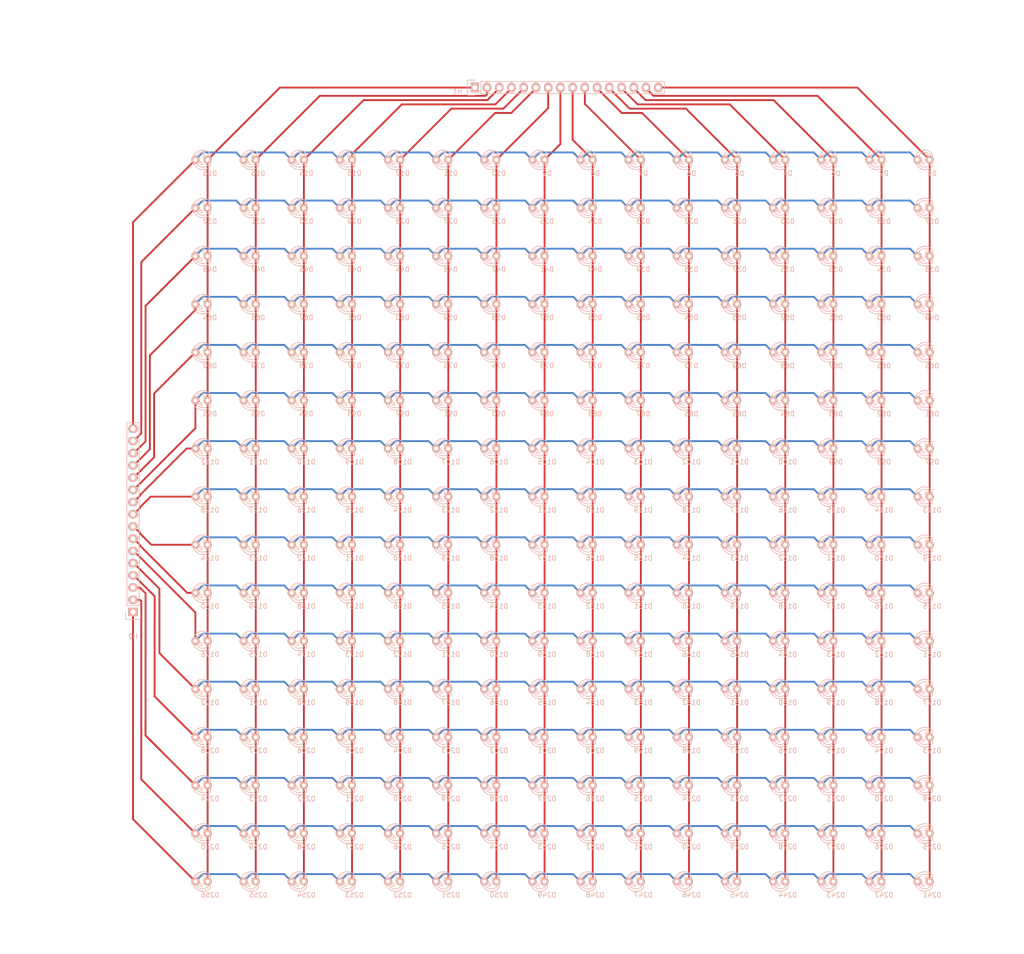
<source format=kicad_pcb>
(kicad_pcb (version 4) (host pcbnew "(2015-09-09 BZR 6175)-product")
  (layers (0 F.Cu signal) (31 B.Cu signal) (34 B.Paste user) (35 F.Paste user) (36 B.SilkS user) (37 F.SilkS user) (38 B.Mask user) (39 F.Mask user) (44 Edge.Cuts user))
  (net 0 "")
  (net 1 "Net-(D1-Pad1)")
  (net 2 "Net-(D1-Pad2)")
  (net 3 "Net-(D114-Pad2)")
  (net 4 "Net-(D115-Pad2)")
  (net 5 "Net-(D100-Pad2)")
  (net 6 "Net-(D101-Pad2)")
  (net 7 "Net-(D102-Pad2)")
  (net 8 "Net-(D103-Pad2)")
  (net 9 "Net-(D104-Pad2)")
  (net 10 "Net-(D105-Pad2)")
  (net 11 "Net-(D10-Pad2)")
  (net 12 "Net-(D107-Pad2)")
  (net 13 "Net-(D108-Pad2)")
  (net 14 "Net-(D109-Pad2)")
  (net 15 "Net-(D110-Pad2)")
  (net 16 "Net-(D111-Pad2)")
  (net 17 "Net-(D112-Pad2)")
  (net 18 "Net-(D17-Pad1)")
  (net 19 "Net-(D33-Pad1)")
  (net 20 "Net-(D49-Pad1)")
  (net 21 "Net-(D65-Pad1)")
  (net 22 "Net-(D81-Pad1)")
  (net 23 "Net-(D100-Pad1)")
  (net 24 "Net-(D113-Pad1)")
  (net 25 "Net-(D129-Pad1)")
  (net 26 "Net-(D145-Pad1)")
  (net 27 "Net-(D161-Pad1)")
  (net 28 "Net-(D177-Pad1)")
  (net 29 "Net-(D193-Pad1)")
  (net 30 "Net-(D209-Pad1)")
  (net 31 "Net-(D225-Pad1)")
  (net 32 "Net-(D241-Pad1)")
  (module LEDs:LED-3MM (layer B.Cu) (at 66.3215 180.0985)
    (fp_text reference D256 (at 1.778 2.794) (layer B.SilkS) (effects (justify mirror)))
    (fp_text value LED)
    (pad 1 thru_hole circle (at -1.27 0) (size 1.6764 1.6764) (drill 0.8128) (layers *.Cu *.Mask B.SilkS) (net 32 "Net-(D241-Pad1)"))
    (pad 2 thru_hole circle (at 1.27 0) (size 1.6764 1.6764) (drill 0.8128) (layers *.Cu *.Mask B.SilkS) (net 17 "Net-(D112-Pad2)"))
  )
  (module LEDs:LED-3MM (layer B.Cu) (at 76.3215 180.0985)
    (fp_text reference D255 (at 1.778 2.794) (layer B.SilkS) (effects (justify mirror)))
    (fp_text value LED)
    (pad 1 thru_hole circle (at -1.27 0) (size 1.6764 1.6764) (drill 0.8128) (layers *.Cu *.Mask B.SilkS) (net 32 "Net-(D241-Pad1)"))
    (pad 2 thru_hole circle (at 1.27 0) (size 1.6764 1.6764) (drill 0.8128) (layers *.Cu *.Mask B.SilkS) (net 16 "Net-(D111-Pad2)"))
  )
  (module LEDs:LED-3MM (layer B.Cu) (at 86.3215 180.0985)
    (fp_text reference D254 (at 1.778 2.794) (layer B.SilkS) (effects (justify mirror)))
    (fp_text value LED)
    (pad 1 thru_hole circle (at -1.27 0) (size 1.6764 1.6764) (drill 0.8128) (layers *.Cu *.Mask B.SilkS) (net 32 "Net-(D241-Pad1)"))
    (pad 2 thru_hole circle (at 1.27 0) (size 1.6764 1.6764) (drill 0.8128) (layers *.Cu *.Mask B.SilkS) (net 15 "Net-(D110-Pad2)"))
  )
  (module LEDs:LED-3MM (layer B.Cu) (at 96.3215 180.0985)
    (fp_text reference D253 (at 1.778 2.794) (layer B.SilkS) (effects (justify mirror)))
    (fp_text value LED)
    (pad 1 thru_hole circle (at -1.27 0) (size 1.6764 1.6764) (drill 0.8128) (layers *.Cu *.Mask B.SilkS) (net 32 "Net-(D241-Pad1)"))
    (pad 2 thru_hole circle (at 1.27 0) (size 1.6764 1.6764) (drill 0.8128) (layers *.Cu *.Mask B.SilkS) (net 14 "Net-(D109-Pad2)"))
  )
  (module LEDs:LED-3MM (layer B.Cu) (at 106.3215 180.0985)
    (fp_text reference D252 (at 1.778 2.794) (layer B.SilkS) (effects (justify mirror)))
    (fp_text value LED)
    (pad 1 thru_hole circle (at -1.27 0) (size 1.6764 1.6764) (drill 0.8128) (layers *.Cu *.Mask B.SilkS) (net 32 "Net-(D241-Pad1)"))
    (pad 2 thru_hole circle (at 1.27 0) (size 1.6764 1.6764) (drill 0.8128) (layers *.Cu *.Mask B.SilkS) (net 13 "Net-(D108-Pad2)"))
  )
  (module LEDs:LED-3MM (layer B.Cu) (at 116.3215 180.0985)
    (fp_text reference D251 (at 1.778 2.794) (layer B.SilkS) (effects (justify mirror)))
    (fp_text value LED)
    (pad 1 thru_hole circle (at -1.27 0) (size 1.6764 1.6764) (drill 0.8128) (layers *.Cu *.Mask B.SilkS) (net 32 "Net-(D241-Pad1)"))
    (pad 2 thru_hole circle (at 1.27 0) (size 1.6764 1.6764) (drill 0.8128) (layers *.Cu *.Mask B.SilkS) (net 12 "Net-(D107-Pad2)"))
  )
  (module LEDs:LED-3MM (layer B.Cu) (at 126.3215 180.0985)
    (fp_text reference D250 (at 1.778 2.794) (layer B.SilkS) (effects (justify mirror)))
    (fp_text value LED)
    (pad 1 thru_hole circle (at -1.27 0) (size 1.6764 1.6764) (drill 0.8128) (layers *.Cu *.Mask B.SilkS) (net 32 "Net-(D241-Pad1)"))
    (pad 2 thru_hole circle (at 1.27 0) (size 1.6764 1.6764) (drill 0.8128) (layers *.Cu *.Mask B.SilkS) (net 11 "Net-(D10-Pad2)"))
  )
  (module LEDs:LED-3MM (layer B.Cu) (at 136.3215 180.0985)
    (fp_text reference D249 (at 1.778 2.794) (layer B.SilkS) (effects (justify mirror)))
    (fp_text value LED)
    (pad 1 thru_hole circle (at -1.27 0) (size 1.6764 1.6764) (drill 0.8128) (layers *.Cu *.Mask B.SilkS) (net 32 "Net-(D241-Pad1)"))
    (pad 2 thru_hole circle (at 1.27 0) (size 1.6764 1.6764) (drill 0.8128) (layers *.Cu *.Mask B.SilkS) (net 10 "Net-(D105-Pad2)"))
  )
  (module LEDs:LED-3MM (layer B.Cu) (at 146.3215 180.0985)
    (fp_text reference D248 (at 1.778 2.794) (layer B.SilkS) (effects (justify mirror)))
    (fp_text value LED)
    (pad 1 thru_hole circle (at -1.27 0) (size 1.6764 1.6764) (drill 0.8128) (layers *.Cu *.Mask B.SilkS) (net 32 "Net-(D241-Pad1)"))
    (pad 2 thru_hole circle (at 1.27 0) (size 1.6764 1.6764) (drill 0.8128) (layers *.Cu *.Mask B.SilkS) (net 9 "Net-(D104-Pad2)"))
  )
  (module LEDs:LED-3MM (layer B.Cu) (at 156.3215 180.0985)
    (fp_text reference D247 (at 1.778 2.794) (layer B.SilkS) (effects (justify mirror)))
    (fp_text value LED)
    (pad 1 thru_hole circle (at -1.27 0) (size 1.6764 1.6764) (drill 0.8128) (layers *.Cu *.Mask B.SilkS) (net 32 "Net-(D241-Pad1)"))
    (pad 2 thru_hole circle (at 1.27 0) (size 1.6764 1.6764) (drill 0.8128) (layers *.Cu *.Mask B.SilkS) (net 8 "Net-(D103-Pad2)"))
  )
  (module LEDs:LED-3MM (layer B.Cu) (at 166.3215 180.0985)
    (fp_text reference D246 (at 1.778 2.794) (layer B.SilkS) (effects (justify mirror)))
    (fp_text value LED)
    (pad 1 thru_hole circle (at -1.27 0) (size 1.6764 1.6764) (drill 0.8128) (layers *.Cu *.Mask B.SilkS) (net 32 "Net-(D241-Pad1)"))
    (pad 2 thru_hole circle (at 1.27 0) (size 1.6764 1.6764) (drill 0.8128) (layers *.Cu *.Mask B.SilkS) (net 7 "Net-(D102-Pad2)"))
  )
  (module LEDs:LED-3MM (layer B.Cu) (at 176.3215 180.0985)
    (fp_text reference D245 (at 1.778 2.794) (layer B.SilkS) (effects (justify mirror)))
    (fp_text value LED)
    (pad 1 thru_hole circle (at -1.27 0) (size 1.6764 1.6764) (drill 0.8128) (layers *.Cu *.Mask B.SilkS) (net 32 "Net-(D241-Pad1)"))
    (pad 2 thru_hole circle (at 1.27 0) (size 1.6764 1.6764) (drill 0.8128) (layers *.Cu *.Mask B.SilkS) (net 6 "Net-(D101-Pad2)"))
  )
  (module LEDs:LED-3MM (layer B.Cu) (at 186.3215 180.0985)
    (fp_text reference D244 (at 1.778 2.794) (layer B.SilkS) (effects (justify mirror)))
    (fp_text value LED)
    (pad 1 thru_hole circle (at -1.27 0) (size 1.6764 1.6764) (drill 0.8128) (layers *.Cu *.Mask B.SilkS) (net 32 "Net-(D241-Pad1)"))
    (pad 2 thru_hole circle (at 1.27 0) (size 1.6764 1.6764) (drill 0.8128) (layers *.Cu *.Mask B.SilkS) (net 5 "Net-(D100-Pad2)"))
  )
  (module LEDs:LED-3MM (layer B.Cu) (at 196.3215 180.0985)
    (fp_text reference D243 (at 1.778 2.794) (layer B.SilkS) (effects (justify mirror)))
    (fp_text value LED)
    (pad 1 thru_hole circle (at -1.27 0) (size 1.6764 1.6764) (drill 0.8128) (layers *.Cu *.Mask B.SilkS) (net 32 "Net-(D241-Pad1)"))
    (pad 2 thru_hole circle (at 1.27 0) (size 1.6764 1.6764) (drill 0.8128) (layers *.Cu *.Mask B.SilkS) (net 4 "Net-(D115-Pad2)"))
  )
  (module LEDs:LED-3MM (layer B.Cu) (at 206.3215 180.0985)
    (fp_text reference D242 (at 1.778 2.794) (layer B.SilkS) (effects (justify mirror)))
    (fp_text value LED)
    (pad 1 thru_hole circle (at -1.27 0) (size 1.6764 1.6764) (drill 0.8128) (layers *.Cu *.Mask B.SilkS) (net 32 "Net-(D241-Pad1)"))
    (pad 2 thru_hole circle (at 1.27 0) (size 1.6764 1.6764) (drill 0.8128) (layers *.Cu *.Mask B.SilkS) (net 3 "Net-(D114-Pad2)"))
  )
  (module LEDs:LED-3MM (layer B.Cu) (at 216.3215 180.0985)
    (fp_text reference D241 (at 1.778 2.794) (layer B.SilkS) (effects (justify mirror)))
    (fp_text value LED)
    (pad 1 thru_hole circle (at -1.27 0) (size 1.6764 1.6764) (drill 0.8128) (layers *.Cu *.Mask B.SilkS) (net 32 "Net-(D241-Pad1)"))
    (pad 2 thru_hole circle (at 1.27 0) (size 1.6764 1.6764) (drill 0.8128) (layers *.Cu *.Mask B.SilkS) (net 2 "Net-(D1-Pad2)"))
  )
  (module LEDs:LED-3MM (layer B.Cu) (at 66.3215 170.0985)
    (fp_text reference D240 (at 1.778 2.794) (layer B.SilkS) (effects (justify mirror)))
    (fp_text value LED)
    (pad 1 thru_hole circle (at -1.27 0) (size 1.6764 1.6764) (drill 0.8128) (layers *.Cu *.Mask B.SilkS) (net 31 "Net-(D225-Pad1)"))
    (pad 2 thru_hole circle (at 1.27 0) (size 1.6764 1.6764) (drill 0.8128) (layers *.Cu *.Mask B.SilkS) (net 17 "Net-(D112-Pad2)"))
  )
  (module LEDs:LED-3MM (layer B.Cu) (at 76.3215 170.0985)
    (fp_text reference D239 (at 1.778 2.794) (layer B.SilkS) (effects (justify mirror)))
    (fp_text value LED)
    (pad 1 thru_hole circle (at -1.27 0) (size 1.6764 1.6764) (drill 0.8128) (layers *.Cu *.Mask B.SilkS) (net 31 "Net-(D225-Pad1)"))
    (pad 2 thru_hole circle (at 1.27 0) (size 1.6764 1.6764) (drill 0.8128) (layers *.Cu *.Mask B.SilkS) (net 16 "Net-(D111-Pad2)"))
  )
  (module LEDs:LED-3MM (layer B.Cu) (at 86.3215 170.0985)
    (fp_text reference D238 (at 1.778 2.794) (layer B.SilkS) (effects (justify mirror)))
    (fp_text value LED)
    (pad 1 thru_hole circle (at -1.27 0) (size 1.6764 1.6764) (drill 0.8128) (layers *.Cu *.Mask B.SilkS) (net 31 "Net-(D225-Pad1)"))
    (pad 2 thru_hole circle (at 1.27 0) (size 1.6764 1.6764) (drill 0.8128) (layers *.Cu *.Mask B.SilkS) (net 15 "Net-(D110-Pad2)"))
  )
  (module LEDs:LED-3MM (layer B.Cu) (at 96.3215 170.0985)
    (fp_text reference D237 (at 1.778 2.794) (layer B.SilkS) (effects (justify mirror)))
    (fp_text value LED)
    (pad 1 thru_hole circle (at -1.27 0) (size 1.6764 1.6764) (drill 0.8128) (layers *.Cu *.Mask B.SilkS) (net 31 "Net-(D225-Pad1)"))
    (pad 2 thru_hole circle (at 1.27 0) (size 1.6764 1.6764) (drill 0.8128) (layers *.Cu *.Mask B.SilkS) (net 14 "Net-(D109-Pad2)"))
  )
  (module LEDs:LED-3MM (layer B.Cu) (at 106.3215 170.0985)
    (fp_text reference D236 (at 1.778 2.794) (layer B.SilkS) (effects (justify mirror)))
    (fp_text value LED)
    (pad 1 thru_hole circle (at -1.27 0) (size 1.6764 1.6764) (drill 0.8128) (layers *.Cu *.Mask B.SilkS) (net 31 "Net-(D225-Pad1)"))
    (pad 2 thru_hole circle (at 1.27 0) (size 1.6764 1.6764) (drill 0.8128) (layers *.Cu *.Mask B.SilkS) (net 13 "Net-(D108-Pad2)"))
  )
  (module LEDs:LED-3MM (layer B.Cu) (at 116.3215 170.0985)
    (fp_text reference D235 (at 1.778 2.794) (layer B.SilkS) (effects (justify mirror)))
    (fp_text value LED)
    (pad 1 thru_hole circle (at -1.27 0) (size 1.6764 1.6764) (drill 0.8128) (layers *.Cu *.Mask B.SilkS) (net 31 "Net-(D225-Pad1)"))
    (pad 2 thru_hole circle (at 1.27 0) (size 1.6764 1.6764) (drill 0.8128) (layers *.Cu *.Mask B.SilkS) (net 12 "Net-(D107-Pad2)"))
  )
  (module LEDs:LED-3MM (layer B.Cu) (at 126.3215 170.0985)
    (fp_text reference D234 (at 1.778 2.794) (layer B.SilkS) (effects (justify mirror)))
    (fp_text value LED)
    (pad 1 thru_hole circle (at -1.27 0) (size 1.6764 1.6764) (drill 0.8128) (layers *.Cu *.Mask B.SilkS) (net 31 "Net-(D225-Pad1)"))
    (pad 2 thru_hole circle (at 1.27 0) (size 1.6764 1.6764) (drill 0.8128) (layers *.Cu *.Mask B.SilkS) (net 11 "Net-(D10-Pad2)"))
  )
  (module LEDs:LED-3MM (layer B.Cu) (at 136.3215 170.0985)
    (fp_text reference D233 (at 1.778 2.794) (layer B.SilkS) (effects (justify mirror)))
    (fp_text value LED)
    (pad 1 thru_hole circle (at -1.27 0) (size 1.6764 1.6764) (drill 0.8128) (layers *.Cu *.Mask B.SilkS) (net 31 "Net-(D225-Pad1)"))
    (pad 2 thru_hole circle (at 1.27 0) (size 1.6764 1.6764) (drill 0.8128) (layers *.Cu *.Mask B.SilkS) (net 10 "Net-(D105-Pad2)"))
  )
  (module LEDs:LED-3MM (layer B.Cu) (at 146.3215 170.0985)
    (fp_text reference D232 (at 1.778 2.794) (layer B.SilkS) (effects (justify mirror)))
    (fp_text value LED)
    (pad 1 thru_hole circle (at -1.27 0) (size 1.6764 1.6764) (drill 0.8128) (layers *.Cu *.Mask B.SilkS) (net 31 "Net-(D225-Pad1)"))
    (pad 2 thru_hole circle (at 1.27 0) (size 1.6764 1.6764) (drill 0.8128) (layers *.Cu *.Mask B.SilkS) (net 9 "Net-(D104-Pad2)"))
  )
  (module LEDs:LED-3MM (layer B.Cu) (at 156.3215 170.0985)
    (fp_text reference D231 (at 1.778 2.794) (layer B.SilkS) (effects (justify mirror)))
    (fp_text value LED)
    (pad 1 thru_hole circle (at -1.27 0) (size 1.6764 1.6764) (drill 0.8128) (layers *.Cu *.Mask B.SilkS) (net 31 "Net-(D225-Pad1)"))
    (pad 2 thru_hole circle (at 1.27 0) (size 1.6764 1.6764) (drill 0.8128) (layers *.Cu *.Mask B.SilkS) (net 8 "Net-(D103-Pad2)"))
  )
  (module LEDs:LED-3MM (layer B.Cu) (at 166.3215 170.0985)
    (fp_text reference D230 (at 1.778 2.794) (layer B.SilkS) (effects (justify mirror)))
    (fp_text value LED)
    (pad 1 thru_hole circle (at -1.27 0) (size 1.6764 1.6764) (drill 0.8128) (layers *.Cu *.Mask B.SilkS) (net 31 "Net-(D225-Pad1)"))
    (pad 2 thru_hole circle (at 1.27 0) (size 1.6764 1.6764) (drill 0.8128) (layers *.Cu *.Mask B.SilkS) (net 7 "Net-(D102-Pad2)"))
  )
  (module LEDs:LED-3MM (layer B.Cu) (at 176.3215 170.0985)
    (fp_text reference D229 (at 1.778 2.794) (layer B.SilkS) (effects (justify mirror)))
    (fp_text value LED)
    (pad 1 thru_hole circle (at -1.27 0) (size 1.6764 1.6764) (drill 0.8128) (layers *.Cu *.Mask B.SilkS) (net 31 "Net-(D225-Pad1)"))
    (pad 2 thru_hole circle (at 1.27 0) (size 1.6764 1.6764) (drill 0.8128) (layers *.Cu *.Mask B.SilkS) (net 6 "Net-(D101-Pad2)"))
  )
  (module LEDs:LED-3MM (layer B.Cu) (at 186.3215 170.0985)
    (fp_text reference D228 (at 1.778 2.794) (layer B.SilkS) (effects (justify mirror)))
    (fp_text value LED)
    (pad 1 thru_hole circle (at -1.27 0) (size 1.6764 1.6764) (drill 0.8128) (layers *.Cu *.Mask B.SilkS) (net 31 "Net-(D225-Pad1)"))
    (pad 2 thru_hole circle (at 1.27 0) (size 1.6764 1.6764) (drill 0.8128) (layers *.Cu *.Mask B.SilkS) (net 5 "Net-(D100-Pad2)"))
  )
  (module LEDs:LED-3MM (layer B.Cu) (at 196.3215 170.0985)
    (fp_text reference D227 (at 1.778 2.794) (layer B.SilkS) (effects (justify mirror)))
    (fp_text value LED)
    (pad 1 thru_hole circle (at -1.27 0) (size 1.6764 1.6764) (drill 0.8128) (layers *.Cu *.Mask B.SilkS) (net 31 "Net-(D225-Pad1)"))
    (pad 2 thru_hole circle (at 1.27 0) (size 1.6764 1.6764) (drill 0.8128) (layers *.Cu *.Mask B.SilkS) (net 4 "Net-(D115-Pad2)"))
  )
  (module LEDs:LED-3MM (layer B.Cu) (at 206.3215 170.0985)
    (fp_text reference D226 (at 1.778 2.794) (layer B.SilkS) (effects (justify mirror)))
    (fp_text value LED)
    (pad 1 thru_hole circle (at -1.27 0) (size 1.6764 1.6764) (drill 0.8128) (layers *.Cu *.Mask B.SilkS) (net 31 "Net-(D225-Pad1)"))
    (pad 2 thru_hole circle (at 1.27 0) (size 1.6764 1.6764) (drill 0.8128) (layers *.Cu *.Mask B.SilkS) (net 3 "Net-(D114-Pad2)"))
  )
  (module LEDs:LED-3MM (layer B.Cu) (at 216.3215 170.0985)
    (fp_text reference D225 (at 1.778 2.794) (layer B.SilkS) (effects (justify mirror)))
    (fp_text value LED)
    (pad 1 thru_hole circle (at -1.27 0) (size 1.6764 1.6764) (drill 0.8128) (layers *.Cu *.Mask B.SilkS) (net 31 "Net-(D225-Pad1)"))
    (pad 2 thru_hole circle (at 1.27 0) (size 1.6764 1.6764) (drill 0.8128) (layers *.Cu *.Mask B.SilkS) (net 2 "Net-(D1-Pad2)"))
  )
  (module LEDs:LED-3MM (layer B.Cu) (at 66.3215 160.0985)
    (fp_text reference D224 (at 1.778 2.794) (layer B.SilkS) (effects (justify mirror)))
    (fp_text value LED)
    (pad 1 thru_hole circle (at -1.27 0) (size 1.6764 1.6764) (drill 0.8128) (layers *.Cu *.Mask B.SilkS) (net 30 "Net-(D209-Pad1)"))
    (pad 2 thru_hole circle (at 1.27 0) (size 1.6764 1.6764) (drill 0.8128) (layers *.Cu *.Mask B.SilkS) (net 17 "Net-(D112-Pad2)"))
  )
  (module LEDs:LED-3MM (layer B.Cu) (at 76.3215 160.0985)
    (fp_text reference D223 (at 1.778 2.794) (layer B.SilkS) (effects (justify mirror)))
    (fp_text value LED)
    (pad 1 thru_hole circle (at -1.27 0) (size 1.6764 1.6764) (drill 0.8128) (layers *.Cu *.Mask B.SilkS) (net 30 "Net-(D209-Pad1)"))
    (pad 2 thru_hole circle (at 1.27 0) (size 1.6764 1.6764) (drill 0.8128) (layers *.Cu *.Mask B.SilkS) (net 16 "Net-(D111-Pad2)"))
  )
  (module LEDs:LED-3MM (layer B.Cu) (at 86.3215 160.0985)
    (fp_text reference D222 (at 1.778 2.794) (layer B.SilkS) (effects (justify mirror)))
    (fp_text value LED)
    (pad 1 thru_hole circle (at -1.27 0) (size 1.6764 1.6764) (drill 0.8128) (layers *.Cu *.Mask B.SilkS) (net 30 "Net-(D209-Pad1)"))
    (pad 2 thru_hole circle (at 1.27 0) (size 1.6764 1.6764) (drill 0.8128) (layers *.Cu *.Mask B.SilkS) (net 15 "Net-(D110-Pad2)"))
  )
  (module LEDs:LED-3MM (layer B.Cu) (at 96.3215 160.0985)
    (fp_text reference D221 (at 1.778 2.794) (layer B.SilkS) (effects (justify mirror)))
    (fp_text value LED)
    (pad 1 thru_hole circle (at -1.27 0) (size 1.6764 1.6764) (drill 0.8128) (layers *.Cu *.Mask B.SilkS) (net 30 "Net-(D209-Pad1)"))
    (pad 2 thru_hole circle (at 1.27 0) (size 1.6764 1.6764) (drill 0.8128) (layers *.Cu *.Mask B.SilkS) (net 14 "Net-(D109-Pad2)"))
  )
  (module LEDs:LED-3MM (layer B.Cu) (at 106.3215 160.0985)
    (fp_text reference D220 (at 1.778 2.794) (layer B.SilkS) (effects (justify mirror)))
    (fp_text value LED)
    (pad 1 thru_hole circle (at -1.27 0) (size 1.6764 1.6764) (drill 0.8128) (layers *.Cu *.Mask B.SilkS) (net 30 "Net-(D209-Pad1)"))
    (pad 2 thru_hole circle (at 1.27 0) (size 1.6764 1.6764) (drill 0.8128) (layers *.Cu *.Mask B.SilkS) (net 13 "Net-(D108-Pad2)"))
  )
  (module LEDs:LED-3MM (layer B.Cu) (at 116.3215 160.0985)
    (fp_text reference D219 (at 1.778 2.794) (layer B.SilkS) (effects (justify mirror)))
    (fp_text value LED)
    (pad 1 thru_hole circle (at -1.27 0) (size 1.6764 1.6764) (drill 0.8128) (layers *.Cu *.Mask B.SilkS) (net 30 "Net-(D209-Pad1)"))
    (pad 2 thru_hole circle (at 1.27 0) (size 1.6764 1.6764) (drill 0.8128) (layers *.Cu *.Mask B.SilkS) (net 12 "Net-(D107-Pad2)"))
  )
  (module LEDs:LED-3MM (layer B.Cu) (at 126.3215 160.0985)
    (fp_text reference D218 (at 1.778 2.794) (layer B.SilkS) (effects (justify mirror)))
    (fp_text value LED)
    (pad 1 thru_hole circle (at -1.27 0) (size 1.6764 1.6764) (drill 0.8128) (layers *.Cu *.Mask B.SilkS) (net 30 "Net-(D209-Pad1)"))
    (pad 2 thru_hole circle (at 1.27 0) (size 1.6764 1.6764) (drill 0.8128) (layers *.Cu *.Mask B.SilkS) (net 11 "Net-(D10-Pad2)"))
  )
  (module LEDs:LED-3MM (layer B.Cu) (at 136.3215 160.0985)
    (fp_text reference D217 (at 1.778 2.794) (layer B.SilkS) (effects (justify mirror)))
    (fp_text value LED)
    (pad 1 thru_hole circle (at -1.27 0) (size 1.6764 1.6764) (drill 0.8128) (layers *.Cu *.Mask B.SilkS) (net 30 "Net-(D209-Pad1)"))
    (pad 2 thru_hole circle (at 1.27 0) (size 1.6764 1.6764) (drill 0.8128) (layers *.Cu *.Mask B.SilkS) (net 10 "Net-(D105-Pad2)"))
  )
  (module LEDs:LED-3MM (layer B.Cu) (at 146.3215 160.0985)
    (fp_text reference D216 (at 1.778 2.794) (layer B.SilkS) (effects (justify mirror)))
    (fp_text value LED)
    (pad 1 thru_hole circle (at -1.27 0) (size 1.6764 1.6764) (drill 0.8128) (layers *.Cu *.Mask B.SilkS) (net 30 "Net-(D209-Pad1)"))
    (pad 2 thru_hole circle (at 1.27 0) (size 1.6764 1.6764) (drill 0.8128) (layers *.Cu *.Mask B.SilkS) (net 9 "Net-(D104-Pad2)"))
  )
  (module LEDs:LED-3MM (layer B.Cu) (at 156.3215 160.0985)
    (fp_text reference D215 (at 1.778 2.794) (layer B.SilkS) (effects (justify mirror)))
    (fp_text value LED)
    (pad 1 thru_hole circle (at -1.27 0) (size 1.6764 1.6764) (drill 0.8128) (layers *.Cu *.Mask B.SilkS) (net 30 "Net-(D209-Pad1)"))
    (pad 2 thru_hole circle (at 1.27 0) (size 1.6764 1.6764) (drill 0.8128) (layers *.Cu *.Mask B.SilkS) (net 8 "Net-(D103-Pad2)"))
  )
  (module LEDs:LED-3MM (layer B.Cu) (at 166.3215 160.0985)
    (fp_text reference D214 (at 1.778 2.794) (layer B.SilkS) (effects (justify mirror)))
    (fp_text value LED)
    (pad 1 thru_hole circle (at -1.27 0) (size 1.6764 1.6764) (drill 0.8128) (layers *.Cu *.Mask B.SilkS) (net 30 "Net-(D209-Pad1)"))
    (pad 2 thru_hole circle (at 1.27 0) (size 1.6764 1.6764) (drill 0.8128) (layers *.Cu *.Mask B.SilkS) (net 7 "Net-(D102-Pad2)"))
  )
  (module LEDs:LED-3MM (layer B.Cu) (at 176.3215 160.0985)
    (fp_text reference D213 (at 1.778 2.794) (layer B.SilkS) (effects (justify mirror)))
    (fp_text value LED)
    (pad 1 thru_hole circle (at -1.27 0) (size 1.6764 1.6764) (drill 0.8128) (layers *.Cu *.Mask B.SilkS) (net 30 "Net-(D209-Pad1)"))
    (pad 2 thru_hole circle (at 1.27 0) (size 1.6764 1.6764) (drill 0.8128) (layers *.Cu *.Mask B.SilkS) (net 6 "Net-(D101-Pad2)"))
  )
  (module LEDs:LED-3MM (layer B.Cu) (at 186.3215 160.0985)
    (fp_text reference D212 (at 1.778 2.794) (layer B.SilkS) (effects (justify mirror)))
    (fp_text value LED)
    (pad 1 thru_hole circle (at -1.27 0) (size 1.6764 1.6764) (drill 0.8128) (layers *.Cu *.Mask B.SilkS) (net 30 "Net-(D209-Pad1)"))
    (pad 2 thru_hole circle (at 1.27 0) (size 1.6764 1.6764) (drill 0.8128) (layers *.Cu *.Mask B.SilkS) (net 5 "Net-(D100-Pad2)"))
  )
  (module LEDs:LED-3MM (layer B.Cu) (at 196.3215 160.0985)
    (fp_text reference D211 (at 1.778 2.794) (layer B.SilkS) (effects (justify mirror)))
    (fp_text value LED)
    (pad 1 thru_hole circle (at -1.27 0) (size 1.6764 1.6764) (drill 0.8128) (layers *.Cu *.Mask B.SilkS) (net 30 "Net-(D209-Pad1)"))
    (pad 2 thru_hole circle (at 1.27 0) (size 1.6764 1.6764) (drill 0.8128) (layers *.Cu *.Mask B.SilkS) (net 4 "Net-(D115-Pad2)"))
  )
  (module LEDs:LED-3MM (layer B.Cu) (at 206.3215 160.0985)
    (fp_text reference D210 (at 1.778 2.794) (layer B.SilkS) (effects (justify mirror)))
    (fp_text value LED)
    (pad 1 thru_hole circle (at -1.27 0) (size 1.6764 1.6764) (drill 0.8128) (layers *.Cu *.Mask B.SilkS) (net 30 "Net-(D209-Pad1)"))
    (pad 2 thru_hole circle (at 1.27 0) (size 1.6764 1.6764) (drill 0.8128) (layers *.Cu *.Mask B.SilkS) (net 3 "Net-(D114-Pad2)"))
  )
  (module LEDs:LED-3MM (layer B.Cu) (at 216.3215 160.0985)
    (fp_text reference D209 (at 1.778 2.794) (layer B.SilkS) (effects (justify mirror)))
    (fp_text value LED)
    (pad 1 thru_hole circle (at -1.27 0) (size 1.6764 1.6764) (drill 0.8128) (layers *.Cu *.Mask B.SilkS) (net 30 "Net-(D209-Pad1)"))
    (pad 2 thru_hole circle (at 1.27 0) (size 1.6764 1.6764) (drill 0.8128) (layers *.Cu *.Mask B.SilkS) (net 2 "Net-(D1-Pad2)"))
  )
  (module LEDs:LED-3MM (layer B.Cu) (at 66.3215 150.0985)
    (fp_text reference D208 (at 1.778 2.794) (layer B.SilkS) (effects (justify mirror)))
    (fp_text value LED)
    (pad 1 thru_hole circle (at -1.27 0) (size 1.6764 1.6764) (drill 0.8128) (layers *.Cu *.Mask B.SilkS) (net 29 "Net-(D193-Pad1)"))
    (pad 2 thru_hole circle (at 1.27 0) (size 1.6764 1.6764) (drill 0.8128) (layers *.Cu *.Mask B.SilkS) (net 17 "Net-(D112-Pad2)"))
  )
  (module LEDs:LED-3MM (layer B.Cu) (at 76.3215 150.0985)
    (fp_text reference D207 (at 1.778 2.794) (layer B.SilkS) (effects (justify mirror)))
    (fp_text value LED)
    (pad 1 thru_hole circle (at -1.27 0) (size 1.6764 1.6764) (drill 0.8128) (layers *.Cu *.Mask B.SilkS) (net 29 "Net-(D193-Pad1)"))
    (pad 2 thru_hole circle (at 1.27 0) (size 1.6764 1.6764) (drill 0.8128) (layers *.Cu *.Mask B.SilkS) (net 16 "Net-(D111-Pad2)"))
  )
  (module LEDs:LED-3MM (layer B.Cu) (at 86.3215 150.0985)
    (fp_text reference D206 (at 1.778 2.794) (layer B.SilkS) (effects (justify mirror)))
    (fp_text value LED)
    (pad 1 thru_hole circle (at -1.27 0) (size 1.6764 1.6764) (drill 0.8128) (layers *.Cu *.Mask B.SilkS) (net 29 "Net-(D193-Pad1)"))
    (pad 2 thru_hole circle (at 1.27 0) (size 1.6764 1.6764) (drill 0.8128) (layers *.Cu *.Mask B.SilkS) (net 15 "Net-(D110-Pad2)"))
  )
  (module LEDs:LED-3MM (layer B.Cu) (at 96.3215 150.0985)
    (fp_text reference D205 (at 1.778 2.794) (layer B.SilkS) (effects (justify mirror)))
    (fp_text value LED)
    (pad 1 thru_hole circle (at -1.27 0) (size 1.6764 1.6764) (drill 0.8128) (layers *.Cu *.Mask B.SilkS) (net 29 "Net-(D193-Pad1)"))
    (pad 2 thru_hole circle (at 1.27 0) (size 1.6764 1.6764) (drill 0.8128) (layers *.Cu *.Mask B.SilkS) (net 14 "Net-(D109-Pad2)"))
  )
  (module LEDs:LED-3MM (layer B.Cu) (at 106.3215 150.0985)
    (fp_text reference D204 (at 1.778 2.794) (layer B.SilkS) (effects (justify mirror)))
    (fp_text value LED)
    (pad 1 thru_hole circle (at -1.27 0) (size 1.6764 1.6764) (drill 0.8128) (layers *.Cu *.Mask B.SilkS) (net 29 "Net-(D193-Pad1)"))
    (pad 2 thru_hole circle (at 1.27 0) (size 1.6764 1.6764) (drill 0.8128) (layers *.Cu *.Mask B.SilkS) (net 13 "Net-(D108-Pad2)"))
  )
  (module LEDs:LED-3MM (layer B.Cu) (at 116.3215 150.0985)
    (fp_text reference D203 (at 1.778 2.794) (layer B.SilkS) (effects (justify mirror)))
    (fp_text value LED)
    (pad 1 thru_hole circle (at -1.27 0) (size 1.6764 1.6764) (drill 0.8128) (layers *.Cu *.Mask B.SilkS) (net 29 "Net-(D193-Pad1)"))
    (pad 2 thru_hole circle (at 1.27 0) (size 1.6764 1.6764) (drill 0.8128) (layers *.Cu *.Mask B.SilkS) (net 12 "Net-(D107-Pad2)"))
  )
  (module LEDs:LED-3MM (layer B.Cu) (at 126.3215 150.0985)
    (fp_text reference D202 (at 1.778 2.794) (layer B.SilkS) (effects (justify mirror)))
    (fp_text value LED)
    (pad 1 thru_hole circle (at -1.27 0) (size 1.6764 1.6764) (drill 0.8128) (layers *.Cu *.Mask B.SilkS) (net 29 "Net-(D193-Pad1)"))
    (pad 2 thru_hole circle (at 1.27 0) (size 1.6764 1.6764) (drill 0.8128) (layers *.Cu *.Mask B.SilkS) (net 11 "Net-(D10-Pad2)"))
  )
  (module LEDs:LED-3MM (layer B.Cu) (at 136.3215 150.0985)
    (fp_text reference D201 (at 1.778 2.794) (layer B.SilkS) (effects (justify mirror)))
    (fp_text value LED)
    (pad 1 thru_hole circle (at -1.27 0) (size 1.6764 1.6764) (drill 0.8128) (layers *.Cu *.Mask B.SilkS) (net 29 "Net-(D193-Pad1)"))
    (pad 2 thru_hole circle (at 1.27 0) (size 1.6764 1.6764) (drill 0.8128) (layers *.Cu *.Mask B.SilkS) (net 10 "Net-(D105-Pad2)"))
  )
  (module LEDs:LED-3MM (layer B.Cu) (at 146.3215 150.0985)
    (fp_text reference D200 (at 1.778 2.794) (layer B.SilkS) (effects (justify mirror)))
    (fp_text value LED)
    (pad 1 thru_hole circle (at -1.27 0) (size 1.6764 1.6764) (drill 0.8128) (layers *.Cu *.Mask B.SilkS) (net 29 "Net-(D193-Pad1)"))
    (pad 2 thru_hole circle (at 1.27 0) (size 1.6764 1.6764) (drill 0.8128) (layers *.Cu *.Mask B.SilkS) (net 9 "Net-(D104-Pad2)"))
  )
  (module LEDs:LED-3MM (layer B.Cu) (at 156.3215 150.0985)
    (fp_text reference D199 (at 1.778 2.794) (layer B.SilkS) (effects (justify mirror)))
    (fp_text value LED)
    (pad 1 thru_hole circle (at -1.27 0) (size 1.6764 1.6764) (drill 0.8128) (layers *.Cu *.Mask B.SilkS) (net 29 "Net-(D193-Pad1)"))
    (pad 2 thru_hole circle (at 1.27 0) (size 1.6764 1.6764) (drill 0.8128) (layers *.Cu *.Mask B.SilkS) (net 8 "Net-(D103-Pad2)"))
  )
  (module LEDs:LED-3MM (layer B.Cu) (at 166.3215 150.0985)
    (fp_text reference D198 (at 1.778 2.794) (layer B.SilkS) (effects (justify mirror)))
    (fp_text value LED)
    (pad 1 thru_hole circle (at -1.27 0) (size 1.6764 1.6764) (drill 0.8128) (layers *.Cu *.Mask B.SilkS) (net 29 "Net-(D193-Pad1)"))
    (pad 2 thru_hole circle (at 1.27 0) (size 1.6764 1.6764) (drill 0.8128) (layers *.Cu *.Mask B.SilkS) (net 7 "Net-(D102-Pad2)"))
  )
  (module LEDs:LED-3MM (layer B.Cu) (at 176.3215 150.0985)
    (fp_text reference D197 (at 1.778 2.794) (layer B.SilkS) (effects (justify mirror)))
    (fp_text value LED)
    (pad 1 thru_hole circle (at -1.27 0) (size 1.6764 1.6764) (drill 0.8128) (layers *.Cu *.Mask B.SilkS) (net 29 "Net-(D193-Pad1)"))
    (pad 2 thru_hole circle (at 1.27 0) (size 1.6764 1.6764) (drill 0.8128) (layers *.Cu *.Mask B.SilkS) (net 6 "Net-(D101-Pad2)"))
  )
  (module LEDs:LED-3MM (layer B.Cu) (at 186.3215 150.0985)
    (fp_text reference D196 (at 1.778 2.794) (layer B.SilkS) (effects (justify mirror)))
    (fp_text value LED)
    (pad 1 thru_hole circle (at -1.27 0) (size 1.6764 1.6764) (drill 0.8128) (layers *.Cu *.Mask B.SilkS) (net 29 "Net-(D193-Pad1)"))
    (pad 2 thru_hole circle (at 1.27 0) (size 1.6764 1.6764) (drill 0.8128) (layers *.Cu *.Mask B.SilkS) (net 5 "Net-(D100-Pad2)"))
  )
  (module LEDs:LED-3MM (layer B.Cu) (at 196.3215 150.0985)
    (fp_text reference D195 (at 1.778 2.794) (layer B.SilkS) (effects (justify mirror)))
    (fp_text value LED)
    (pad 1 thru_hole circle (at -1.27 0) (size 1.6764 1.6764) (drill 0.8128) (layers *.Cu *.Mask B.SilkS) (net 29 "Net-(D193-Pad1)"))
    (pad 2 thru_hole circle (at 1.27 0) (size 1.6764 1.6764) (drill 0.8128) (layers *.Cu *.Mask B.SilkS) (net 4 "Net-(D115-Pad2)"))
  )
  (module LEDs:LED-3MM (layer B.Cu) (at 206.3215 150.0985)
    (fp_text reference D194 (at 1.778 2.794) (layer B.SilkS) (effects (justify mirror)))
    (fp_text value LED)
    (pad 1 thru_hole circle (at -1.27 0) (size 1.6764 1.6764) (drill 0.8128) (layers *.Cu *.Mask B.SilkS) (net 29 "Net-(D193-Pad1)"))
    (pad 2 thru_hole circle (at 1.27 0) (size 1.6764 1.6764) (drill 0.8128) (layers *.Cu *.Mask B.SilkS) (net 3 "Net-(D114-Pad2)"))
  )
  (module LEDs:LED-3MM (layer B.Cu) (at 216.3215 150.0985)
    (fp_text reference D193 (at 1.778 2.794) (layer B.SilkS) (effects (justify mirror)))
    (fp_text value LED)
    (pad 1 thru_hole circle (at -1.27 0) (size 1.6764 1.6764) (drill 0.8128) (layers *.Cu *.Mask B.SilkS) (net 29 "Net-(D193-Pad1)"))
    (pad 2 thru_hole circle (at 1.27 0) (size 1.6764 1.6764) (drill 0.8128) (layers *.Cu *.Mask B.SilkS) (net 2 "Net-(D1-Pad2)"))
  )
  (module LEDs:LED-3MM (layer B.Cu) (at 66.3215 140.0985)
    (fp_text reference D192 (at 1.778 2.794) (layer B.SilkS) (effects (justify mirror)))
    (fp_text value LED)
    (pad 1 thru_hole circle (at -1.27 0) (size 1.6764 1.6764) (drill 0.8128) (layers *.Cu *.Mask B.SilkS) (net 28 "Net-(D177-Pad1)"))
    (pad 2 thru_hole circle (at 1.27 0) (size 1.6764 1.6764) (drill 0.8128) (layers *.Cu *.Mask B.SilkS) (net 17 "Net-(D112-Pad2)"))
  )
  (module LEDs:LED-3MM (layer B.Cu) (at 76.3215 140.0985)
    (fp_text reference D191 (at 1.778 2.794) (layer B.SilkS) (effects (justify mirror)))
    (fp_text value LED)
    (pad 1 thru_hole circle (at -1.27 0) (size 1.6764 1.6764) (drill 0.8128) (layers *.Cu *.Mask B.SilkS) (net 28 "Net-(D177-Pad1)"))
    (pad 2 thru_hole circle (at 1.27 0) (size 1.6764 1.6764) (drill 0.8128) (layers *.Cu *.Mask B.SilkS) (net 16 "Net-(D111-Pad2)"))
  )
  (module LEDs:LED-3MM (layer B.Cu) (at 86.3215 140.0985)
    (fp_text reference D190 (at 1.778 2.794) (layer B.SilkS) (effects (justify mirror)))
    (fp_text value LED)
    (pad 1 thru_hole circle (at -1.27 0) (size 1.6764 1.6764) (drill 0.8128) (layers *.Cu *.Mask B.SilkS) (net 28 "Net-(D177-Pad1)"))
    (pad 2 thru_hole circle (at 1.27 0) (size 1.6764 1.6764) (drill 0.8128) (layers *.Cu *.Mask B.SilkS) (net 15 "Net-(D110-Pad2)"))
  )
  (module LEDs:LED-3MM (layer B.Cu) (at 96.3215 140.0985)
    (fp_text reference D189 (at 1.778 2.794) (layer B.SilkS) (effects (justify mirror)))
    (fp_text value LED)
    (pad 1 thru_hole circle (at -1.27 0) (size 1.6764 1.6764) (drill 0.8128) (layers *.Cu *.Mask B.SilkS) (net 28 "Net-(D177-Pad1)"))
    (pad 2 thru_hole circle (at 1.27 0) (size 1.6764 1.6764) (drill 0.8128) (layers *.Cu *.Mask B.SilkS) (net 14 "Net-(D109-Pad2)"))
  )
  (module LEDs:LED-3MM (layer B.Cu) (at 106.3215 140.0985)
    (fp_text reference D188 (at 1.778 2.794) (layer B.SilkS) (effects (justify mirror)))
    (fp_text value LED)
    (pad 1 thru_hole circle (at -1.27 0) (size 1.6764 1.6764) (drill 0.8128) (layers *.Cu *.Mask B.SilkS) (net 28 "Net-(D177-Pad1)"))
    (pad 2 thru_hole circle (at 1.27 0) (size 1.6764 1.6764) (drill 0.8128) (layers *.Cu *.Mask B.SilkS) (net 13 "Net-(D108-Pad2)"))
  )
  (module LEDs:LED-3MM (layer B.Cu) (at 116.3215 140.0985)
    (fp_text reference D187 (at 1.778 2.794) (layer B.SilkS) (effects (justify mirror)))
    (fp_text value LED)
    (pad 1 thru_hole circle (at -1.27 0) (size 1.6764 1.6764) (drill 0.8128) (layers *.Cu *.Mask B.SilkS) (net 28 "Net-(D177-Pad1)"))
    (pad 2 thru_hole circle (at 1.27 0) (size 1.6764 1.6764) (drill 0.8128) (layers *.Cu *.Mask B.SilkS) (net 12 "Net-(D107-Pad2)"))
  )
  (module LEDs:LED-3MM (layer B.Cu) (at 126.3215 140.0985)
    (fp_text reference D186 (at 1.778 2.794) (layer B.SilkS) (effects (justify mirror)))
    (fp_text value LED)
    (pad 1 thru_hole circle (at -1.27 0) (size 1.6764 1.6764) (drill 0.8128) (layers *.Cu *.Mask B.SilkS) (net 28 "Net-(D177-Pad1)"))
    (pad 2 thru_hole circle (at 1.27 0) (size 1.6764 1.6764) (drill 0.8128) (layers *.Cu *.Mask B.SilkS) (net 11 "Net-(D10-Pad2)"))
  )
  (module LEDs:LED-3MM (layer B.Cu) (at 136.3215 140.0985)
    (fp_text reference D185 (at 1.778 2.794) (layer B.SilkS) (effects (justify mirror)))
    (fp_text value LED)
    (pad 1 thru_hole circle (at -1.27 0) (size 1.6764 1.6764) (drill 0.8128) (layers *.Cu *.Mask B.SilkS) (net 28 "Net-(D177-Pad1)"))
    (pad 2 thru_hole circle (at 1.27 0) (size 1.6764 1.6764) (drill 0.8128) (layers *.Cu *.Mask B.SilkS) (net 10 "Net-(D105-Pad2)"))
  )
  (module LEDs:LED-3MM (layer B.Cu) (at 146.3215 140.0985)
    (fp_text reference D184 (at 1.778 2.794) (layer B.SilkS) (effects (justify mirror)))
    (fp_text value LED)
    (pad 1 thru_hole circle (at -1.27 0) (size 1.6764 1.6764) (drill 0.8128) (layers *.Cu *.Mask B.SilkS) (net 28 "Net-(D177-Pad1)"))
    (pad 2 thru_hole circle (at 1.27 0) (size 1.6764 1.6764) (drill 0.8128) (layers *.Cu *.Mask B.SilkS) (net 9 "Net-(D104-Pad2)"))
  )
  (module LEDs:LED-3MM (layer B.Cu) (at 156.3215 140.0985)
    (fp_text reference D183 (at 1.778 2.794) (layer B.SilkS) (effects (justify mirror)))
    (fp_text value LED)
    (pad 1 thru_hole circle (at -1.27 0) (size 1.6764 1.6764) (drill 0.8128) (layers *.Cu *.Mask B.SilkS) (net 28 "Net-(D177-Pad1)"))
    (pad 2 thru_hole circle (at 1.27 0) (size 1.6764 1.6764) (drill 0.8128) (layers *.Cu *.Mask B.SilkS) (net 8 "Net-(D103-Pad2)"))
  )
  (module LEDs:LED-3MM (layer B.Cu) (at 166.3215 140.0985)
    (fp_text reference D182 (at 1.778 2.794) (layer B.SilkS) (effects (justify mirror)))
    (fp_text value LED)
    (pad 1 thru_hole circle (at -1.27 0) (size 1.6764 1.6764) (drill 0.8128) (layers *.Cu *.Mask B.SilkS) (net 28 "Net-(D177-Pad1)"))
    (pad 2 thru_hole circle (at 1.27 0) (size 1.6764 1.6764) (drill 0.8128) (layers *.Cu *.Mask B.SilkS) (net 7 "Net-(D102-Pad2)"))
  )
  (module LEDs:LED-3MM (layer B.Cu) (at 176.3215 140.0985)
    (fp_text reference D181 (at 1.778 2.794) (layer B.SilkS) (effects (justify mirror)))
    (fp_text value LED)
    (pad 1 thru_hole circle (at -1.27 0) (size 1.6764 1.6764) (drill 0.8128) (layers *.Cu *.Mask B.SilkS) (net 28 "Net-(D177-Pad1)"))
    (pad 2 thru_hole circle (at 1.27 0) (size 1.6764 1.6764) (drill 0.8128) (layers *.Cu *.Mask B.SilkS) (net 6 "Net-(D101-Pad2)"))
  )
  (module LEDs:LED-3MM (layer B.Cu) (at 186.3215 140.0985)
    (fp_text reference D180 (at 1.778 2.794) (layer B.SilkS) (effects (justify mirror)))
    (fp_text value LED)
    (pad 1 thru_hole circle (at -1.27 0) (size 1.6764 1.6764) (drill 0.8128) (layers *.Cu *.Mask B.SilkS) (net 28 "Net-(D177-Pad1)"))
    (pad 2 thru_hole circle (at 1.27 0) (size 1.6764 1.6764) (drill 0.8128) (layers *.Cu *.Mask B.SilkS) (net 5 "Net-(D100-Pad2)"))
  )
  (module LEDs:LED-3MM (layer B.Cu) (at 196.3215 140.0985)
    (fp_text reference D179 (at 1.778 2.794) (layer B.SilkS) (effects (justify mirror)))
    (fp_text value LED)
    (pad 1 thru_hole circle (at -1.27 0) (size 1.6764 1.6764) (drill 0.8128) (layers *.Cu *.Mask B.SilkS) (net 28 "Net-(D177-Pad1)"))
    (pad 2 thru_hole circle (at 1.27 0) (size 1.6764 1.6764) (drill 0.8128) (layers *.Cu *.Mask B.SilkS) (net 4 "Net-(D115-Pad2)"))
  )
  (module LEDs:LED-3MM (layer B.Cu) (at 206.3215 140.0985)
    (fp_text reference D178 (at 1.778 2.794) (layer B.SilkS) (effects (justify mirror)))
    (fp_text value LED)
    (pad 1 thru_hole circle (at -1.27 0) (size 1.6764 1.6764) (drill 0.8128) (layers *.Cu *.Mask B.SilkS) (net 28 "Net-(D177-Pad1)"))
    (pad 2 thru_hole circle (at 1.27 0) (size 1.6764 1.6764) (drill 0.8128) (layers *.Cu *.Mask B.SilkS) (net 3 "Net-(D114-Pad2)"))
  )
  (module LEDs:LED-3MM (layer B.Cu) (at 216.3215 140.0985)
    (fp_text reference D177 (at 1.778 2.794) (layer B.SilkS) (effects (justify mirror)))
    (fp_text value LED)
    (pad 1 thru_hole circle (at -1.27 0) (size 1.6764 1.6764) (drill 0.8128) (layers *.Cu *.Mask B.SilkS) (net 28 "Net-(D177-Pad1)"))
    (pad 2 thru_hole circle (at 1.27 0) (size 1.6764 1.6764) (drill 0.8128) (layers *.Cu *.Mask B.SilkS) (net 2 "Net-(D1-Pad2)"))
  )
  (module LEDs:LED-3MM (layer B.Cu) (at 66.3215 130.0985)
    (fp_text reference D176 (at 1.778 2.794) (layer B.SilkS) (effects (justify mirror)))
    (fp_text value LED)
    (pad 1 thru_hole circle (at -1.27 0) (size 1.6764 1.6764) (drill 0.8128) (layers *.Cu *.Mask B.SilkS) (net 27 "Net-(D161-Pad1)"))
    (pad 2 thru_hole circle (at 1.27 0) (size 1.6764 1.6764) (drill 0.8128) (layers *.Cu *.Mask B.SilkS) (net 17 "Net-(D112-Pad2)"))
  )
  (module LEDs:LED-3MM (layer B.Cu) (at 76.3215 130.0985)
    (fp_text reference D175 (at 1.778 2.794) (layer B.SilkS) (effects (justify mirror)))
    (fp_text value LED)
    (pad 1 thru_hole circle (at -1.27 0) (size 1.6764 1.6764) (drill 0.8128) (layers *.Cu *.Mask B.SilkS) (net 27 "Net-(D161-Pad1)"))
    (pad 2 thru_hole circle (at 1.27 0) (size 1.6764 1.6764) (drill 0.8128) (layers *.Cu *.Mask B.SilkS) (net 16 "Net-(D111-Pad2)"))
  )
  (module LEDs:LED-3MM (layer B.Cu) (at 86.3215 130.0985)
    (fp_text reference D174 (at 1.778 2.794) (layer B.SilkS) (effects (justify mirror)))
    (fp_text value LED)
    (pad 1 thru_hole circle (at -1.27 0) (size 1.6764 1.6764) (drill 0.8128) (layers *.Cu *.Mask B.SilkS) (net 27 "Net-(D161-Pad1)"))
    (pad 2 thru_hole circle (at 1.27 0) (size 1.6764 1.6764) (drill 0.8128) (layers *.Cu *.Mask B.SilkS) (net 15 "Net-(D110-Pad2)"))
  )
  (module LEDs:LED-3MM (layer B.Cu) (at 96.3215 130.0985)
    (fp_text reference D173 (at 1.778 2.794) (layer B.SilkS) (effects (justify mirror)))
    (fp_text value LED)
    (pad 1 thru_hole circle (at -1.27 0) (size 1.6764 1.6764) (drill 0.8128) (layers *.Cu *.Mask B.SilkS) (net 27 "Net-(D161-Pad1)"))
    (pad 2 thru_hole circle (at 1.27 0) (size 1.6764 1.6764) (drill 0.8128) (layers *.Cu *.Mask B.SilkS) (net 14 "Net-(D109-Pad2)"))
  )
  (module LEDs:LED-3MM (layer B.Cu) (at 106.3215 130.0985)
    (fp_text reference D172 (at 1.778 2.794) (layer B.SilkS) (effects (justify mirror)))
    (fp_text value LED)
    (pad 1 thru_hole circle (at -1.27 0) (size 1.6764 1.6764) (drill 0.8128) (layers *.Cu *.Mask B.SilkS) (net 27 "Net-(D161-Pad1)"))
    (pad 2 thru_hole circle (at 1.27 0) (size 1.6764 1.6764) (drill 0.8128) (layers *.Cu *.Mask B.SilkS) (net 13 "Net-(D108-Pad2)"))
  )
  (module LEDs:LED-3MM (layer B.Cu) (at 116.3215 130.0985)
    (fp_text reference D171 (at 1.778 2.794) (layer B.SilkS) (effects (justify mirror)))
    (fp_text value LED)
    (pad 1 thru_hole circle (at -1.27 0) (size 1.6764 1.6764) (drill 0.8128) (layers *.Cu *.Mask B.SilkS) (net 27 "Net-(D161-Pad1)"))
    (pad 2 thru_hole circle (at 1.27 0) (size 1.6764 1.6764) (drill 0.8128) (layers *.Cu *.Mask B.SilkS) (net 12 "Net-(D107-Pad2)"))
  )
  (module LEDs:LED-3MM (layer B.Cu) (at 126.3215 130.0985)
    (fp_text reference D170 (at 1.778 2.794) (layer B.SilkS) (effects (justify mirror)))
    (fp_text value LED)
    (pad 1 thru_hole circle (at -1.27 0) (size 1.6764 1.6764) (drill 0.8128) (layers *.Cu *.Mask B.SilkS) (net 27 "Net-(D161-Pad1)"))
    (pad 2 thru_hole circle (at 1.27 0) (size 1.6764 1.6764) (drill 0.8128) (layers *.Cu *.Mask B.SilkS) (net 11 "Net-(D10-Pad2)"))
  )
  (module LEDs:LED-3MM (layer B.Cu) (at 136.3215 130.0985)
    (fp_text reference D169 (at 1.778 2.794) (layer B.SilkS) (effects (justify mirror)))
    (fp_text value LED)
    (pad 1 thru_hole circle (at -1.27 0) (size 1.6764 1.6764) (drill 0.8128) (layers *.Cu *.Mask B.SilkS) (net 27 "Net-(D161-Pad1)"))
    (pad 2 thru_hole circle (at 1.27 0) (size 1.6764 1.6764) (drill 0.8128) (layers *.Cu *.Mask B.SilkS) (net 10 "Net-(D105-Pad2)"))
  )
  (module LEDs:LED-3MM (layer B.Cu) (at 146.3215 130.0985)
    (fp_text reference D168 (at 1.778 2.794) (layer B.SilkS) (effects (justify mirror)))
    (fp_text value LED)
    (pad 1 thru_hole circle (at -1.27 0) (size 1.6764 1.6764) (drill 0.8128) (layers *.Cu *.Mask B.SilkS) (net 27 "Net-(D161-Pad1)"))
    (pad 2 thru_hole circle (at 1.27 0) (size 1.6764 1.6764) (drill 0.8128) (layers *.Cu *.Mask B.SilkS) (net 9 "Net-(D104-Pad2)"))
  )
  (module LEDs:LED-3MM (layer B.Cu) (at 156.3215 130.0985)
    (fp_text reference D167 (at 1.778 2.794) (layer B.SilkS) (effects (justify mirror)))
    (fp_text value LED)
    (pad 1 thru_hole circle (at -1.27 0) (size 1.6764 1.6764) (drill 0.8128) (layers *.Cu *.Mask B.SilkS) (net 27 "Net-(D161-Pad1)"))
    (pad 2 thru_hole circle (at 1.27 0) (size 1.6764 1.6764) (drill 0.8128) (layers *.Cu *.Mask B.SilkS) (net 8 "Net-(D103-Pad2)"))
  )
  (module LEDs:LED-3MM (layer B.Cu) (at 166.3215 130.0985)
    (fp_text reference D166 (at 1.778 2.794) (layer B.SilkS) (effects (justify mirror)))
    (fp_text value LED)
    (pad 1 thru_hole circle (at -1.27 0) (size 1.6764 1.6764) (drill 0.8128) (layers *.Cu *.Mask B.SilkS) (net 27 "Net-(D161-Pad1)"))
    (pad 2 thru_hole circle (at 1.27 0) (size 1.6764 1.6764) (drill 0.8128) (layers *.Cu *.Mask B.SilkS) (net 7 "Net-(D102-Pad2)"))
  )
  (module LEDs:LED-3MM (layer B.Cu) (at 176.3215 130.0985)
    (fp_text reference D165 (at 1.778 2.794) (layer B.SilkS) (effects (justify mirror)))
    (fp_text value LED)
    (pad 1 thru_hole circle (at -1.27 0) (size 1.6764 1.6764) (drill 0.8128) (layers *.Cu *.Mask B.SilkS) (net 27 "Net-(D161-Pad1)"))
    (pad 2 thru_hole circle (at 1.27 0) (size 1.6764 1.6764) (drill 0.8128) (layers *.Cu *.Mask B.SilkS) (net 6 "Net-(D101-Pad2)"))
  )
  (module LEDs:LED-3MM (layer B.Cu) (at 186.3215 130.0985)
    (fp_text reference D164 (at 1.778 2.794) (layer B.SilkS) (effects (justify mirror)))
    (fp_text value LED)
    (pad 1 thru_hole circle (at -1.27 0) (size 1.6764 1.6764) (drill 0.8128) (layers *.Cu *.Mask B.SilkS) (net 27 "Net-(D161-Pad1)"))
    (pad 2 thru_hole circle (at 1.27 0) (size 1.6764 1.6764) (drill 0.8128) (layers *.Cu *.Mask B.SilkS) (net 5 "Net-(D100-Pad2)"))
  )
  (module LEDs:LED-3MM (layer B.Cu) (at 196.3215 130.0985)
    (fp_text reference D163 (at 1.778 2.794) (layer B.SilkS) (effects (justify mirror)))
    (fp_text value LED)
    (pad 1 thru_hole circle (at -1.27 0) (size 1.6764 1.6764) (drill 0.8128) (layers *.Cu *.Mask B.SilkS) (net 27 "Net-(D161-Pad1)"))
    (pad 2 thru_hole circle (at 1.27 0) (size 1.6764 1.6764) (drill 0.8128) (layers *.Cu *.Mask B.SilkS) (net 4 "Net-(D115-Pad2)"))
  )
  (module LEDs:LED-3MM (layer B.Cu) (at 206.3215 130.0985)
    (fp_text reference D162 (at 1.778 2.794) (layer B.SilkS) (effects (justify mirror)))
    (fp_text value LED)
    (pad 1 thru_hole circle (at -1.27 0) (size 1.6764 1.6764) (drill 0.8128) (layers *.Cu *.Mask B.SilkS) (net 27 "Net-(D161-Pad1)"))
    (pad 2 thru_hole circle (at 1.27 0) (size 1.6764 1.6764) (drill 0.8128) (layers *.Cu *.Mask B.SilkS) (net 3 "Net-(D114-Pad2)"))
  )
  (module LEDs:LED-3MM (layer B.Cu) (at 216.3215 130.0985)
    (fp_text reference D161 (at 1.778 2.794) (layer B.SilkS) (effects (justify mirror)))
    (fp_text value LED)
    (pad 1 thru_hole circle (at -1.27 0) (size 1.6764 1.6764) (drill 0.8128) (layers *.Cu *.Mask B.SilkS) (net 27 "Net-(D161-Pad1)"))
    (pad 2 thru_hole circle (at 1.27 0) (size 1.6764 1.6764) (drill 0.8128) (layers *.Cu *.Mask B.SilkS) (net 2 "Net-(D1-Pad2)"))
  )
  (module LEDs:LED-3MM (layer B.Cu) (at 66.3215 120.0985)
    (fp_text reference D160 (at 1.778 2.794) (layer B.SilkS) (effects (justify mirror)))
    (fp_text value LED)
    (pad 1 thru_hole circle (at -1.27 0) (size 1.6764 1.6764) (drill 0.8128) (layers *.Cu *.Mask B.SilkS) (net 26 "Net-(D145-Pad1)"))
    (pad 2 thru_hole circle (at 1.27 0) (size 1.6764 1.6764) (drill 0.8128) (layers *.Cu *.Mask B.SilkS) (net 17 "Net-(D112-Pad2)"))
  )
  (module LEDs:LED-3MM (layer B.Cu) (at 76.3215 120.0985)
    (fp_text reference D159 (at 1.778 2.794) (layer B.SilkS) (effects (justify mirror)))
    (fp_text value LED)
    (pad 1 thru_hole circle (at -1.27 0) (size 1.6764 1.6764) (drill 0.8128) (layers *.Cu *.Mask B.SilkS) (net 26 "Net-(D145-Pad1)"))
    (pad 2 thru_hole circle (at 1.27 0) (size 1.6764 1.6764) (drill 0.8128) (layers *.Cu *.Mask B.SilkS) (net 16 "Net-(D111-Pad2)"))
  )
  (module LEDs:LED-3MM (layer B.Cu) (at 86.3215 120.0985)
    (fp_text reference D158 (at 1.778 2.794) (layer B.SilkS) (effects (justify mirror)))
    (fp_text value LED)
    (pad 1 thru_hole circle (at -1.27 0) (size 1.6764 1.6764) (drill 0.8128) (layers *.Cu *.Mask B.SilkS) (net 26 "Net-(D145-Pad1)"))
    (pad 2 thru_hole circle (at 1.27 0) (size 1.6764 1.6764) (drill 0.8128) (layers *.Cu *.Mask B.SilkS) (net 15 "Net-(D110-Pad2)"))
  )
  (module LEDs:LED-3MM (layer B.Cu) (at 96.3215 120.0985)
    (fp_text reference D157 (at 1.778 2.794) (layer B.SilkS) (effects (justify mirror)))
    (fp_text value LED)
    (pad 1 thru_hole circle (at -1.27 0) (size 1.6764 1.6764) (drill 0.8128) (layers *.Cu *.Mask B.SilkS) (net 26 "Net-(D145-Pad1)"))
    (pad 2 thru_hole circle (at 1.27 0) (size 1.6764 1.6764) (drill 0.8128) (layers *.Cu *.Mask B.SilkS) (net 14 "Net-(D109-Pad2)"))
  )
  (module LEDs:LED-3MM (layer B.Cu) (at 106.3215 120.0985)
    (fp_text reference D156 (at 1.778 2.794) (layer B.SilkS) (effects (justify mirror)))
    (fp_text value LED)
    (pad 1 thru_hole circle (at -1.27 0) (size 1.6764 1.6764) (drill 0.8128) (layers *.Cu *.Mask B.SilkS) (net 26 "Net-(D145-Pad1)"))
    (pad 2 thru_hole circle (at 1.27 0) (size 1.6764 1.6764) (drill 0.8128) (layers *.Cu *.Mask B.SilkS) (net 13 "Net-(D108-Pad2)"))
  )
  (module LEDs:LED-3MM (layer B.Cu) (at 116.3215 120.0985)
    (fp_text reference D155 (at 1.778 2.794) (layer B.SilkS) (effects (justify mirror)))
    (fp_text value LED)
    (pad 1 thru_hole circle (at -1.27 0) (size 1.6764 1.6764) (drill 0.8128) (layers *.Cu *.Mask B.SilkS) (net 26 "Net-(D145-Pad1)"))
    (pad 2 thru_hole circle (at 1.27 0) (size 1.6764 1.6764) (drill 0.8128) (layers *.Cu *.Mask B.SilkS) (net 12 "Net-(D107-Pad2)"))
  )
  (module LEDs:LED-3MM (layer B.Cu) (at 126.3215 120.0985)
    (fp_text reference D154 (at 1.778 2.794) (layer B.SilkS) (effects (justify mirror)))
    (fp_text value LED)
    (pad 1 thru_hole circle (at -1.27 0) (size 1.6764 1.6764) (drill 0.8128) (layers *.Cu *.Mask B.SilkS) (net 26 "Net-(D145-Pad1)"))
    (pad 2 thru_hole circle (at 1.27 0) (size 1.6764 1.6764) (drill 0.8128) (layers *.Cu *.Mask B.SilkS) (net 11 "Net-(D10-Pad2)"))
  )
  (module LEDs:LED-3MM (layer B.Cu) (at 136.3215 120.0985)
    (fp_text reference D153 (at 1.778 2.794) (layer B.SilkS) (effects (justify mirror)))
    (fp_text value LED)
    (pad 1 thru_hole circle (at -1.27 0) (size 1.6764 1.6764) (drill 0.8128) (layers *.Cu *.Mask B.SilkS) (net 26 "Net-(D145-Pad1)"))
    (pad 2 thru_hole circle (at 1.27 0) (size 1.6764 1.6764) (drill 0.8128) (layers *.Cu *.Mask B.SilkS) (net 10 "Net-(D105-Pad2)"))
  )
  (module LEDs:LED-3MM (layer B.Cu) (at 146.3215 120.0985)
    (fp_text reference D152 (at 1.778 2.794) (layer B.SilkS) (effects (justify mirror)))
    (fp_text value LED)
    (pad 1 thru_hole circle (at -1.27 0) (size 1.6764 1.6764) (drill 0.8128) (layers *.Cu *.Mask B.SilkS) (net 26 "Net-(D145-Pad1)"))
    (pad 2 thru_hole circle (at 1.27 0) (size 1.6764 1.6764) (drill 0.8128) (layers *.Cu *.Mask B.SilkS) (net 9 "Net-(D104-Pad2)"))
  )
  (module LEDs:LED-3MM (layer B.Cu) (at 156.3215 120.0985)
    (fp_text reference D151 (at 1.778 2.794) (layer B.SilkS) (effects (justify mirror)))
    (fp_text value LED)
    (pad 1 thru_hole circle (at -1.27 0) (size 1.6764 1.6764) (drill 0.8128) (layers *.Cu *.Mask B.SilkS) (net 26 "Net-(D145-Pad1)"))
    (pad 2 thru_hole circle (at 1.27 0) (size 1.6764 1.6764) (drill 0.8128) (layers *.Cu *.Mask B.SilkS) (net 8 "Net-(D103-Pad2)"))
  )
  (module LEDs:LED-3MM (layer B.Cu) (at 166.3215 120.0985)
    (fp_text reference D150 (at 1.778 2.794) (layer B.SilkS) (effects (justify mirror)))
    (fp_text value LED)
    (pad 1 thru_hole circle (at -1.27 0) (size 1.6764 1.6764) (drill 0.8128) (layers *.Cu *.Mask B.SilkS) (net 26 "Net-(D145-Pad1)"))
    (pad 2 thru_hole circle (at 1.27 0) (size 1.6764 1.6764) (drill 0.8128) (layers *.Cu *.Mask B.SilkS) (net 7 "Net-(D102-Pad2)"))
  )
  (module LEDs:LED-3MM (layer B.Cu) (at 176.3215 120.0985)
    (fp_text reference D149 (at 1.778 2.794) (layer B.SilkS) (effects (justify mirror)))
    (fp_text value LED)
    (pad 1 thru_hole circle (at -1.27 0) (size 1.6764 1.6764) (drill 0.8128) (layers *.Cu *.Mask B.SilkS) (net 26 "Net-(D145-Pad1)"))
    (pad 2 thru_hole circle (at 1.27 0) (size 1.6764 1.6764) (drill 0.8128) (layers *.Cu *.Mask B.SilkS) (net 6 "Net-(D101-Pad2)"))
  )
  (module LEDs:LED-3MM (layer B.Cu) (at 186.3215 120.0985)
    (fp_text reference D148 (at 1.778 2.794) (layer B.SilkS) (effects (justify mirror)))
    (fp_text value LED)
    (pad 1 thru_hole circle (at -1.27 0) (size 1.6764 1.6764) (drill 0.8128) (layers *.Cu *.Mask B.SilkS) (net 26 "Net-(D145-Pad1)"))
    (pad 2 thru_hole circle (at 1.27 0) (size 1.6764 1.6764) (drill 0.8128) (layers *.Cu *.Mask B.SilkS) (net 5 "Net-(D100-Pad2)"))
  )
  (module LEDs:LED-3MM (layer B.Cu) (at 196.3215 120.0985)
    (fp_text reference D147 (at 1.778 2.794) (layer B.SilkS) (effects (justify mirror)))
    (fp_text value LED)
    (pad 1 thru_hole circle (at -1.27 0) (size 1.6764 1.6764) (drill 0.8128) (layers *.Cu *.Mask B.SilkS) (net 26 "Net-(D145-Pad1)"))
    (pad 2 thru_hole circle (at 1.27 0) (size 1.6764 1.6764) (drill 0.8128) (layers *.Cu *.Mask B.SilkS) (net 4 "Net-(D115-Pad2)"))
  )
  (module LEDs:LED-3MM (layer B.Cu) (at 206.3215 120.0985)
    (fp_text reference D146 (at 1.778 2.794) (layer B.SilkS) (effects (justify mirror)))
    (fp_text value LED)
    (pad 1 thru_hole circle (at -1.27 0) (size 1.6764 1.6764) (drill 0.8128) (layers *.Cu *.Mask B.SilkS) (net 26 "Net-(D145-Pad1)"))
    (pad 2 thru_hole circle (at 1.27 0) (size 1.6764 1.6764) (drill 0.8128) (layers *.Cu *.Mask B.SilkS) (net 3 "Net-(D114-Pad2)"))
  )
  (module LEDs:LED-3MM (layer B.Cu) (at 216.3215 120.0985)
    (fp_text reference D145 (at 1.778 2.794) (layer B.SilkS) (effects (justify mirror)))
    (fp_text value LED)
    (pad 1 thru_hole circle (at -1.27 0) (size 1.6764 1.6764) (drill 0.8128) (layers *.Cu *.Mask B.SilkS) (net 26 "Net-(D145-Pad1)"))
    (pad 2 thru_hole circle (at 1.27 0) (size 1.6764 1.6764) (drill 0.8128) (layers *.Cu *.Mask B.SilkS) (net 2 "Net-(D1-Pad2)"))
  )
  (module LEDs:LED-3MM (layer B.Cu) (at 66.3215 110.0985)
    (fp_text reference D144 (at 1.778 2.794) (layer B.SilkS) (effects (justify mirror)))
    (fp_text value LED)
    (pad 1 thru_hole circle (at -1.27 0) (size 1.6764 1.6764) (drill 0.8128) (layers *.Cu *.Mask B.SilkS) (net 25 "Net-(D129-Pad1)"))
    (pad 2 thru_hole circle (at 1.27 0) (size 1.6764 1.6764) (drill 0.8128) (layers *.Cu *.Mask B.SilkS) (net 17 "Net-(D112-Pad2)"))
  )
  (module LEDs:LED-3MM (layer B.Cu) (at 76.3215 110.0985)
    (fp_text reference D143 (at 1.778 2.794) (layer B.SilkS) (effects (justify mirror)))
    (fp_text value LED)
    (pad 1 thru_hole circle (at -1.27 0) (size 1.6764 1.6764) (drill 0.8128) (layers *.Cu *.Mask B.SilkS) (net 25 "Net-(D129-Pad1)"))
    (pad 2 thru_hole circle (at 1.27 0) (size 1.6764 1.6764) (drill 0.8128) (layers *.Cu *.Mask B.SilkS) (net 16 "Net-(D111-Pad2)"))
  )
  (module LEDs:LED-3MM (layer B.Cu) (at 86.3215 110.0985)
    (fp_text reference D142 (at 1.778 2.794) (layer B.SilkS) (effects (justify mirror)))
    (fp_text value LED)
    (pad 1 thru_hole circle (at -1.27 0) (size 1.6764 1.6764) (drill 0.8128) (layers *.Cu *.Mask B.SilkS) (net 25 "Net-(D129-Pad1)"))
    (pad 2 thru_hole circle (at 1.27 0) (size 1.6764 1.6764) (drill 0.8128) (layers *.Cu *.Mask B.SilkS) (net 15 "Net-(D110-Pad2)"))
  )
  (module LEDs:LED-3MM (layer B.Cu) (at 96.3215 110.0985)
    (fp_text reference D141 (at 1.778 2.794) (layer B.SilkS) (effects (justify mirror)))
    (fp_text value LED)
    (pad 1 thru_hole circle (at -1.27 0) (size 1.6764 1.6764) (drill 0.8128) (layers *.Cu *.Mask B.SilkS) (net 25 "Net-(D129-Pad1)"))
    (pad 2 thru_hole circle (at 1.27 0) (size 1.6764 1.6764) (drill 0.8128) (layers *.Cu *.Mask B.SilkS) (net 14 "Net-(D109-Pad2)"))
  )
  (module LEDs:LED-3MM (layer B.Cu) (at 106.3215 110.0985)
    (fp_text reference D140 (at 1.778 2.794) (layer B.SilkS) (effects (justify mirror)))
    (fp_text value LED)
    (pad 1 thru_hole circle (at -1.27 0) (size 1.6764 1.6764) (drill 0.8128) (layers *.Cu *.Mask B.SilkS) (net 25 "Net-(D129-Pad1)"))
    (pad 2 thru_hole circle (at 1.27 0) (size 1.6764 1.6764) (drill 0.8128) (layers *.Cu *.Mask B.SilkS) (net 13 "Net-(D108-Pad2)"))
  )
  (module LEDs:LED-3MM (layer B.Cu) (at 116.3215 110.0985)
    (fp_text reference D139 (at 1.778 2.794) (layer B.SilkS) (effects (justify mirror)))
    (fp_text value LED)
    (pad 1 thru_hole circle (at -1.27 0) (size 1.6764 1.6764) (drill 0.8128) (layers *.Cu *.Mask B.SilkS) (net 25 "Net-(D129-Pad1)"))
    (pad 2 thru_hole circle (at 1.27 0) (size 1.6764 1.6764) (drill 0.8128) (layers *.Cu *.Mask B.SilkS) (net 12 "Net-(D107-Pad2)"))
  )
  (module LEDs:LED-3MM (layer B.Cu) (at 126.3215 110.0985)
    (fp_text reference D138 (at 1.778 2.794) (layer B.SilkS) (effects (justify mirror)))
    (fp_text value LED)
    (pad 1 thru_hole circle (at -1.27 0) (size 1.6764 1.6764) (drill 0.8128) (layers *.Cu *.Mask B.SilkS) (net 25 "Net-(D129-Pad1)"))
    (pad 2 thru_hole circle (at 1.27 0) (size 1.6764 1.6764) (drill 0.8128) (layers *.Cu *.Mask B.SilkS) (net 11 "Net-(D10-Pad2)"))
  )
  (module LEDs:LED-3MM (layer B.Cu) (at 136.3215 110.0985)
    (fp_text reference D137 (at 1.778 2.794) (layer B.SilkS) (effects (justify mirror)))
    (fp_text value LED)
    (pad 1 thru_hole circle (at -1.27 0) (size 1.6764 1.6764) (drill 0.8128) (layers *.Cu *.Mask B.SilkS) (net 25 "Net-(D129-Pad1)"))
    (pad 2 thru_hole circle (at 1.27 0) (size 1.6764 1.6764) (drill 0.8128) (layers *.Cu *.Mask B.SilkS) (net 10 "Net-(D105-Pad2)"))
  )
  (module LEDs:LED-3MM (layer B.Cu) (at 146.3215 110.0985)
    (fp_text reference D136 (at 1.778 2.794) (layer B.SilkS) (effects (justify mirror)))
    (fp_text value LED)
    (pad 1 thru_hole circle (at -1.27 0) (size 1.6764 1.6764) (drill 0.8128) (layers *.Cu *.Mask B.SilkS) (net 25 "Net-(D129-Pad1)"))
    (pad 2 thru_hole circle (at 1.27 0) (size 1.6764 1.6764) (drill 0.8128) (layers *.Cu *.Mask B.SilkS) (net 9 "Net-(D104-Pad2)"))
  )
  (module LEDs:LED-3MM (layer B.Cu) (at 156.3215 110.0985)
    (fp_text reference D135 (at 1.778 2.794) (layer B.SilkS) (effects (justify mirror)))
    (fp_text value LED)
    (pad 1 thru_hole circle (at -1.27 0) (size 1.6764 1.6764) (drill 0.8128) (layers *.Cu *.Mask B.SilkS) (net 25 "Net-(D129-Pad1)"))
    (pad 2 thru_hole circle (at 1.27 0) (size 1.6764 1.6764) (drill 0.8128) (layers *.Cu *.Mask B.SilkS) (net 8 "Net-(D103-Pad2)"))
  )
  (module LEDs:LED-3MM (layer B.Cu) (at 166.3215 110.0985)
    (fp_text reference D134 (at 1.778 2.794) (layer B.SilkS) (effects (justify mirror)))
    (fp_text value LED)
    (pad 1 thru_hole circle (at -1.27 0) (size 1.6764 1.6764) (drill 0.8128) (layers *.Cu *.Mask B.SilkS) (net 25 "Net-(D129-Pad1)"))
    (pad 2 thru_hole circle (at 1.27 0) (size 1.6764 1.6764) (drill 0.8128) (layers *.Cu *.Mask B.SilkS) (net 7 "Net-(D102-Pad2)"))
  )
  (module LEDs:LED-3MM (layer B.Cu) (at 176.3215 110.0985)
    (fp_text reference D133 (at 1.778 2.794) (layer B.SilkS) (effects (justify mirror)))
    (fp_text value LED)
    (pad 1 thru_hole circle (at -1.27 0) (size 1.6764 1.6764) (drill 0.8128) (layers *.Cu *.Mask B.SilkS) (net 25 "Net-(D129-Pad1)"))
    (pad 2 thru_hole circle (at 1.27 0) (size 1.6764 1.6764) (drill 0.8128) (layers *.Cu *.Mask B.SilkS) (net 6 "Net-(D101-Pad2)"))
  )
  (module LEDs:LED-3MM (layer B.Cu) (at 186.3215 110.0985)
    (fp_text reference D132 (at 1.778 2.794) (layer B.SilkS) (effects (justify mirror)))
    (fp_text value LED)
    (pad 1 thru_hole circle (at -1.27 0) (size 1.6764 1.6764) (drill 0.8128) (layers *.Cu *.Mask B.SilkS) (net 25 "Net-(D129-Pad1)"))
    (pad 2 thru_hole circle (at 1.27 0) (size 1.6764 1.6764) (drill 0.8128) (layers *.Cu *.Mask B.SilkS) (net 5 "Net-(D100-Pad2)"))
  )
  (module LEDs:LED-3MM (layer B.Cu) (at 196.3215 110.0985)
    (fp_text reference D131 (at 1.778 2.794) (layer B.SilkS) (effects (justify mirror)))
    (fp_text value LED)
    (pad 1 thru_hole circle (at -1.27 0) (size 1.6764 1.6764) (drill 0.8128) (layers *.Cu *.Mask B.SilkS) (net 25 "Net-(D129-Pad1)"))
    (pad 2 thru_hole circle (at 1.27 0) (size 1.6764 1.6764) (drill 0.8128) (layers *.Cu *.Mask B.SilkS) (net 4 "Net-(D115-Pad2)"))
  )
  (module LEDs:LED-3MM (layer B.Cu) (at 206.3215 110.0985)
    (fp_text reference D130 (at 1.778 2.794) (layer B.SilkS) (effects (justify mirror)))
    (fp_text value LED)
    (pad 1 thru_hole circle (at -1.27 0) (size 1.6764 1.6764) (drill 0.8128) (layers *.Cu *.Mask B.SilkS) (net 25 "Net-(D129-Pad1)"))
    (pad 2 thru_hole circle (at 1.27 0) (size 1.6764 1.6764) (drill 0.8128) (layers *.Cu *.Mask B.SilkS) (net 3 "Net-(D114-Pad2)"))
  )
  (module LEDs:LED-3MM (layer B.Cu) (at 216.3215 110.0985)
    (fp_text reference D129 (at 1.778 2.794) (layer B.SilkS) (effects (justify mirror)))
    (fp_text value LED)
    (pad 1 thru_hole circle (at -1.27 0) (size 1.6764 1.6764) (drill 0.8128) (layers *.Cu *.Mask B.SilkS) (net 25 "Net-(D129-Pad1)"))
    (pad 2 thru_hole circle (at 1.27 0) (size 1.6764 1.6764) (drill 0.8128) (layers *.Cu *.Mask B.SilkS) (net 2 "Net-(D1-Pad2)"))
  )
  (module LEDs:LED-3MM (layer B.Cu) (at 66.3215 100.0985)
    (fp_text reference D128 (at 1.778 2.794) (layer B.SilkS) (effects (justify mirror)))
    (fp_text value LED)
    (pad 1 thru_hole circle (at -1.27 0) (size 1.6764 1.6764) (drill 0.8128) (layers *.Cu *.Mask B.SilkS) (net 24 "Net-(D113-Pad1)"))
    (pad 2 thru_hole circle (at 1.27 0) (size 1.6764 1.6764) (drill 0.8128) (layers *.Cu *.Mask B.SilkS) (net 17 "Net-(D112-Pad2)"))
  )
  (module LEDs:LED-3MM (layer B.Cu) (at 76.3215 100.0985)
    (fp_text reference D127 (at 1.778 2.794) (layer B.SilkS) (effects (justify mirror)))
    (fp_text value LED)
    (pad 1 thru_hole circle (at -1.27 0) (size 1.6764 1.6764) (drill 0.8128) (layers *.Cu *.Mask B.SilkS) (net 24 "Net-(D113-Pad1)"))
    (pad 2 thru_hole circle (at 1.27 0) (size 1.6764 1.6764) (drill 0.8128) (layers *.Cu *.Mask B.SilkS) (net 16 "Net-(D111-Pad2)"))
  )
  (module LEDs:LED-3MM (layer B.Cu) (at 86.3215 100.0985)
    (fp_text reference D126 (at 1.778 2.794) (layer B.SilkS) (effects (justify mirror)))
    (fp_text value LED)
    (pad 1 thru_hole circle (at -1.27 0) (size 1.6764 1.6764) (drill 0.8128) (layers *.Cu *.Mask B.SilkS) (net 24 "Net-(D113-Pad1)"))
    (pad 2 thru_hole circle (at 1.27 0) (size 1.6764 1.6764) (drill 0.8128) (layers *.Cu *.Mask B.SilkS) (net 15 "Net-(D110-Pad2)"))
  )
  (module LEDs:LED-3MM (layer B.Cu) (at 96.3215 100.0985)
    (fp_text reference D125 (at 1.778 2.794) (layer B.SilkS) (effects (justify mirror)))
    (fp_text value LED)
    (pad 1 thru_hole circle (at -1.27 0) (size 1.6764 1.6764) (drill 0.8128) (layers *.Cu *.Mask B.SilkS) (net 24 "Net-(D113-Pad1)"))
    (pad 2 thru_hole circle (at 1.27 0) (size 1.6764 1.6764) (drill 0.8128) (layers *.Cu *.Mask B.SilkS) (net 14 "Net-(D109-Pad2)"))
  )
  (module LEDs:LED-3MM (layer B.Cu) (at 106.3215 100.0985)
    (fp_text reference D124 (at 1.778 2.794) (layer B.SilkS) (effects (justify mirror)))
    (fp_text value LED)
    (pad 1 thru_hole circle (at -1.27 0) (size 1.6764 1.6764) (drill 0.8128) (layers *.Cu *.Mask B.SilkS) (net 24 "Net-(D113-Pad1)"))
    (pad 2 thru_hole circle (at 1.27 0) (size 1.6764 1.6764) (drill 0.8128) (layers *.Cu *.Mask B.SilkS) (net 13 "Net-(D108-Pad2)"))
  )
  (module LEDs:LED-3MM (layer B.Cu) (at 116.3215 100.0985)
    (fp_text reference D123 (at 1.778 2.794) (layer B.SilkS) (effects (justify mirror)))
    (fp_text value LED)
    (pad 1 thru_hole circle (at -1.27 0) (size 1.6764 1.6764) (drill 0.8128) (layers *.Cu *.Mask B.SilkS) (net 24 "Net-(D113-Pad1)"))
    (pad 2 thru_hole circle (at 1.27 0) (size 1.6764 1.6764) (drill 0.8128) (layers *.Cu *.Mask B.SilkS) (net 12 "Net-(D107-Pad2)"))
  )
  (module LEDs:LED-3MM (layer B.Cu) (at 126.3215 100.0985)
    (fp_text reference D122 (at 1.778 2.794) (layer B.SilkS) (effects (justify mirror)))
    (fp_text value LED)
    (pad 1 thru_hole circle (at -1.27 0) (size 1.6764 1.6764) (drill 0.8128) (layers *.Cu *.Mask B.SilkS) (net 24 "Net-(D113-Pad1)"))
    (pad 2 thru_hole circle (at 1.27 0) (size 1.6764 1.6764) (drill 0.8128) (layers *.Cu *.Mask B.SilkS) (net 11 "Net-(D10-Pad2)"))
  )
  (module LEDs:LED-3MM (layer B.Cu) (at 136.3215 100.0985)
    (fp_text reference D121 (at 1.778 2.794) (layer B.SilkS) (effects (justify mirror)))
    (fp_text value LED)
    (pad 1 thru_hole circle (at -1.27 0) (size 1.6764 1.6764) (drill 0.8128) (layers *.Cu *.Mask B.SilkS) (net 24 "Net-(D113-Pad1)"))
    (pad 2 thru_hole circle (at 1.27 0) (size 1.6764 1.6764) (drill 0.8128) (layers *.Cu *.Mask B.SilkS) (net 10 "Net-(D105-Pad2)"))
  )
  (module LEDs:LED-3MM (layer B.Cu) (at 146.3215 100.0985)
    (fp_text reference D120 (at 1.778 2.794) (layer B.SilkS) (effects (justify mirror)))
    (fp_text value LED)
    (pad 1 thru_hole circle (at -1.27 0) (size 1.6764 1.6764) (drill 0.8128) (layers *.Cu *.Mask B.SilkS) (net 24 "Net-(D113-Pad1)"))
    (pad 2 thru_hole circle (at 1.27 0) (size 1.6764 1.6764) (drill 0.8128) (layers *.Cu *.Mask B.SilkS) (net 9 "Net-(D104-Pad2)"))
  )
  (module LEDs:LED-3MM (layer B.Cu) (at 156.3215 100.0985)
    (fp_text reference D119 (at 1.778 2.794) (layer B.SilkS) (effects (justify mirror)))
    (fp_text value LED)
    (pad 1 thru_hole circle (at -1.27 0) (size 1.6764 1.6764) (drill 0.8128) (layers *.Cu *.Mask B.SilkS) (net 24 "Net-(D113-Pad1)"))
    (pad 2 thru_hole circle (at 1.27 0) (size 1.6764 1.6764) (drill 0.8128) (layers *.Cu *.Mask B.SilkS) (net 8 "Net-(D103-Pad2)"))
  )
  (module LEDs:LED-3MM (layer B.Cu) (at 166.3215 100.0985)
    (fp_text reference D118 (at 1.778 2.794) (layer B.SilkS) (effects (justify mirror)))
    (fp_text value LED)
    (pad 1 thru_hole circle (at -1.27 0) (size 1.6764 1.6764) (drill 0.8128) (layers *.Cu *.Mask B.SilkS) (net 24 "Net-(D113-Pad1)"))
    (pad 2 thru_hole circle (at 1.27 0) (size 1.6764 1.6764) (drill 0.8128) (layers *.Cu *.Mask B.SilkS) (net 7 "Net-(D102-Pad2)"))
  )
  (module LEDs:LED-3MM (layer B.Cu) (at 176.3215 100.0985)
    (fp_text reference D117 (at 1.778 2.794) (layer B.SilkS) (effects (justify mirror)))
    (fp_text value LED)
    (pad 1 thru_hole circle (at -1.27 0) (size 1.6764 1.6764) (drill 0.8128) (layers *.Cu *.Mask B.SilkS) (net 24 "Net-(D113-Pad1)"))
    (pad 2 thru_hole circle (at 1.27 0) (size 1.6764 1.6764) (drill 0.8128) (layers *.Cu *.Mask B.SilkS) (net 6 "Net-(D101-Pad2)"))
  )
  (module LEDs:LED-3MM (layer B.Cu) (at 186.3215 100.0985)
    (fp_text reference D116 (at 1.778 2.794) (layer B.SilkS) (effects (justify mirror)))
    (fp_text value LED)
    (pad 1 thru_hole circle (at -1.27 0) (size 1.6764 1.6764) (drill 0.8128) (layers *.Cu *.Mask B.SilkS) (net 24 "Net-(D113-Pad1)"))
    (pad 2 thru_hole circle (at 1.27 0) (size 1.6764 1.6764) (drill 0.8128) (layers *.Cu *.Mask B.SilkS) (net 5 "Net-(D100-Pad2)"))
  )
  (module LEDs:LED-3MM (layer B.Cu) (at 196.3215 100.0985)
    (fp_text reference D115 (at 1.778 2.794) (layer B.SilkS) (effects (justify mirror)))
    (fp_text value LED)
    (pad 1 thru_hole circle (at -1.27 0) (size 1.6764 1.6764) (drill 0.8128) (layers *.Cu *.Mask B.SilkS) (net 24 "Net-(D113-Pad1)"))
    (pad 2 thru_hole circle (at 1.27 0) (size 1.6764 1.6764) (drill 0.8128) (layers *.Cu *.Mask B.SilkS) (net 4 "Net-(D115-Pad2)"))
  )
  (module LEDs:LED-3MM (layer B.Cu) (at 206.3215 100.0985)
    (fp_text reference D114 (at 1.778 2.794) (layer B.SilkS) (effects (justify mirror)))
    (fp_text value LED)
    (pad 1 thru_hole circle (at -1.27 0) (size 1.6764 1.6764) (drill 0.8128) (layers *.Cu *.Mask B.SilkS) (net 24 "Net-(D113-Pad1)"))
    (pad 2 thru_hole circle (at 1.27 0) (size 1.6764 1.6764) (drill 0.8128) (layers *.Cu *.Mask B.SilkS) (net 3 "Net-(D114-Pad2)"))
  )
  (module LEDs:LED-3MM (layer B.Cu) (at 216.3215 100.0985)
    (fp_text reference D113 (at 1.778 2.794) (layer B.SilkS) (effects (justify mirror)))
    (fp_text value LED)
    (pad 1 thru_hole circle (at -1.27 0) (size 1.6764 1.6764) (drill 0.8128) (layers *.Cu *.Mask B.SilkS) (net 24 "Net-(D113-Pad1)"))
    (pad 2 thru_hole circle (at 1.27 0) (size 1.6764 1.6764) (drill 0.8128) (layers *.Cu *.Mask B.SilkS) (net 2 "Net-(D1-Pad2)"))
  )
  (module LEDs:LED-3MM (layer B.Cu) (at 66.3215 90.0985)
    (fp_text reference D112 (at 1.778 2.794) (layer B.SilkS) (effects (justify mirror)))
    (fp_text value LED)
    (pad 1 thru_hole circle (at -1.27 0) (size 1.6764 1.6764) (drill 0.8128) (layers *.Cu *.Mask B.SilkS) (net 23 "Net-(D100-Pad1)"))
    (pad 2 thru_hole circle (at 1.27 0) (size 1.6764 1.6764) (drill 0.8128) (layers *.Cu *.Mask B.SilkS) (net 17 "Net-(D112-Pad2)"))
  )
  (module LEDs:LED-3MM (layer B.Cu) (at 76.3215 90.0985)
    (fp_text reference D111 (at 1.778 2.794) (layer B.SilkS) (effects (justify mirror)))
    (fp_text value LED)
    (pad 1 thru_hole circle (at -1.27 0) (size 1.6764 1.6764) (drill 0.8128) (layers *.Cu *.Mask B.SilkS) (net 23 "Net-(D100-Pad1)"))
    (pad 2 thru_hole circle (at 1.27 0) (size 1.6764 1.6764) (drill 0.8128) (layers *.Cu *.Mask B.SilkS) (net 16 "Net-(D111-Pad2)"))
  )
  (module LEDs:LED-3MM (layer B.Cu) (at 86.3215 90.0985)
    (fp_text reference D110 (at 1.778 2.794) (layer B.SilkS) (effects (justify mirror)))
    (fp_text value LED)
    (pad 1 thru_hole circle (at -1.27 0) (size 1.6764 1.6764) (drill 0.8128) (layers *.Cu *.Mask B.SilkS) (net 23 "Net-(D100-Pad1)"))
    (pad 2 thru_hole circle (at 1.27 0) (size 1.6764 1.6764) (drill 0.8128) (layers *.Cu *.Mask B.SilkS) (net 15 "Net-(D110-Pad2)"))
  )
  (module LEDs:LED-3MM (layer B.Cu) (at 96.3215 90.0985)
    (fp_text reference D109 (at 1.778 2.794) (layer B.SilkS) (effects (justify mirror)))
    (fp_text value LED)
    (pad 1 thru_hole circle (at -1.27 0) (size 1.6764 1.6764) (drill 0.8128) (layers *.Cu *.Mask B.SilkS) (net 23 "Net-(D100-Pad1)"))
    (pad 2 thru_hole circle (at 1.27 0) (size 1.6764 1.6764) (drill 0.8128) (layers *.Cu *.Mask B.SilkS) (net 14 "Net-(D109-Pad2)"))
  )
  (module LEDs:LED-3MM (layer B.Cu) (at 106.3215 90.0985)
    (fp_text reference D108 (at 1.778 2.794) (layer B.SilkS) (effects (justify mirror)))
    (fp_text value LED)
    (pad 1 thru_hole circle (at -1.27 0) (size 1.6764 1.6764) (drill 0.8128) (layers *.Cu *.Mask B.SilkS) (net 23 "Net-(D100-Pad1)"))
    (pad 2 thru_hole circle (at 1.27 0) (size 1.6764 1.6764) (drill 0.8128) (layers *.Cu *.Mask B.SilkS) (net 13 "Net-(D108-Pad2)"))
  )
  (module LEDs:LED-3MM (layer B.Cu) (at 116.3215 90.0985)
    (fp_text reference D107 (at 1.778 2.794) (layer B.SilkS) (effects (justify mirror)))
    (fp_text value LED)
    (pad 1 thru_hole circle (at -1.27 0) (size 1.6764 1.6764) (drill 0.8128) (layers *.Cu *.Mask B.SilkS) (net 23 "Net-(D100-Pad1)"))
    (pad 2 thru_hole circle (at 1.27 0) (size 1.6764 1.6764) (drill 0.8128) (layers *.Cu *.Mask B.SilkS) (net 12 "Net-(D107-Pad2)"))
  )
  (module LEDs:LED-3MM (layer B.Cu) (at 126.3215 90.0985)
    (fp_text reference D106 (at 1.778 2.794) (layer B.SilkS) (effects (justify mirror)))
    (fp_text value LED)
    (pad 1 thru_hole circle (at -1.27 0) (size 1.6764 1.6764) (drill 0.8128) (layers *.Cu *.Mask B.SilkS) (net 23 "Net-(D100-Pad1)"))
    (pad 2 thru_hole circle (at 1.27 0) (size 1.6764 1.6764) (drill 0.8128) (layers *.Cu *.Mask B.SilkS) (net 11 "Net-(D10-Pad2)"))
  )
  (module LEDs:LED-3MM (layer B.Cu) (at 136.3215 90.0985)
    (fp_text reference D105 (at 1.778 2.794) (layer B.SilkS) (effects (justify mirror)))
    (fp_text value LED)
    (pad 1 thru_hole circle (at -1.27 0) (size 1.6764 1.6764) (drill 0.8128) (layers *.Cu *.Mask B.SilkS) (net 23 "Net-(D100-Pad1)"))
    (pad 2 thru_hole circle (at 1.27 0) (size 1.6764 1.6764) (drill 0.8128) (layers *.Cu *.Mask B.SilkS) (net 10 "Net-(D105-Pad2)"))
  )
  (module LEDs:LED-3MM (layer B.Cu) (at 146.3215 90.0985)
    (fp_text reference D104 (at 1.778 2.794) (layer B.SilkS) (effects (justify mirror)))
    (fp_text value LED)
    (pad 1 thru_hole circle (at -1.27 0) (size 1.6764 1.6764) (drill 0.8128) (layers *.Cu *.Mask B.SilkS) (net 23 "Net-(D100-Pad1)"))
    (pad 2 thru_hole circle (at 1.27 0) (size 1.6764 1.6764) (drill 0.8128) (layers *.Cu *.Mask B.SilkS) (net 9 "Net-(D104-Pad2)"))
  )
  (module LEDs:LED-3MM (layer B.Cu) (at 156.3215 90.0985)
    (fp_text reference D103 (at 1.778 2.794) (layer B.SilkS) (effects (justify mirror)))
    (fp_text value LED)
    (pad 1 thru_hole circle (at -1.27 0) (size 1.6764 1.6764) (drill 0.8128) (layers *.Cu *.Mask B.SilkS) (net 23 "Net-(D100-Pad1)"))
    (pad 2 thru_hole circle (at 1.27 0) (size 1.6764 1.6764) (drill 0.8128) (layers *.Cu *.Mask B.SilkS) (net 8 "Net-(D103-Pad2)"))
  )
  (module LEDs:LED-3MM (layer B.Cu) (at 166.3215 90.0985)
    (fp_text reference D102 (at 1.778 2.794) (layer B.SilkS) (effects (justify mirror)))
    (fp_text value LED)
    (pad 1 thru_hole circle (at -1.27 0) (size 1.6764 1.6764) (drill 0.8128) (layers *.Cu *.Mask B.SilkS) (net 23 "Net-(D100-Pad1)"))
    (pad 2 thru_hole circle (at 1.27 0) (size 1.6764 1.6764) (drill 0.8128) (layers *.Cu *.Mask B.SilkS) (net 7 "Net-(D102-Pad2)"))
  )
  (module LEDs:LED-3MM (layer B.Cu) (at 176.3215 90.0985)
    (fp_text reference D101 (at 1.778 2.794) (layer B.SilkS) (effects (justify mirror)))
    (fp_text value LED)
    (pad 1 thru_hole circle (at -1.27 0) (size 1.6764 1.6764) (drill 0.8128) (layers *.Cu *.Mask B.SilkS) (net 23 "Net-(D100-Pad1)"))
    (pad 2 thru_hole circle (at 1.27 0) (size 1.6764 1.6764) (drill 0.8128) (layers *.Cu *.Mask B.SilkS) (net 6 "Net-(D101-Pad2)"))
  )
  (module LEDs:LED-3MM (layer B.Cu) (at 186.3215 90.0985)
    (fp_text reference D100 (at 1.778 2.794) (layer B.SilkS) (effects (justify mirror)))
    (fp_text value LED)
    (pad 1 thru_hole circle (at -1.27 0) (size 1.6764 1.6764) (drill 0.8128) (layers *.Cu *.Mask B.SilkS) (net 23 "Net-(D100-Pad1)"))
    (pad 2 thru_hole circle (at 1.27 0) (size 1.6764 1.6764) (drill 0.8128) (layers *.Cu *.Mask B.SilkS) (net 5 "Net-(D100-Pad2)"))
  )
  (module LEDs:LED-3MM (layer B.Cu) (at 196.3215 90.0985)
    (fp_text reference D99 (at 1.778 2.794) (layer B.SilkS) (effects (justify mirror)))
    (fp_text value LED)
    (pad 1 thru_hole circle (at -1.27 0) (size 1.6764 1.6764) (drill 0.8128) (layers *.Cu *.Mask B.SilkS) (net 23 "Net-(D100-Pad1)"))
    (pad 2 thru_hole circle (at 1.27 0) (size 1.6764 1.6764) (drill 0.8128) (layers *.Cu *.Mask B.SilkS) (net 4 "Net-(D115-Pad2)"))
  )
  (module LEDs:LED-3MM (layer B.Cu) (at 206.3215 90.0985)
    (fp_text reference D98 (at 1.778 2.794) (layer B.SilkS) (effects (justify mirror)))
    (fp_text value LED)
    (pad 1 thru_hole circle (at -1.27 0) (size 1.6764 1.6764) (drill 0.8128) (layers *.Cu *.Mask B.SilkS) (net 23 "Net-(D100-Pad1)"))
    (pad 2 thru_hole circle (at 1.27 0) (size 1.6764 1.6764) (drill 0.8128) (layers *.Cu *.Mask B.SilkS) (net 3 "Net-(D114-Pad2)"))
  )
  (module LEDs:LED-3MM (layer B.Cu) (at 216.3215 90.0985)
    (fp_text reference D97 (at 1.778 2.794) (layer B.SilkS) (effects (justify mirror)))
    (fp_text value LED)
    (pad 1 thru_hole circle (at -1.27 0) (size 1.6764 1.6764) (drill 0.8128) (layers *.Cu *.Mask B.SilkS) (net 23 "Net-(D100-Pad1)"))
    (pad 2 thru_hole circle (at 1.27 0) (size 1.6764 1.6764) (drill 0.8128) (layers *.Cu *.Mask B.SilkS) (net 2 "Net-(D1-Pad2)"))
  )
  (module LEDs:LED-3MM (layer B.Cu) (at 66.3215 80.0985)
    (fp_text reference D96 (at 1.778 2.794) (layer B.SilkS) (effects (justify mirror)))
    (fp_text value LED)
    (pad 1 thru_hole circle (at -1.27 0) (size 1.6764 1.6764) (drill 0.8128) (layers *.Cu *.Mask B.SilkS) (net 22 "Net-(D81-Pad1)"))
    (pad 2 thru_hole circle (at 1.27 0) (size 1.6764 1.6764) (drill 0.8128) (layers *.Cu *.Mask B.SilkS) (net 17 "Net-(D112-Pad2)"))
  )
  (module LEDs:LED-3MM (layer B.Cu) (at 76.3215 80.0985)
    (fp_text reference D95 (at 1.778 2.794) (layer B.SilkS) (effects (justify mirror)))
    (fp_text value LED)
    (pad 1 thru_hole circle (at -1.27 0) (size 1.6764 1.6764) (drill 0.8128) (layers *.Cu *.Mask B.SilkS) (net 22 "Net-(D81-Pad1)"))
    (pad 2 thru_hole circle (at 1.27 0) (size 1.6764 1.6764) (drill 0.8128) (layers *.Cu *.Mask B.SilkS) (net 16 "Net-(D111-Pad2)"))
  )
  (module LEDs:LED-3MM (layer B.Cu) (at 86.3215 80.0985)
    (fp_text reference D94 (at 1.778 2.794) (layer B.SilkS) (effects (justify mirror)))
    (fp_text value LED)
    (pad 1 thru_hole circle (at -1.27 0) (size 1.6764 1.6764) (drill 0.8128) (layers *.Cu *.Mask B.SilkS) (net 22 "Net-(D81-Pad1)"))
    (pad 2 thru_hole circle (at 1.27 0) (size 1.6764 1.6764) (drill 0.8128) (layers *.Cu *.Mask B.SilkS) (net 15 "Net-(D110-Pad2)"))
  )
  (module LEDs:LED-3MM (layer B.Cu) (at 96.3215 80.0985)
    (fp_text reference D93 (at 1.778 2.794) (layer B.SilkS) (effects (justify mirror)))
    (fp_text value LED)
    (pad 1 thru_hole circle (at -1.27 0) (size 1.6764 1.6764) (drill 0.8128) (layers *.Cu *.Mask B.SilkS) (net 22 "Net-(D81-Pad1)"))
    (pad 2 thru_hole circle (at 1.27 0) (size 1.6764 1.6764) (drill 0.8128) (layers *.Cu *.Mask B.SilkS) (net 14 "Net-(D109-Pad2)"))
  )
  (module LEDs:LED-3MM (layer B.Cu) (at 106.3215 80.0985)
    (fp_text reference D92 (at 1.778 2.794) (layer B.SilkS) (effects (justify mirror)))
    (fp_text value LED)
    (pad 1 thru_hole circle (at -1.27 0) (size 1.6764 1.6764) (drill 0.8128) (layers *.Cu *.Mask B.SilkS) (net 22 "Net-(D81-Pad1)"))
    (pad 2 thru_hole circle (at 1.27 0) (size 1.6764 1.6764) (drill 0.8128) (layers *.Cu *.Mask B.SilkS) (net 13 "Net-(D108-Pad2)"))
  )
  (module LEDs:LED-3MM (layer B.Cu) (at 116.3215 80.0985)
    (fp_text reference D91 (at 1.778 2.794) (layer B.SilkS) (effects (justify mirror)))
    (fp_text value LED)
    (pad 1 thru_hole circle (at -1.27 0) (size 1.6764 1.6764) (drill 0.8128) (layers *.Cu *.Mask B.SilkS) (net 22 "Net-(D81-Pad1)"))
    (pad 2 thru_hole circle (at 1.27 0) (size 1.6764 1.6764) (drill 0.8128) (layers *.Cu *.Mask B.SilkS) (net 12 "Net-(D107-Pad2)"))
  )
  (module LEDs:LED-3MM (layer B.Cu) (at 126.3215 80.0985)
    (fp_text reference D90 (at 1.778 2.794) (layer B.SilkS) (effects (justify mirror)))
    (fp_text value LED)
    (pad 1 thru_hole circle (at -1.27 0) (size 1.6764 1.6764) (drill 0.8128) (layers *.Cu *.Mask B.SilkS) (net 22 "Net-(D81-Pad1)"))
    (pad 2 thru_hole circle (at 1.27 0) (size 1.6764 1.6764) (drill 0.8128) (layers *.Cu *.Mask B.SilkS) (net 11 "Net-(D10-Pad2)"))
  )
  (module LEDs:LED-3MM (layer B.Cu) (at 136.3215 80.0985)
    (fp_text reference D89 (at 1.778 2.794) (layer B.SilkS) (effects (justify mirror)))
    (fp_text value LED)
    (pad 1 thru_hole circle (at -1.27 0) (size 1.6764 1.6764) (drill 0.8128) (layers *.Cu *.Mask B.SilkS) (net 22 "Net-(D81-Pad1)"))
    (pad 2 thru_hole circle (at 1.27 0) (size 1.6764 1.6764) (drill 0.8128) (layers *.Cu *.Mask B.SilkS) (net 10 "Net-(D105-Pad2)"))
  )
  (module LEDs:LED-3MM (layer B.Cu) (at 146.3215 80.0985)
    (fp_text reference D88 (at 1.778 2.794) (layer B.SilkS) (effects (justify mirror)))
    (fp_text value LED)
    (pad 1 thru_hole circle (at -1.27 0) (size 1.6764 1.6764) (drill 0.8128) (layers *.Cu *.Mask B.SilkS) (net 22 "Net-(D81-Pad1)"))
    (pad 2 thru_hole circle (at 1.27 0) (size 1.6764 1.6764) (drill 0.8128) (layers *.Cu *.Mask B.SilkS) (net 9 "Net-(D104-Pad2)"))
  )
  (module LEDs:LED-3MM (layer B.Cu) (at 156.3215 80.0985)
    (fp_text reference D87 (at 1.778 2.794) (layer B.SilkS) (effects (justify mirror)))
    (fp_text value LED)
    (pad 1 thru_hole circle (at -1.27 0) (size 1.6764 1.6764) (drill 0.8128) (layers *.Cu *.Mask B.SilkS) (net 22 "Net-(D81-Pad1)"))
    (pad 2 thru_hole circle (at 1.27 0) (size 1.6764 1.6764) (drill 0.8128) (layers *.Cu *.Mask B.SilkS) (net 8 "Net-(D103-Pad2)"))
  )
  (module LEDs:LED-3MM (layer B.Cu) (at 166.3215 80.0985)
    (fp_text reference D86 (at 1.778 2.794) (layer B.SilkS) (effects (justify mirror)))
    (fp_text value LED)
    (pad 1 thru_hole circle (at -1.27 0) (size 1.6764 1.6764) (drill 0.8128) (layers *.Cu *.Mask B.SilkS) (net 22 "Net-(D81-Pad1)"))
    (pad 2 thru_hole circle (at 1.27 0) (size 1.6764 1.6764) (drill 0.8128) (layers *.Cu *.Mask B.SilkS) (net 7 "Net-(D102-Pad2)"))
  )
  (module LEDs:LED-3MM (layer B.Cu) (at 176.3215 80.0985)
    (fp_text reference D85 (at 1.778 2.794) (layer B.SilkS) (effects (justify mirror)))
    (fp_text value LED)
    (pad 1 thru_hole circle (at -1.27 0) (size 1.6764 1.6764) (drill 0.8128) (layers *.Cu *.Mask B.SilkS) (net 22 "Net-(D81-Pad1)"))
    (pad 2 thru_hole circle (at 1.27 0) (size 1.6764 1.6764) (drill 0.8128) (layers *.Cu *.Mask B.SilkS) (net 6 "Net-(D101-Pad2)"))
  )
  (module LEDs:LED-3MM (layer B.Cu) (at 186.3215 80.0985)
    (fp_text reference D84 (at 1.778 2.794) (layer B.SilkS) (effects (justify mirror)))
    (fp_text value LED)
    (pad 1 thru_hole circle (at -1.27 0) (size 1.6764 1.6764) (drill 0.8128) (layers *.Cu *.Mask B.SilkS) (net 22 "Net-(D81-Pad1)"))
    (pad 2 thru_hole circle (at 1.27 0) (size 1.6764 1.6764) (drill 0.8128) (layers *.Cu *.Mask B.SilkS) (net 5 "Net-(D100-Pad2)"))
  )
  (module LEDs:LED-3MM (layer B.Cu) (at 196.3215 80.0985)
    (fp_text reference D83 (at 1.778 2.794) (layer B.SilkS) (effects (justify mirror)))
    (fp_text value LED)
    (pad 1 thru_hole circle (at -1.27 0) (size 1.6764 1.6764) (drill 0.8128) (layers *.Cu *.Mask B.SilkS) (net 22 "Net-(D81-Pad1)"))
    (pad 2 thru_hole circle (at 1.27 0) (size 1.6764 1.6764) (drill 0.8128) (layers *.Cu *.Mask B.SilkS) (net 4 "Net-(D115-Pad2)"))
  )
  (module LEDs:LED-3MM (layer B.Cu) (at 206.3215 80.0985)
    (fp_text reference D82 (at 1.778 2.794) (layer B.SilkS) (effects (justify mirror)))
    (fp_text value LED)
    (pad 1 thru_hole circle (at -1.27 0) (size 1.6764 1.6764) (drill 0.8128) (layers *.Cu *.Mask B.SilkS) (net 22 "Net-(D81-Pad1)"))
    (pad 2 thru_hole circle (at 1.27 0) (size 1.6764 1.6764) (drill 0.8128) (layers *.Cu *.Mask B.SilkS) (net 3 "Net-(D114-Pad2)"))
  )
  (module LEDs:LED-3MM (layer B.Cu) (at 216.3215 80.0985)
    (fp_text reference D81 (at 1.778 2.794) (layer B.SilkS) (effects (justify mirror)))
    (fp_text value LED)
    (pad 1 thru_hole circle (at -1.27 0) (size 1.6764 1.6764) (drill 0.8128) (layers *.Cu *.Mask B.SilkS) (net 22 "Net-(D81-Pad1)"))
    (pad 2 thru_hole circle (at 1.27 0) (size 1.6764 1.6764) (drill 0.8128) (layers *.Cu *.Mask B.SilkS) (net 2 "Net-(D1-Pad2)"))
  )
  (module LEDs:LED-3MM (layer B.Cu) (at 66.3215 70.0985)
    (fp_text reference D80 (at 1.778 2.794) (layer B.SilkS) (effects (justify mirror)))
    (fp_text value LED)
    (pad 1 thru_hole circle (at -1.27 0) (size 1.6764 1.6764) (drill 0.8128) (layers *.Cu *.Mask B.SilkS) (net 21 "Net-(D65-Pad1)"))
    (pad 2 thru_hole circle (at 1.27 0) (size 1.6764 1.6764) (drill 0.8128) (layers *.Cu *.Mask B.SilkS) (net 17 "Net-(D112-Pad2)"))
  )
  (module LEDs:LED-3MM (layer B.Cu) (at 76.3215 70.0985)
    (fp_text reference D79 (at 1.778 2.794) (layer B.SilkS) (effects (justify mirror)))
    (fp_text value LED)
    (pad 1 thru_hole circle (at -1.27 0) (size 1.6764 1.6764) (drill 0.8128) (layers *.Cu *.Mask B.SilkS) (net 21 "Net-(D65-Pad1)"))
    (pad 2 thru_hole circle (at 1.27 0) (size 1.6764 1.6764) (drill 0.8128) (layers *.Cu *.Mask B.SilkS) (net 16 "Net-(D111-Pad2)"))
  )
  (module LEDs:LED-3MM (layer B.Cu) (at 86.3215 70.0985)
    (fp_text reference D78 (at 1.778 2.794) (layer B.SilkS) (effects (justify mirror)))
    (fp_text value LED)
    (pad 1 thru_hole circle (at -1.27 0) (size 1.6764 1.6764) (drill 0.8128) (layers *.Cu *.Mask B.SilkS) (net 21 "Net-(D65-Pad1)"))
    (pad 2 thru_hole circle (at 1.27 0) (size 1.6764 1.6764) (drill 0.8128) (layers *.Cu *.Mask B.SilkS) (net 15 "Net-(D110-Pad2)"))
  )
  (module LEDs:LED-3MM (layer B.Cu) (at 96.3215 70.0985)
    (fp_text reference D77 (at 1.778 2.794) (layer B.SilkS) (effects (justify mirror)))
    (fp_text value LED)
    (pad 1 thru_hole circle (at -1.27 0) (size 1.6764 1.6764) (drill 0.8128) (layers *.Cu *.Mask B.SilkS) (net 21 "Net-(D65-Pad1)"))
    (pad 2 thru_hole circle (at 1.27 0) (size 1.6764 1.6764) (drill 0.8128) (layers *.Cu *.Mask B.SilkS) (net 14 "Net-(D109-Pad2)"))
  )
  (module LEDs:LED-3MM (layer B.Cu) (at 106.3215 70.0985)
    (fp_text reference D76 (at 1.778 2.794) (layer B.SilkS) (effects (justify mirror)))
    (fp_text value LED)
    (pad 1 thru_hole circle (at -1.27 0) (size 1.6764 1.6764) (drill 0.8128) (layers *.Cu *.Mask B.SilkS) (net 21 "Net-(D65-Pad1)"))
    (pad 2 thru_hole circle (at 1.27 0) (size 1.6764 1.6764) (drill 0.8128) (layers *.Cu *.Mask B.SilkS) (net 13 "Net-(D108-Pad2)"))
  )
  (module LEDs:LED-3MM (layer B.Cu) (at 116.3215 70.0985)
    (fp_text reference D75 (at 1.778 2.794) (layer B.SilkS) (effects (justify mirror)))
    (fp_text value LED)
    (pad 1 thru_hole circle (at -1.27 0) (size 1.6764 1.6764) (drill 0.8128) (layers *.Cu *.Mask B.SilkS) (net 21 "Net-(D65-Pad1)"))
    (pad 2 thru_hole circle (at 1.27 0) (size 1.6764 1.6764) (drill 0.8128) (layers *.Cu *.Mask B.SilkS) (net 12 "Net-(D107-Pad2)"))
  )
  (module LEDs:LED-3MM (layer B.Cu) (at 126.3215 70.0985)
    (fp_text reference D74 (at 1.778 2.794) (layer B.SilkS) (effects (justify mirror)))
    (fp_text value LED)
    (pad 1 thru_hole circle (at -1.27 0) (size 1.6764 1.6764) (drill 0.8128) (layers *.Cu *.Mask B.SilkS) (net 21 "Net-(D65-Pad1)"))
    (pad 2 thru_hole circle (at 1.27 0) (size 1.6764 1.6764) (drill 0.8128) (layers *.Cu *.Mask B.SilkS) (net 11 "Net-(D10-Pad2)"))
  )
  (module LEDs:LED-3MM (layer B.Cu) (at 136.3215 70.0985)
    (fp_text reference D73 (at 1.778 2.794) (layer B.SilkS) (effects (justify mirror)))
    (fp_text value LED)
    (pad 1 thru_hole circle (at -1.27 0) (size 1.6764 1.6764) (drill 0.8128) (layers *.Cu *.Mask B.SilkS) (net 21 "Net-(D65-Pad1)"))
    (pad 2 thru_hole circle (at 1.27 0) (size 1.6764 1.6764) (drill 0.8128) (layers *.Cu *.Mask B.SilkS) (net 10 "Net-(D105-Pad2)"))
  )
  (module LEDs:LED-3MM (layer B.Cu) (at 146.3215 70.0985)
    (fp_text reference D72 (at 1.778 2.794) (layer B.SilkS) (effects (justify mirror)))
    (fp_text value LED)
    (pad 1 thru_hole circle (at -1.27 0) (size 1.6764 1.6764) (drill 0.8128) (layers *.Cu *.Mask B.SilkS) (net 21 "Net-(D65-Pad1)"))
    (pad 2 thru_hole circle (at 1.27 0) (size 1.6764 1.6764) (drill 0.8128) (layers *.Cu *.Mask B.SilkS) (net 9 "Net-(D104-Pad2)"))
  )
  (module LEDs:LED-3MM (layer B.Cu) (at 156.3215 70.0985)
    (fp_text reference D71 (at 1.778 2.794) (layer B.SilkS) (effects (justify mirror)))
    (fp_text value LED)
    (pad 1 thru_hole circle (at -1.27 0) (size 1.6764 1.6764) (drill 0.8128) (layers *.Cu *.Mask B.SilkS) (net 21 "Net-(D65-Pad1)"))
    (pad 2 thru_hole circle (at 1.27 0) (size 1.6764 1.6764) (drill 0.8128) (layers *.Cu *.Mask B.SilkS) (net 8 "Net-(D103-Pad2)"))
  )
  (module LEDs:LED-3MM (layer B.Cu) (at 166.3215 70.0985)
    (fp_text reference D70 (at 1.778 2.794) (layer B.SilkS) (effects (justify mirror)))
    (fp_text value LED)
    (pad 1 thru_hole circle (at -1.27 0) (size 1.6764 1.6764) (drill 0.8128) (layers *.Cu *.Mask B.SilkS) (net 21 "Net-(D65-Pad1)"))
    (pad 2 thru_hole circle (at 1.27 0) (size 1.6764 1.6764) (drill 0.8128) (layers *.Cu *.Mask B.SilkS) (net 7 "Net-(D102-Pad2)"))
  )
  (module LEDs:LED-3MM (layer B.Cu) (at 176.3215 70.0985)
    (fp_text reference D69 (at 1.778 2.794) (layer B.SilkS) (effects (justify mirror)))
    (fp_text value LED)
    (pad 1 thru_hole circle (at -1.27 0) (size 1.6764 1.6764) (drill 0.8128) (layers *.Cu *.Mask B.SilkS) (net 21 "Net-(D65-Pad1)"))
    (pad 2 thru_hole circle (at 1.27 0) (size 1.6764 1.6764) (drill 0.8128) (layers *.Cu *.Mask B.SilkS) (net 6 "Net-(D101-Pad2)"))
  )
  (module LEDs:LED-3MM (layer B.Cu) (at 186.3215 70.0985)
    (fp_text reference D68 (at 1.778 2.794) (layer B.SilkS) (effects (justify mirror)))
    (fp_text value LED)
    (pad 1 thru_hole circle (at -1.27 0) (size 1.6764 1.6764) (drill 0.8128) (layers *.Cu *.Mask B.SilkS) (net 21 "Net-(D65-Pad1)"))
    (pad 2 thru_hole circle (at 1.27 0) (size 1.6764 1.6764) (drill 0.8128) (layers *.Cu *.Mask B.SilkS) (net 5 "Net-(D100-Pad2)"))
  )
  (module LEDs:LED-3MM (layer B.Cu) (at 196.3215 70.0985)
    (fp_text reference D67 (at 1.778 2.794) (layer B.SilkS) (effects (justify mirror)))
    (fp_text value LED)
    (pad 1 thru_hole circle (at -1.27 0) (size 1.6764 1.6764) (drill 0.8128) (layers *.Cu *.Mask B.SilkS) (net 21 "Net-(D65-Pad1)"))
    (pad 2 thru_hole circle (at 1.27 0) (size 1.6764 1.6764) (drill 0.8128) (layers *.Cu *.Mask B.SilkS) (net 4 "Net-(D115-Pad2)"))
  )
  (module LEDs:LED-3MM (layer B.Cu) (at 206.3215 70.0985)
    (fp_text reference D66 (at 1.778 2.794) (layer B.SilkS) (effects (justify mirror)))
    (fp_text value LED)
    (pad 1 thru_hole circle (at -1.27 0) (size 1.6764 1.6764) (drill 0.8128) (layers *.Cu *.Mask B.SilkS) (net 21 "Net-(D65-Pad1)"))
    (pad 2 thru_hole circle (at 1.27 0) (size 1.6764 1.6764) (drill 0.8128) (layers *.Cu *.Mask B.SilkS) (net 3 "Net-(D114-Pad2)"))
  )
  (module LEDs:LED-3MM (layer B.Cu) (at 216.3215 70.0985)
    (fp_text reference D65 (at 1.778 2.794) (layer B.SilkS) (effects (justify mirror)))
    (fp_text value LED)
    (pad 1 thru_hole circle (at -1.27 0) (size 1.6764 1.6764) (drill 0.8128) (layers *.Cu *.Mask B.SilkS) (net 21 "Net-(D65-Pad1)"))
    (pad 2 thru_hole circle (at 1.27 0) (size 1.6764 1.6764) (drill 0.8128) (layers *.Cu *.Mask B.SilkS) (net 2 "Net-(D1-Pad2)"))
  )
  (module LEDs:LED-3MM (layer B.Cu) (at 66.3215 60.0985)
    (fp_text reference D64 (at 1.778 2.794) (layer B.SilkS) (effects (justify mirror)))
    (fp_text value LED)
    (pad 1 thru_hole circle (at -1.27 0) (size 1.6764 1.6764) (drill 0.8128) (layers *.Cu *.Mask B.SilkS) (net 20 "Net-(D49-Pad1)"))
    (pad 2 thru_hole circle (at 1.27 0) (size 1.6764 1.6764) (drill 0.8128) (layers *.Cu *.Mask B.SilkS) (net 17 "Net-(D112-Pad2)"))
  )
  (module LEDs:LED-3MM (layer B.Cu) (at 76.3215 60.0985)
    (fp_text reference D63 (at 1.778 2.794) (layer B.SilkS) (effects (justify mirror)))
    (fp_text value LED)
    (pad 1 thru_hole circle (at -1.27 0) (size 1.6764 1.6764) (drill 0.8128) (layers *.Cu *.Mask B.SilkS) (net 20 "Net-(D49-Pad1)"))
    (pad 2 thru_hole circle (at 1.27 0) (size 1.6764 1.6764) (drill 0.8128) (layers *.Cu *.Mask B.SilkS) (net 16 "Net-(D111-Pad2)"))
  )
  (module LEDs:LED-3MM (layer B.Cu) (at 86.3215 60.0985)
    (fp_text reference D62 (at 1.778 2.794) (layer B.SilkS) (effects (justify mirror)))
    (fp_text value LED)
    (pad 1 thru_hole circle (at -1.27 0) (size 1.6764 1.6764) (drill 0.8128) (layers *.Cu *.Mask B.SilkS) (net 20 "Net-(D49-Pad1)"))
    (pad 2 thru_hole circle (at 1.27 0) (size 1.6764 1.6764) (drill 0.8128) (layers *.Cu *.Mask B.SilkS) (net 15 "Net-(D110-Pad2)"))
  )
  (module LEDs:LED-3MM (layer B.Cu) (at 96.3215 60.0985)
    (fp_text reference D61 (at 1.778 2.794) (layer B.SilkS) (effects (justify mirror)))
    (fp_text value LED)
    (pad 1 thru_hole circle (at -1.27 0) (size 1.6764 1.6764) (drill 0.8128) (layers *.Cu *.Mask B.SilkS) (net 20 "Net-(D49-Pad1)"))
    (pad 2 thru_hole circle (at 1.27 0) (size 1.6764 1.6764) (drill 0.8128) (layers *.Cu *.Mask B.SilkS) (net 14 "Net-(D109-Pad2)"))
  )
  (module LEDs:LED-3MM (layer B.Cu) (at 106.3215 60.0985)
    (fp_text reference D60 (at 1.778 2.794) (layer B.SilkS) (effects (justify mirror)))
    (fp_text value LED)
    (pad 1 thru_hole circle (at -1.27 0) (size 1.6764 1.6764) (drill 0.8128) (layers *.Cu *.Mask B.SilkS) (net 20 "Net-(D49-Pad1)"))
    (pad 2 thru_hole circle (at 1.27 0) (size 1.6764 1.6764) (drill 0.8128) (layers *.Cu *.Mask B.SilkS) (net 13 "Net-(D108-Pad2)"))
  )
  (module LEDs:LED-3MM (layer B.Cu) (at 116.3215 60.0985)
    (fp_text reference D59 (at 1.778 2.794) (layer B.SilkS) (effects (justify mirror)))
    (fp_text value LED)
    (pad 1 thru_hole circle (at -1.27 0) (size 1.6764 1.6764) (drill 0.8128) (layers *.Cu *.Mask B.SilkS) (net 20 "Net-(D49-Pad1)"))
    (pad 2 thru_hole circle (at 1.27 0) (size 1.6764 1.6764) (drill 0.8128) (layers *.Cu *.Mask B.SilkS) (net 12 "Net-(D107-Pad2)"))
  )
  (module LEDs:LED-3MM (layer B.Cu) (at 126.3215 60.0985)
    (fp_text reference D58 (at 1.778 2.794) (layer B.SilkS) (effects (justify mirror)))
    (fp_text value LED)
    (pad 1 thru_hole circle (at -1.27 0) (size 1.6764 1.6764) (drill 0.8128) (layers *.Cu *.Mask B.SilkS) (net 20 "Net-(D49-Pad1)"))
    (pad 2 thru_hole circle (at 1.27 0) (size 1.6764 1.6764) (drill 0.8128) (layers *.Cu *.Mask B.SilkS) (net 11 "Net-(D10-Pad2)"))
  )
  (module LEDs:LED-3MM (layer B.Cu) (at 136.3215 60.0985)
    (fp_text reference D57 (at 1.778 2.794) (layer B.SilkS) (effects (justify mirror)))
    (fp_text value LED)
    (pad 1 thru_hole circle (at -1.27 0) (size 1.6764 1.6764) (drill 0.8128) (layers *.Cu *.Mask B.SilkS) (net 20 "Net-(D49-Pad1)"))
    (pad 2 thru_hole circle (at 1.27 0) (size 1.6764 1.6764) (drill 0.8128) (layers *.Cu *.Mask B.SilkS) (net 10 "Net-(D105-Pad2)"))
  )
  (module LEDs:LED-3MM (layer B.Cu) (at 146.3215 60.0985)
    (fp_text reference D56 (at 1.778 2.794) (layer B.SilkS) (effects (justify mirror)))
    (fp_text value LED)
    (pad 1 thru_hole circle (at -1.27 0) (size 1.6764 1.6764) (drill 0.8128) (layers *.Cu *.Mask B.SilkS) (net 20 "Net-(D49-Pad1)"))
    (pad 2 thru_hole circle (at 1.27 0) (size 1.6764 1.6764) (drill 0.8128) (layers *.Cu *.Mask B.SilkS) (net 9 "Net-(D104-Pad2)"))
  )
  (module LEDs:LED-3MM (layer B.Cu) (at 156.3215 60.0985)
    (fp_text reference D55 (at 1.778 2.794) (layer B.SilkS) (effects (justify mirror)))
    (fp_text value LED)
    (pad 1 thru_hole circle (at -1.27 0) (size 1.6764 1.6764) (drill 0.8128) (layers *.Cu *.Mask B.SilkS) (net 20 "Net-(D49-Pad1)"))
    (pad 2 thru_hole circle (at 1.27 0) (size 1.6764 1.6764) (drill 0.8128) (layers *.Cu *.Mask B.SilkS) (net 8 "Net-(D103-Pad2)"))
  )
  (module LEDs:LED-3MM (layer B.Cu) (at 166.3215 60.0985)
    (fp_text reference D54 (at 1.778 2.794) (layer B.SilkS) (effects (justify mirror)))
    (fp_text value LED)
    (pad 1 thru_hole circle (at -1.27 0) (size 1.6764 1.6764) (drill 0.8128) (layers *.Cu *.Mask B.SilkS) (net 20 "Net-(D49-Pad1)"))
    (pad 2 thru_hole circle (at 1.27 0) (size 1.6764 1.6764) (drill 0.8128) (layers *.Cu *.Mask B.SilkS) (net 7 "Net-(D102-Pad2)"))
  )
  (module LEDs:LED-3MM (layer B.Cu) (at 176.3215 60.0985)
    (fp_text reference D53 (at 1.778 2.794) (layer B.SilkS) (effects (justify mirror)))
    (fp_text value LED)
    (pad 1 thru_hole circle (at -1.27 0) (size 1.6764 1.6764) (drill 0.8128) (layers *.Cu *.Mask B.SilkS) (net 20 "Net-(D49-Pad1)"))
    (pad 2 thru_hole circle (at 1.27 0) (size 1.6764 1.6764) (drill 0.8128) (layers *.Cu *.Mask B.SilkS) (net 6 "Net-(D101-Pad2)"))
  )
  (module LEDs:LED-3MM (layer B.Cu) (at 186.3215 60.0985)
    (fp_text reference D52 (at 1.778 2.794) (layer B.SilkS) (effects (justify mirror)))
    (fp_text value LED)
    (pad 1 thru_hole circle (at -1.27 0) (size 1.6764 1.6764) (drill 0.8128) (layers *.Cu *.Mask B.SilkS) (net 20 "Net-(D49-Pad1)"))
    (pad 2 thru_hole circle (at 1.27 0) (size 1.6764 1.6764) (drill 0.8128) (layers *.Cu *.Mask B.SilkS) (net 5 "Net-(D100-Pad2)"))
  )
  (module LEDs:LED-3MM (layer B.Cu) (at 196.3215 60.0985)
    (fp_text reference D51 (at 1.778 2.794) (layer B.SilkS) (effects (justify mirror)))
    (fp_text value LED)
    (pad 1 thru_hole circle (at -1.27 0) (size 1.6764 1.6764) (drill 0.8128) (layers *.Cu *.Mask B.SilkS) (net 20 "Net-(D49-Pad1)"))
    (pad 2 thru_hole circle (at 1.27 0) (size 1.6764 1.6764) (drill 0.8128) (layers *.Cu *.Mask B.SilkS) (net 4 "Net-(D115-Pad2)"))
  )
  (module LEDs:LED-3MM (layer B.Cu) (at 206.3215 60.0985)
    (fp_text reference D50 (at 1.778 2.794) (layer B.SilkS) (effects (justify mirror)))
    (fp_text value LED)
    (pad 1 thru_hole circle (at -1.27 0) (size 1.6764 1.6764) (drill 0.8128) (layers *.Cu *.Mask B.SilkS) (net 20 "Net-(D49-Pad1)"))
    (pad 2 thru_hole circle (at 1.27 0) (size 1.6764 1.6764) (drill 0.8128) (layers *.Cu *.Mask B.SilkS) (net 3 "Net-(D114-Pad2)"))
  )
  (module LEDs:LED-3MM (layer B.Cu) (at 216.3215 60.0985)
    (fp_text reference D49 (at 1.778 2.794) (layer B.SilkS) (effects (justify mirror)))
    (fp_text value LED)
    (pad 1 thru_hole circle (at -1.27 0) (size 1.6764 1.6764) (drill 0.8128) (layers *.Cu *.Mask B.SilkS) (net 20 "Net-(D49-Pad1)"))
    (pad 2 thru_hole circle (at 1.27 0) (size 1.6764 1.6764) (drill 0.8128) (layers *.Cu *.Mask B.SilkS) (net 2 "Net-(D1-Pad2)"))
  )
  (module LEDs:LED-3MM (layer B.Cu) (at 66.3215 50.0985)
    (fp_text reference D48 (at 1.778 2.794) (layer B.SilkS) (effects (justify mirror)))
    (fp_text value LED)
    (pad 1 thru_hole circle (at -1.27 0) (size 1.6764 1.6764) (drill 0.8128) (layers *.Cu *.Mask B.SilkS) (net 19 "Net-(D33-Pad1)"))
    (pad 2 thru_hole circle (at 1.27 0) (size 1.6764 1.6764) (drill 0.8128) (layers *.Cu *.Mask B.SilkS) (net 17 "Net-(D112-Pad2)"))
  )
  (module LEDs:LED-3MM (layer B.Cu) (at 76.3215 50.0985)
    (fp_text reference D47 (at 1.778 2.794) (layer B.SilkS) (effects (justify mirror)))
    (fp_text value LED)
    (pad 1 thru_hole circle (at -1.27 0) (size 1.6764 1.6764) (drill 0.8128) (layers *.Cu *.Mask B.SilkS) (net 19 "Net-(D33-Pad1)"))
    (pad 2 thru_hole circle (at 1.27 0) (size 1.6764 1.6764) (drill 0.8128) (layers *.Cu *.Mask B.SilkS) (net 16 "Net-(D111-Pad2)"))
  )
  (module LEDs:LED-3MM (layer B.Cu) (at 86.3215 50.0985)
    (fp_text reference D46 (at 1.778 2.794) (layer B.SilkS) (effects (justify mirror)))
    (fp_text value LED)
    (pad 1 thru_hole circle (at -1.27 0) (size 1.6764 1.6764) (drill 0.8128) (layers *.Cu *.Mask B.SilkS) (net 19 "Net-(D33-Pad1)"))
    (pad 2 thru_hole circle (at 1.27 0) (size 1.6764 1.6764) (drill 0.8128) (layers *.Cu *.Mask B.SilkS) (net 15 "Net-(D110-Pad2)"))
  )
  (module LEDs:LED-3MM (layer B.Cu) (at 96.3215 50.0985)
    (fp_text reference D45 (at 1.778 2.794) (layer B.SilkS) (effects (justify mirror)))
    (fp_text value LED)
    (pad 1 thru_hole circle (at -1.27 0) (size 1.6764 1.6764) (drill 0.8128) (layers *.Cu *.Mask B.SilkS) (net 19 "Net-(D33-Pad1)"))
    (pad 2 thru_hole circle (at 1.27 0) (size 1.6764 1.6764) (drill 0.8128) (layers *.Cu *.Mask B.SilkS) (net 14 "Net-(D109-Pad2)"))
  )
  (module LEDs:LED-3MM (layer B.Cu) (at 106.3215 50.0985)
    (fp_text reference D44 (at 1.778 2.794) (layer B.SilkS) (effects (justify mirror)))
    (fp_text value LED)
    (pad 1 thru_hole circle (at -1.27 0) (size 1.6764 1.6764) (drill 0.8128) (layers *.Cu *.Mask B.SilkS) (net 19 "Net-(D33-Pad1)"))
    (pad 2 thru_hole circle (at 1.27 0) (size 1.6764 1.6764) (drill 0.8128) (layers *.Cu *.Mask B.SilkS) (net 13 "Net-(D108-Pad2)"))
  )
  (module LEDs:LED-3MM (layer B.Cu) (at 116.3215 50.0985)
    (fp_text reference D43 (at 1.778 2.794) (layer B.SilkS) (effects (justify mirror)))
    (fp_text value LED)
    (pad 1 thru_hole circle (at -1.27 0) (size 1.6764 1.6764) (drill 0.8128) (layers *.Cu *.Mask B.SilkS) (net 19 "Net-(D33-Pad1)"))
    (pad 2 thru_hole circle (at 1.27 0) (size 1.6764 1.6764) (drill 0.8128) (layers *.Cu *.Mask B.SilkS) (net 12 "Net-(D107-Pad2)"))
  )
  (module LEDs:LED-3MM (layer B.Cu) (at 126.3215 50.0985)
    (fp_text reference D42 (at 1.778 2.794) (layer B.SilkS) (effects (justify mirror)))
    (fp_text value LED)
    (pad 1 thru_hole circle (at -1.27 0) (size 1.6764 1.6764) (drill 0.8128) (layers *.Cu *.Mask B.SilkS) (net 19 "Net-(D33-Pad1)"))
    (pad 2 thru_hole circle (at 1.27 0) (size 1.6764 1.6764) (drill 0.8128) (layers *.Cu *.Mask B.SilkS) (net 11 "Net-(D10-Pad2)"))
  )
  (module LEDs:LED-3MM (layer B.Cu) (at 136.3215 50.0985)
    (fp_text reference D41 (at 1.778 2.794) (layer B.SilkS) (effects (justify mirror)))
    (fp_text value LED)
    (pad 1 thru_hole circle (at -1.27 0) (size 1.6764 1.6764) (drill 0.8128) (layers *.Cu *.Mask B.SilkS) (net 19 "Net-(D33-Pad1)"))
    (pad 2 thru_hole circle (at 1.27 0) (size 1.6764 1.6764) (drill 0.8128) (layers *.Cu *.Mask B.SilkS) (net 10 "Net-(D105-Pad2)"))
  )
  (module LEDs:LED-3MM (layer B.Cu) (at 146.3215 50.0985)
    (fp_text reference D40 (at 1.778 2.794) (layer B.SilkS) (effects (justify mirror)))
    (fp_text value LED)
    (pad 1 thru_hole circle (at -1.27 0) (size 1.6764 1.6764) (drill 0.8128) (layers *.Cu *.Mask B.SilkS) (net 19 "Net-(D33-Pad1)"))
    (pad 2 thru_hole circle (at 1.27 0) (size 1.6764 1.6764) (drill 0.8128) (layers *.Cu *.Mask B.SilkS) (net 9 "Net-(D104-Pad2)"))
  )
  (module LEDs:LED-3MM (layer B.Cu) (at 156.3215 50.0985)
    (fp_text reference D39 (at 1.778 2.794) (layer B.SilkS) (effects (justify mirror)))
    (fp_text value LED)
    (pad 1 thru_hole circle (at -1.27 0) (size 1.6764 1.6764) (drill 0.8128) (layers *.Cu *.Mask B.SilkS) (net 19 "Net-(D33-Pad1)"))
    (pad 2 thru_hole circle (at 1.27 0) (size 1.6764 1.6764) (drill 0.8128) (layers *.Cu *.Mask B.SilkS) (net 8 "Net-(D103-Pad2)"))
  )
  (module LEDs:LED-3MM (layer B.Cu) (at 166.3215 50.0985)
    (fp_text reference D38 (at 1.778 2.794) (layer B.SilkS) (effects (justify mirror)))
    (fp_text value LED)
    (pad 1 thru_hole circle (at -1.27 0) (size 1.6764 1.6764) (drill 0.8128) (layers *.Cu *.Mask B.SilkS) (net 19 "Net-(D33-Pad1)"))
    (pad 2 thru_hole circle (at 1.27 0) (size 1.6764 1.6764) (drill 0.8128) (layers *.Cu *.Mask B.SilkS) (net 7 "Net-(D102-Pad2)"))
  )
  (module LEDs:LED-3MM (layer B.Cu) (at 176.3215 50.0985)
    (fp_text reference D37 (at 1.778 2.794) (layer B.SilkS) (effects (justify mirror)))
    (fp_text value LED)
    (pad 1 thru_hole circle (at -1.27 0) (size 1.6764 1.6764) (drill 0.8128) (layers *.Cu *.Mask B.SilkS) (net 19 "Net-(D33-Pad1)"))
    (pad 2 thru_hole circle (at 1.27 0) (size 1.6764 1.6764) (drill 0.8128) (layers *.Cu *.Mask B.SilkS) (net 6 "Net-(D101-Pad2)"))
  )
  (module LEDs:LED-3MM (layer B.Cu) (at 186.3215 50.0985)
    (fp_text reference D36 (at 1.778 2.794) (layer B.SilkS) (effects (justify mirror)))
    (fp_text value LED)
    (pad 1 thru_hole circle (at -1.27 0) (size 1.6764 1.6764) (drill 0.8128) (layers *.Cu *.Mask B.SilkS) (net 19 "Net-(D33-Pad1)"))
    (pad 2 thru_hole circle (at 1.27 0) (size 1.6764 1.6764) (drill 0.8128) (layers *.Cu *.Mask B.SilkS) (net 5 "Net-(D100-Pad2)"))
  )
  (module LEDs:LED-3MM (layer B.Cu) (at 196.3215 50.0985)
    (fp_text reference D35 (at 1.778 2.794) (layer B.SilkS) (effects (justify mirror)))
    (fp_text value LED)
    (pad 1 thru_hole circle (at -1.27 0) (size 1.6764 1.6764) (drill 0.8128) (layers *.Cu *.Mask B.SilkS) (net 19 "Net-(D33-Pad1)"))
    (pad 2 thru_hole circle (at 1.27 0) (size 1.6764 1.6764) (drill 0.8128) (layers *.Cu *.Mask B.SilkS) (net 4 "Net-(D115-Pad2)"))
  )
  (module LEDs:LED-3MM (layer B.Cu) (at 206.3215 50.0985)
    (fp_text reference D34 (at 1.778 2.794) (layer B.SilkS) (effects (justify mirror)))
    (fp_text value LED)
    (pad 1 thru_hole circle (at -1.27 0) (size 1.6764 1.6764) (drill 0.8128) (layers *.Cu *.Mask B.SilkS) (net 19 "Net-(D33-Pad1)"))
    (pad 2 thru_hole circle (at 1.27 0) (size 1.6764 1.6764) (drill 0.8128) (layers *.Cu *.Mask B.SilkS) (net 3 "Net-(D114-Pad2)"))
  )
  (module LEDs:LED-3MM (layer B.Cu) (at 216.3215 50.0985)
    (fp_text reference D33 (at 1.778 2.794) (layer B.SilkS) (effects (justify mirror)))
    (fp_text value LED)
    (pad 1 thru_hole circle (at -1.27 0) (size 1.6764 1.6764) (drill 0.8128) (layers *.Cu *.Mask B.SilkS) (net 19 "Net-(D33-Pad1)"))
    (pad 2 thru_hole circle (at 1.27 0) (size 1.6764 1.6764) (drill 0.8128) (layers *.Cu *.Mask B.SilkS) (net 2 "Net-(D1-Pad2)"))
  )
  (module LEDs:LED-3MM (layer B.Cu) (at 66.3215 40.0985)
    (fp_text reference D32 (at 1.778 2.794) (layer B.SilkS) (effects (justify mirror)))
    (fp_text value LED)
    (pad 1 thru_hole circle (at -1.27 0) (size 1.6764 1.6764) (drill 0.8128) (layers *.Cu *.Mask B.SilkS) (net 18 "Net-(D17-Pad1)"))
    (pad 2 thru_hole circle (at 1.27 0) (size 1.6764 1.6764) (drill 0.8128) (layers *.Cu *.Mask B.SilkS) (net 17 "Net-(D112-Pad2)"))
  )
  (module LEDs:LED-3MM (layer B.Cu) (at 76.3215 40.0985)
    (fp_text reference D31 (at 1.778 2.794) (layer B.SilkS) (effects (justify mirror)))
    (fp_text value LED)
    (pad 1 thru_hole circle (at -1.27 0) (size 1.6764 1.6764) (drill 0.8128) (layers *.Cu *.Mask B.SilkS) (net 18 "Net-(D17-Pad1)"))
    (pad 2 thru_hole circle (at 1.27 0) (size 1.6764 1.6764) (drill 0.8128) (layers *.Cu *.Mask B.SilkS) (net 16 "Net-(D111-Pad2)"))
  )
  (module LEDs:LED-3MM (layer B.Cu) (at 86.3215 40.0985)
    (fp_text reference D30 (at 1.778 2.794) (layer B.SilkS) (effects (justify mirror)))
    (fp_text value LED)
    (pad 1 thru_hole circle (at -1.27 0) (size 1.6764 1.6764) (drill 0.8128) (layers *.Cu *.Mask B.SilkS) (net 18 "Net-(D17-Pad1)"))
    (pad 2 thru_hole circle (at 1.27 0) (size 1.6764 1.6764) (drill 0.8128) (layers *.Cu *.Mask B.SilkS) (net 15 "Net-(D110-Pad2)"))
  )
  (module LEDs:LED-3MM (layer B.Cu) (at 96.3215 40.0985)
    (fp_text reference D29 (at 1.778 2.794) (layer B.SilkS) (effects (justify mirror)))
    (fp_text value LED)
    (pad 1 thru_hole circle (at -1.27 0) (size 1.6764 1.6764) (drill 0.8128) (layers *.Cu *.Mask B.SilkS) (net 18 "Net-(D17-Pad1)"))
    (pad 2 thru_hole circle (at 1.27 0) (size 1.6764 1.6764) (drill 0.8128) (layers *.Cu *.Mask B.SilkS) (net 14 "Net-(D109-Pad2)"))
  )
  (module LEDs:LED-3MM (layer B.Cu) (at 106.3215 40.0985)
    (fp_text reference D28 (at 1.778 2.794) (layer B.SilkS) (effects (justify mirror)))
    (fp_text value LED)
    (pad 1 thru_hole circle (at -1.27 0) (size 1.6764 1.6764) (drill 0.8128) (layers *.Cu *.Mask B.SilkS) (net 18 "Net-(D17-Pad1)"))
    (pad 2 thru_hole circle (at 1.27 0) (size 1.6764 1.6764) (drill 0.8128) (layers *.Cu *.Mask B.SilkS) (net 13 "Net-(D108-Pad2)"))
  )
  (module LEDs:LED-3MM (layer B.Cu) (at 116.3215 40.0985)
    (fp_text reference D27 (at 1.778 2.794) (layer B.SilkS) (effects (justify mirror)))
    (fp_text value LED)
    (pad 1 thru_hole circle (at -1.27 0) (size 1.6764 1.6764) (drill 0.8128) (layers *.Cu *.Mask B.SilkS) (net 18 "Net-(D17-Pad1)"))
    (pad 2 thru_hole circle (at 1.27 0) (size 1.6764 1.6764) (drill 0.8128) (layers *.Cu *.Mask B.SilkS) (net 12 "Net-(D107-Pad2)"))
  )
  (module LEDs:LED-3MM (layer B.Cu) (at 126.3215 40.0985)
    (fp_text reference D26 (at 1.778 2.794) (layer B.SilkS) (effects (justify mirror)))
    (fp_text value LED)
    (pad 1 thru_hole circle (at -1.27 0) (size 1.6764 1.6764) (drill 0.8128) (layers *.Cu *.Mask B.SilkS) (net 18 "Net-(D17-Pad1)"))
    (pad 2 thru_hole circle (at 1.27 0) (size 1.6764 1.6764) (drill 0.8128) (layers *.Cu *.Mask B.SilkS) (net 11 "Net-(D10-Pad2)"))
  )
  (module LEDs:LED-3MM (layer B.Cu) (at 136.3215 40.0985)
    (fp_text reference D25 (at 1.778 2.794) (layer B.SilkS) (effects (justify mirror)))
    (fp_text value LED)
    (pad 1 thru_hole circle (at -1.27 0) (size 1.6764 1.6764) (drill 0.8128) (layers *.Cu *.Mask B.SilkS) (net 18 "Net-(D17-Pad1)"))
    (pad 2 thru_hole circle (at 1.27 0) (size 1.6764 1.6764) (drill 0.8128) (layers *.Cu *.Mask B.SilkS) (net 10 "Net-(D105-Pad2)"))
  )
  (module LEDs:LED-3MM (layer B.Cu) (at 146.3215 40.0985)
    (fp_text reference D24 (at 1.778 2.794) (layer B.SilkS) (effects (justify mirror)))
    (fp_text value LED)
    (pad 1 thru_hole circle (at -1.27 0) (size 1.6764 1.6764) (drill 0.8128) (layers *.Cu *.Mask B.SilkS) (net 18 "Net-(D17-Pad1)"))
    (pad 2 thru_hole circle (at 1.27 0) (size 1.6764 1.6764) (drill 0.8128) (layers *.Cu *.Mask B.SilkS) (net 9 "Net-(D104-Pad2)"))
  )
  (module LEDs:LED-3MM (layer B.Cu) (at 156.3215 40.0985)
    (fp_text reference D23 (at 1.778 2.794) (layer B.SilkS) (effects (justify mirror)))
    (fp_text value LED)
    (pad 1 thru_hole circle (at -1.27 0) (size 1.6764 1.6764) (drill 0.8128) (layers *.Cu *.Mask B.SilkS) (net 18 "Net-(D17-Pad1)"))
    (pad 2 thru_hole circle (at 1.27 0) (size 1.6764 1.6764) (drill 0.8128) (layers *.Cu *.Mask B.SilkS) (net 8 "Net-(D103-Pad2)"))
  )
  (module LEDs:LED-3MM (layer B.Cu) (at 166.3215 40.0985)
    (fp_text reference D22 (at 1.778 2.794) (layer B.SilkS) (effects (justify mirror)))
    (fp_text value LED)
    (pad 1 thru_hole circle (at -1.27 0) (size 1.6764 1.6764) (drill 0.8128) (layers *.Cu *.Mask B.SilkS) (net 18 "Net-(D17-Pad1)"))
    (pad 2 thru_hole circle (at 1.27 0) (size 1.6764 1.6764) (drill 0.8128) (layers *.Cu *.Mask B.SilkS) (net 7 "Net-(D102-Pad2)"))
  )
  (module LEDs:LED-3MM (layer B.Cu) (at 176.3215 40.0985)
    (fp_text reference D21 (at 1.778 2.794) (layer B.SilkS) (effects (justify mirror)))
    (fp_text value LED)
    (pad 1 thru_hole circle (at -1.27 0) (size 1.6764 1.6764) (drill 0.8128) (layers *.Cu *.Mask B.SilkS) (net 18 "Net-(D17-Pad1)"))
    (pad 2 thru_hole circle (at 1.27 0) (size 1.6764 1.6764) (drill 0.8128) (layers *.Cu *.Mask B.SilkS) (net 6 "Net-(D101-Pad2)"))
  )
  (module LEDs:LED-3MM (layer B.Cu) (at 186.3215 40.0985)
    (fp_text reference D20 (at 1.778 2.794) (layer B.SilkS) (effects (justify mirror)))
    (fp_text value LED)
    (pad 1 thru_hole circle (at -1.27 0) (size 1.6764 1.6764) (drill 0.8128) (layers *.Cu *.Mask B.SilkS) (net 18 "Net-(D17-Pad1)"))
    (pad 2 thru_hole circle (at 1.27 0) (size 1.6764 1.6764) (drill 0.8128) (layers *.Cu *.Mask B.SilkS) (net 5 "Net-(D100-Pad2)"))
  )
  (module LEDs:LED-3MM (layer B.Cu) (at 196.3215 40.0985)
    (fp_text reference D19 (at 1.778 2.794) (layer B.SilkS) (effects (justify mirror)))
    (fp_text value LED)
    (pad 1 thru_hole circle (at -1.27 0) (size 1.6764 1.6764) (drill 0.8128) (layers *.Cu *.Mask B.SilkS) (net 18 "Net-(D17-Pad1)"))
    (pad 2 thru_hole circle (at 1.27 0) (size 1.6764 1.6764) (drill 0.8128) (layers *.Cu *.Mask B.SilkS) (net 4 "Net-(D115-Pad2)"))
  )
  (module LEDs:LED-3MM (layer B.Cu) (at 206.3215 40.0985)
    (fp_text reference D18 (at 1.778 2.794) (layer B.SilkS) (effects (justify mirror)))
    (fp_text value LED)
    (pad 1 thru_hole circle (at -1.27 0) (size 1.6764 1.6764) (drill 0.8128) (layers *.Cu *.Mask B.SilkS) (net 18 "Net-(D17-Pad1)"))
    (pad 2 thru_hole circle (at 1.27 0) (size 1.6764 1.6764) (drill 0.8128) (layers *.Cu *.Mask B.SilkS) (net 3 "Net-(D114-Pad2)"))
  )
  (module LEDs:LED-3MM (layer B.Cu) (at 216.3215 40.0985)
    (fp_text reference D17 (at 1.778 2.794) (layer B.SilkS) (effects (justify mirror)))
    (fp_text value LED)
    (pad 1 thru_hole circle (at -1.27 0) (size 1.6764 1.6764) (drill 0.8128) (layers *.Cu *.Mask B.SilkS) (net 18 "Net-(D17-Pad1)"))
    (pad 2 thru_hole circle (at 1.27 0) (size 1.6764 1.6764) (drill 0.8128) (layers *.Cu *.Mask B.SilkS) (net 2 "Net-(D1-Pad2)"))
  )
  (module LEDs:LED-3MM (layer B.Cu) (at 66.3215 30.0985)
    (fp_text reference D16 (at 1.778 2.794) (layer B.SilkS) (effects (justify mirror)))
    (fp_text value LED)
    (pad 1 thru_hole circle (at -1.27 0) (size 1.6764 1.6764) (drill 0.8128) (layers *.Cu *.Mask B.SilkS) (net 1 "Net-(D1-Pad1)"))
    (pad 2 thru_hole circle (at 1.27 0) (size 1.6764 1.6764) (drill 0.8128) (layers *.Cu *.Mask B.SilkS) (net 17 "Net-(D112-Pad2)"))
  )
  (module LEDs:LED-3MM (layer B.Cu) (at 76.3215 30.0985)
    (fp_text reference D15 (at 1.778 2.794) (layer B.SilkS) (effects (justify mirror)))
    (fp_text value LED)
    (pad 1 thru_hole circle (at -1.27 0) (size 1.6764 1.6764) (drill 0.8128) (layers *.Cu *.Mask B.SilkS) (net 1 "Net-(D1-Pad1)"))
    (pad 2 thru_hole circle (at 1.27 0) (size 1.6764 1.6764) (drill 0.8128) (layers *.Cu *.Mask B.SilkS) (net 16 "Net-(D111-Pad2)"))
  )
  (module LEDs:LED-3MM (layer B.Cu) (at 86.3215 30.0985)
    (fp_text reference D14 (at 1.778 2.794) (layer B.SilkS) (effects (justify mirror)))
    (fp_text value LED)
    (pad 1 thru_hole circle (at -1.27 0) (size 1.6764 1.6764) (drill 0.8128) (layers *.Cu *.Mask B.SilkS) (net 1 "Net-(D1-Pad1)"))
    (pad 2 thru_hole circle (at 1.27 0) (size 1.6764 1.6764) (drill 0.8128) (layers *.Cu *.Mask B.SilkS) (net 15 "Net-(D110-Pad2)"))
  )
  (module LEDs:LED-3MM (layer B.Cu) (at 96.3215 30.0985)
    (fp_text reference D13 (at 1.778 2.794) (layer B.SilkS) (effects (justify mirror)))
    (fp_text value LED)
    (pad 1 thru_hole circle (at -1.27 0) (size 1.6764 1.6764) (drill 0.8128) (layers *.Cu *.Mask B.SilkS) (net 1 "Net-(D1-Pad1)"))
    (pad 2 thru_hole circle (at 1.27 0) (size 1.6764 1.6764) (drill 0.8128) (layers *.Cu *.Mask B.SilkS) (net 14 "Net-(D109-Pad2)"))
  )
  (module LEDs:LED-3MM (layer B.Cu) (at 106.3215 30.0985)
    (fp_text reference D12 (at 1.778 2.794) (layer B.SilkS) (effects (justify mirror)))
    (fp_text value LED)
    (pad 1 thru_hole circle (at -1.27 0) (size 1.6764 1.6764) (drill 0.8128) (layers *.Cu *.Mask B.SilkS) (net 1 "Net-(D1-Pad1)"))
    (pad 2 thru_hole circle (at 1.27 0) (size 1.6764 1.6764) (drill 0.8128) (layers *.Cu *.Mask B.SilkS) (net 13 "Net-(D108-Pad2)"))
  )
  (module LEDs:LED-3MM (layer B.Cu) (at 116.3215 30.0985)
    (fp_text reference D11 (at 1.778 2.794) (layer B.SilkS) (effects (justify mirror)))
    (fp_text value LED)
    (pad 1 thru_hole circle (at -1.27 0) (size 1.6764 1.6764) (drill 0.8128) (layers *.Cu *.Mask B.SilkS) (net 1 "Net-(D1-Pad1)"))
    (pad 2 thru_hole circle (at 1.27 0) (size 1.6764 1.6764) (drill 0.8128) (layers *.Cu *.Mask B.SilkS) (net 12 "Net-(D107-Pad2)"))
  )
  (module LEDs:LED-3MM (layer B.Cu) (at 126.3215 30.0985)
    (fp_text reference D10 (at 1.778 2.794) (layer B.SilkS) (effects (justify mirror)))
    (fp_text value LED)
    (pad 1 thru_hole circle (at -1.27 0) (size 1.6764 1.6764) (drill 0.8128) (layers *.Cu *.Mask B.SilkS) (net 1 "Net-(D1-Pad1)"))
    (pad 2 thru_hole circle (at 1.27 0) (size 1.6764 1.6764) (drill 0.8128) (layers *.Cu *.Mask B.SilkS) (net 11 "Net-(D10-Pad2)"))
  )
  (module LEDs:LED-3MM (layer B.Cu) (at 136.3215 30.0985)
    (fp_text reference D9 (at 1.778 2.794) (layer B.SilkS) (effects (justify mirror)))
    (fp_text value LED)
    (pad 1 thru_hole circle (at -1.27 0) (size 1.6764 1.6764) (drill 0.8128) (layers *.Cu *.Mask B.SilkS) (net 1 "Net-(D1-Pad1)"))
    (pad 2 thru_hole circle (at 1.27 0) (size 1.6764 1.6764) (drill 0.8128) (layers *.Cu *.Mask B.SilkS) (net 10 "Net-(D105-Pad2)"))
  )
  (module LEDs:LED-3MM (layer B.Cu) (at 146.3215 30.0985)
    (fp_text reference D8 (at 1.778 2.794) (layer B.SilkS) (effects (justify mirror)))
    (fp_text value LED)
    (pad 1 thru_hole circle (at -1.27 0) (size 1.6764 1.6764) (drill 0.8128) (layers *.Cu *.Mask B.SilkS) (net 1 "Net-(D1-Pad1)"))
    (pad 2 thru_hole circle (at 1.27 0) (size 1.6764 1.6764) (drill 0.8128) (layers *.Cu *.Mask B.SilkS) (net 9 "Net-(D104-Pad2)"))
  )
  (module LEDs:LED-3MM (layer B.Cu) (at 156.3215 30.0985)
    (fp_text reference D7 (at 1.778 2.794) (layer B.SilkS) (effects (justify mirror)))
    (fp_text value LED)
    (pad 1 thru_hole circle (at -1.27 0) (size 1.6764 1.6764) (drill 0.8128) (layers *.Cu *.Mask B.SilkS) (net 1 "Net-(D1-Pad1)"))
    (pad 2 thru_hole circle (at 1.27 0) (size 1.6764 1.6764) (drill 0.8128) (layers *.Cu *.Mask B.SilkS) (net 8 "Net-(D103-Pad2)"))
  )
  (module LEDs:LED-3MM (layer B.Cu) (at 166.3215 30.0985)
    (fp_text reference D6 (at 1.778 2.794) (layer B.SilkS) (effects (justify mirror)))
    (fp_text value LED)
    (pad 1 thru_hole circle (at -1.27 0) (size 1.6764 1.6764) (drill 0.8128) (layers *.Cu *.Mask B.SilkS) (net 1 "Net-(D1-Pad1)"))
    (pad 2 thru_hole circle (at 1.27 0) (size 1.6764 1.6764) (drill 0.8128) (layers *.Cu *.Mask B.SilkS) (net 7 "Net-(D102-Pad2)"))
  )
  (module LEDs:LED-3MM (layer B.Cu) (at 176.3215 30.0985)
    (fp_text reference D5 (at 1.778 2.794) (layer B.SilkS) (effects (justify mirror)))
    (fp_text value LED)
    (pad 1 thru_hole circle (at -1.27 0) (size 1.6764 1.6764) (drill 0.8128) (layers *.Cu *.Mask B.SilkS) (net 1 "Net-(D1-Pad1)"))
    (pad 2 thru_hole circle (at 1.27 0) (size 1.6764 1.6764) (drill 0.8128) (layers *.Cu *.Mask B.SilkS) (net 6 "Net-(D101-Pad2)"))
  )
  (module LEDs:LED-3MM (layer B.Cu) (at 186.3215 30.0985)
    (fp_text reference D4 (at 1.778 2.794) (layer B.SilkS) (effects (justify mirror)))
    (fp_text value LED)
    (pad 1 thru_hole circle (at -1.27 0) (size 1.6764 1.6764) (drill 0.8128) (layers *.Cu *.Mask B.SilkS) (net 1 "Net-(D1-Pad1)"))
    (pad 2 thru_hole circle (at 1.27 0) (size 1.6764 1.6764) (drill 0.8128) (layers *.Cu *.Mask B.SilkS) (net 5 "Net-(D100-Pad2)"))
  )
  (module LEDs:LED-3MM (layer B.Cu) (at 196.3215 30.0985)
    (fp_text reference D3 (at 1.778 2.794) (layer B.SilkS) (effects (justify mirror)))
    (fp_text value LED)
    (pad 1 thru_hole circle (at -1.27 0) (size 1.6764 1.6764) (drill 0.8128) (layers *.Cu *.Mask B.SilkS) (net 1 "Net-(D1-Pad1)"))
    (pad 2 thru_hole circle (at 1.27 0) (size 1.6764 1.6764) (drill 0.8128) (layers *.Cu *.Mask B.SilkS) (net 4 "Net-(D115-Pad2)"))
  )
  (module LEDs:LED-3MM (layer B.Cu) (at 206.3215 30.0985)
    (fp_text reference D2 (at 1.778 2.794) (layer B.SilkS) (effects (justify mirror)))
    (fp_text value LED)
    (pad 1 thru_hole circle (at -1.27 0) (size 1.6764 1.6764) (drill 0.8128) (layers *.Cu *.Mask B.SilkS) (net 1 "Net-(D1-Pad1)"))
    (pad 2 thru_hole circle (at 1.27 0) (size 1.6764 1.6764) (drill 0.8128) (layers *.Cu *.Mask B.SilkS) (net 3 "Net-(D114-Pad2)"))
  )
  (module LEDs:LED-3MM (layer B.Cu) (at 216.3215 30.0985)
    (fp_text reference D1 (at 1.778 2.794) (layer B.SilkS) (effects (justify mirror)))
    (fp_text value LED)
    (pad 1 thru_hole circle (at -1.27 0) (size 1.6764 1.6764) (drill 0.8128) (layers *.Cu *.Mask B.SilkS) (net 1 "Net-(D1-Pad1)"))
    (pad 2 thru_hole circle (at 1.27 0) (size 1.6764 1.6764) (drill 0.8128) (layers *.Cu *.Mask B.SilkS) (net 2 "Net-(D1-Pad2)"))
  )
  (module Pin_Headers:Pin_Header_Straight_1x16 (layer B.Cu) (at 123.0975 15.0795 270)
    (fp_text reference H1 (at 0.8 3.6 540) (layer B.SilkS) (effects (justify mirror)))
    (fp_text value PinHeader)
    (pad 1 thru_hole rect (at 0 0 270) (size 2.032 1.7272) (drill 1.016) (layers *.Cu *.Mask B.SilkS) (net 17 "Net-(D112-Pad2)"))
    (pad 2 thru_hole oval (at 0 -2.54 270) (size 2.032 1.7272) (drill 1.016) (layers *.Cu *.Mask B.SilkS) (net 16 "Net-(D111-Pad2)"))
    (pad 3 thru_hole oval (at 0 -5.08 270) (size 2.032 1.7272) (drill 1.016) (layers *.Cu *.Mask B.SilkS) (net 15 "Net-(D110-Pad2)"))
    (pad 4 thru_hole oval (at 0 -7.62 270) (size 2.032 1.7272) (drill 1.016) (layers *.Cu *.Mask B.SilkS) (net 14 "Net-(D109-Pad2)"))
    (pad 5 thru_hole oval (at 0 -10.16 270) (size 2.032 1.7272) (drill 1.016) (layers *.Cu *.Mask B.SilkS) (net 13 "Net-(D108-Pad2)"))
    (pad 6 thru_hole oval (at 0 -12.7 270) (size 2.032 1.7272) (drill 1.016) (layers *.Cu *.Mask B.SilkS) (net 12 "Net-(D107-Pad2)"))
    (pad 7 thru_hole oval (at 0 -15.24 270) (size 2.032 1.7272) (drill 1.016) (layers *.Cu *.Mask B.SilkS) (net 11 "Net-(D10-Pad2)"))
    (pad 8 thru_hole oval (at 0 -17.78 270) (size 2.032 1.7272) (drill 1.016) (layers *.Cu *.Mask B.SilkS) (net 10 "Net-(D105-Pad2)"))
    (pad 9 thru_hole oval (at 0 -20.32 270) (size 2.032 1.7272) (drill 1.016) (layers *.Cu *.Mask B.SilkS) (net 9 "Net-(D104-Pad2)"))
    (pad 10 thru_hole oval (at 0 -22.86 270) (size 2.032 1.7272) (drill 1.016) (layers *.Cu *.Mask B.SilkS) (net 8 "Net-(D103-Pad2)"))
    (pad 11 thru_hole oval (at 0 -25.4 270) (size 2.032 1.7272) (drill 1.016) (layers *.Cu *.Mask B.SilkS) (net 7 "Net-(D102-Pad2)"))
    (pad 12 thru_hole oval (at 0 -27.94 270) (size 2.032 1.7272) (drill 1.016) (layers *.Cu *.Mask B.SilkS) (net 6 "Net-(D101-Pad2)"))
    (pad 13 thru_hole oval (at 0 -30.48 270) (size 2.032 1.7272) (drill 1.016) (layers *.Cu *.Mask B.SilkS) (net 5 "Net-(D100-Pad2)"))
    (pad 14 thru_hole oval (at 0 -33.02 270) (size 2.032 1.7272) (drill 1.016) (layers *.Cu *.Mask B.SilkS) (net 4 "Net-(D115-Pad2)"))
    (pad 15 thru_hole oval (at 0 -35.56 270) (size 2.032 1.7272) (drill 1.016) (layers *.Cu *.Mask B.SilkS) (net 3 "Net-(D114-Pad2)"))
    (pad 16 thru_hole oval (at 0 -38.1 270) (size 2.032 1.7272) (drill 1.016) (layers *.Cu *.Mask B.SilkS) (net 2 "Net-(D1-Pad2)"))
  )
  (module Pin_Headers:Pin_Header_Straight_1x16 (layer B.Cu) (at 52.0975 124.0795)
    (fp_text reference H2 (at 0 5.1) (layer B.SilkS) (effects (justify mirror)))
    (fp_text value PinHeader)
    (pad 1 thru_hole rect (at 0 0) (size 2.032 1.7272) (drill 1.016) (layers *.Cu *.Mask B.SilkS) (net 32 "Net-(D241-Pad1)"))
    (pad 2 thru_hole oval (at 0 -2.54) (size 2.032 1.7272) (drill 1.016) (layers *.Cu *.Mask B.SilkS) (net 31 "Net-(D225-Pad1)"))
    (pad 3 thru_hole oval (at 0 -5.08) (size 2.032 1.7272) (drill 1.016) (layers *.Cu *.Mask B.SilkS) (net 30 "Net-(D209-Pad1)"))
    (pad 4 thru_hole oval (at 0 -7.62) (size 2.032 1.7272) (drill 1.016) (layers *.Cu *.Mask B.SilkS) (net 29 "Net-(D193-Pad1)"))
    (pad 5 thru_hole oval (at 0 -10.16) (size 2.032 1.7272) (drill 1.016) (layers *.Cu *.Mask B.SilkS) (net 28 "Net-(D177-Pad1)"))
    (pad 6 thru_hole oval (at 0 -12.7) (size 2.032 1.7272) (drill 1.016) (layers *.Cu *.Mask B.SilkS) (net 27 "Net-(D161-Pad1)"))
    (pad 7 thru_hole oval (at 0 -15.24) (size 2.032 1.7272) (drill 1.016) (layers *.Cu *.Mask B.SilkS) (net 26 "Net-(D145-Pad1)"))
    (pad 8 thru_hole oval (at 0 -17.78) (size 2.032 1.7272) (drill 1.016) (layers *.Cu *.Mask B.SilkS) (net 25 "Net-(D129-Pad1)"))
    (pad 9 thru_hole oval (at 0 -20.32) (size 2.032 1.7272) (drill 1.016) (layers *.Cu *.Mask B.SilkS) (net 24 "Net-(D113-Pad1)"))
    (pad 10 thru_hole oval (at 0 -22.86) (size 2.032 1.7272) (drill 1.016) (layers *.Cu *.Mask B.SilkS) (net 23 "Net-(D100-Pad1)"))
    (pad 11 thru_hole oval (at 0 -25.4) (size 2.032 1.7272) (drill 1.016) (layers *.Cu *.Mask B.SilkS) (net 22 "Net-(D81-Pad1)"))
    (pad 12 thru_hole oval (at 0 -27.94) (size 2.032 1.7272) (drill 1.016) (layers *.Cu *.Mask B.SilkS) (net 21 "Net-(D65-Pad1)"))
    (pad 13 thru_hole oval (at 0 -30.48) (size 2.032 1.7272) (drill 1.016) (layers *.Cu *.Mask B.SilkS) (net 20 "Net-(D49-Pad1)"))
    (pad 14 thru_hole oval (at 0 -33.02) (size 2.032 1.7272) (drill 1.016) (layers *.Cu *.Mask B.SilkS) (net 19 "Net-(D33-Pad1)"))
    (pad 15 thru_hole oval (at 0 -35.56) (size 2.032 1.7272) (drill 1.016) (layers *.Cu *.Mask B.SilkS) (net 18 "Net-(D17-Pad1)"))
    (pad 16 thru_hole oval (at 0 -38.1) (size 2.032 1.7272) (drill 1.016) (layers *.Cu *.Mask B.SilkS) (net 1 "Net-(D1-Pad1)"))
  )
  (segment (start 65.0515 30.0985) (end 52.0975 43.0525) (width 0.381) (layer F.Cu) (net 1))
  (segment (start 52.0975 43.0525) (end 52.0975 85.9795) (width 0.381) (layer F.Cu) (net 1))
  (segment (start 75.0515 30.0985) (end 73.514799 28.561799) (width 0.381) (layer B.Cu) (net 1))
  (segment (start 85.0515 30.0985) (end 83.514799 28.561799) (width 0.381) (layer B.Cu) (net 1))
  (segment (start 95.0515 30.0985) (end 93.514799 28.561799) (width 0.381) (layer B.Cu) (net 1))
  (segment (start 105.0515 30.0985) (end 103.514799 28.561799) (width 0.381) (layer B.Cu) (net 1))
  (segment (start 115.0515 30.0985) (end 113.514799 28.561799) (width 0.381) (layer B.Cu) (net 1))
  (segment (start 125.0515 30.0985) (end 123.514799 28.561799) (width 0.381) (layer B.Cu) (net 1))
  (segment (start 135.0515 30.0985) (end 133.514799 28.561799) (width 0.381) (layer B.Cu) (net 1))
  (segment (start 145.0515 30.0985) (end 143.514799 28.561799) (width 0.381) (layer B.Cu) (net 1))
  (segment (start 155.0515 30.0985) (end 153.514799 28.561799) (width 0.381) (layer B.Cu) (net 1))
  (segment (start 165.0515 30.0985) (end 163.514799 28.561799) (width 0.381) (layer B.Cu) (net 1))
  (segment (start 175.0515 30.0985) (end 173.514799 28.561799) (width 0.381) (layer B.Cu) (net 1))
  (segment (start 185.0515 30.0985) (end 183.514799 28.561799) (width 0.381) (layer B.Cu) (net 1))
  (segment (start 195.0515 30.0985) (end 193.514799 28.561799) (width 0.381) (layer B.Cu) (net 1))
  (segment (start 205.0515 30.0985) (end 203.514799 28.561799) (width 0.381) (layer B.Cu) (net 1))
  (segment (start 215.0515 30.0985) (end 213.514799 28.561799) (width 0.381) (layer B.Cu) (net 1))
  (segment (start 65.889699 29.260301) (end 65.0515 30.0985) (width 0.381) (layer B.Cu) (net 1))
  (segment (start 75.889699 29.260301) (end 75.0515 30.0985) (width 0.381) (layer B.Cu) (net 1))
  (segment (start 85.889699 29.260301) (end 85.0515 30.0985) (width 0.381) (layer B.Cu) (net 1))
  (segment (start 95.889699 29.260301) (end 95.0515 30.0985) (width 0.381) (layer B.Cu) (net 1))
  (segment (start 105.889699 29.260301) (end 105.0515 30.0985) (width 0.381) (layer B.Cu) (net 1))
  (segment (start 115.889699 29.260301) (end 115.0515 30.0985) (width 0.381) (layer B.Cu) (net 1))
  (segment (start 125.889699 29.260301) (end 125.0515 30.0985) (width 0.381) (layer B.Cu) (net 1))
  (segment (start 135.889699 29.260301) (end 135.0515 30.0985) (width 0.381) (layer B.Cu) (net 1))
  (segment (start 145.889699 29.260301) (end 145.0515 30.0985) (width 0.381) (layer B.Cu) (net 1))
  (segment (start 155.889699 29.260301) (end 155.0515 30.0985) (width 0.381) (layer B.Cu) (net 1))
  (segment (start 165.889699 29.260301) (end 165.0515 30.0985) (width 0.381) (layer B.Cu) (net 1))
  (segment (start 175.889699 29.260301) (end 175.0515 30.0985) (width 0.381) (layer B.Cu) (net 1))
  (segment (start 185.889699 29.260301) (end 185.0515 30.0985) (width 0.381) (layer B.Cu) (net 1))
  (segment (start 195.889699 29.260301) (end 195.0515 30.0985) (width 0.381) (layer B.Cu) (net 1))
  (segment (start 205.889699 29.260301) (end 205.0515 30.0985) (width 0.381) (layer B.Cu) (net 1))
  (segment (start 73.514799 28.561799) (end 66.588201 28.561799) (width 0.381) (layer B.Cu) (net 1))
  (segment (start 83.514799 28.561799) (end 76.588201 28.561799) (width 0.381) (layer B.Cu) (net 1))
  (segment (start 93.514799 28.561799) (end 86.588201 28.561799) (width 0.381) (layer B.Cu) (net 1))
  (segment (start 103.514799 28.561799) (end 96.588201 28.561799) (width 0.381) (layer B.Cu) (net 1))
  (segment (start 113.514799 28.561799) (end 106.588201 28.561799) (width 0.381) (layer B.Cu) (net 1))
  (segment (start 123.514799 28.561799) (end 116.588201 28.561799) (width 0.381) (layer B.Cu) (net 1))
  (segment (start 133.514799 28.561799) (end 126.588201 28.561799) (width 0.381) (layer B.Cu) (net 1))
  (segment (start 143.514799 28.561799) (end 136.588201 28.561799) (width 0.381) (layer B.Cu) (net 1))
  (segment (start 153.514799 28.561799) (end 146.588201 28.561799) (width 0.381) (layer B.Cu) (net 1))
  (segment (start 163.514799 28.561799) (end 156.588201 28.561799) (width 0.381) (layer B.Cu) (net 1))
  (segment (start 173.514799 28.561799) (end 166.588201 28.561799) (width 0.381) (layer B.Cu) (net 1))
  (segment (start 183.514799 28.561799) (end 176.588201 28.561799) (width 0.381) (layer B.Cu) (net 1))
  (segment (start 193.514799 28.561799) (end 186.588201 28.561799) (width 0.381) (layer B.Cu) (net 1))
  (segment (start 203.514799 28.561799) (end 196.588201 28.561799) (width 0.381) (layer B.Cu) (net 1))
  (segment (start 213.514799 28.561799) (end 206.588201 28.561799) (width 0.381) (layer B.Cu) (net 1))
  (segment (start 66.588201 28.561799) (end 65.889699 29.260301) (width 0.381) (layer B.Cu) (net 1))
  (segment (start 76.588201 28.561799) (end 75.889699 29.260301) (width 0.381) (layer B.Cu) (net 1))
  (segment (start 86.588201 28.561799) (end 85.889699 29.260301) (width 0.381) (layer B.Cu) (net 1))
  (segment (start 96.588201 28.561799) (end 95.889699 29.260301) (width 0.381) (layer B.Cu) (net 1))
  (segment (start 106.588201 28.561799) (end 105.889699 29.260301) (width 0.381) (layer B.Cu) (net 1))
  (segment (start 116.588201 28.561799) (end 115.889699 29.260301) (width 0.381) (layer B.Cu) (net 1))
  (segment (start 126.588201 28.561799) (end 125.889699 29.260301) (width 0.381) (layer B.Cu) (net 1))
  (segment (start 136.588201 28.561799) (end 135.889699 29.260301) (width 0.381) (layer B.Cu) (net 1))
  (segment (start 146.588201 28.561799) (end 145.889699 29.260301) (width 0.381) (layer B.Cu) (net 1))
  (segment (start 156.588201 28.561799) (end 155.889699 29.260301) (width 0.381) (layer B.Cu) (net 1))
  (segment (start 166.588201 28.561799) (end 165.889699 29.260301) (width 0.381) (layer B.Cu) (net 1))
  (segment (start 176.588201 28.561799) (end 175.889699 29.260301) (width 0.381) (layer B.Cu) (net 1))
  (segment (start 186.588201 28.561799) (end 185.889699 29.260301) (width 0.381) (layer B.Cu) (net 1))
  (segment (start 196.588201 28.561799) (end 195.889699 29.260301) (width 0.381) (layer B.Cu) (net 1))
  (segment (start 206.588201 28.561799) (end 205.889699 29.260301) (width 0.381) (layer B.Cu) (net 1))
  (segment (start 75.0515 30.0985) (end 75.317182 30.0985) (width 0.381) (layer F.Cu) (net 1))
  (segment (start 85.0515 30.0985) (end 85.317182 30.0985) (width 0.381) (layer F.Cu) (net 1))
  (segment (start 95.0515 30.0985) (end 95.317182 30.0985) (width 0.381) (layer F.Cu) (net 1))
  (segment (start 105.0515 30.0985) (end 105.317182 30.0985) (width 0.381) (layer F.Cu) (net 1))
  (segment (start 115.0515 30.0985) (end 115.317182 30.0985) (width 0.381) (layer F.Cu) (net 1))
  (segment (start 125.0515 30.0985) (end 125.317182 30.0985) (width 0.381) (layer F.Cu) (net 1))
  (segment (start 135.0515 30.0985) (end 135.317182 30.0985) (width 0.381) (layer F.Cu) (net 1))
  (segment (start 145.0515 30.0985) (end 145.317182 30.0985) (width 0.381) (layer F.Cu) (net 1))
  (segment (start 155.0515 30.0985) (end 155.317182 30.0985) (width 0.381) (layer F.Cu) (net 1))
  (segment (start 165.0515 30.0985) (end 165.317182 30.0985) (width 0.381) (layer F.Cu) (net 1))
  (segment (start 175.0515 30.0985) (end 175.317182 30.0985) (width 0.381) (layer F.Cu) (net 1))
  (segment (start 185.0515 30.0985) (end 185.317182 30.0985) (width 0.381) (layer F.Cu) (net 1))
  (segment (start 195.0515 30.0985) (end 195.317182 30.0985) (width 0.381) (layer F.Cu) (net 1))
  (segment (start 205.0515 30.0985) (end 205.317182 30.0985) (width 0.381) (layer F.Cu) (net 1))
  (segment (start 161.1975 15.0795) (end 202.5725 15.0795) (width 0.381) (layer F.Cu) (net 2))
  (segment (start 202.5725 15.0795) (end 217.5915 30.0985) (width 0.381) (layer F.Cu) (net 2))
  (segment (start 217.5915 40.0985) (end 217.5915 30.0985) (width 0.381) (layer F.Cu) (net 2))
  (segment (start 217.5915 50.0985) (end 217.5915 40.0985) (width 0.381) (layer F.Cu) (net 2))
  (segment (start 217.5915 60.0985) (end 217.5915 50.0985) (width 0.381) (layer F.Cu) (net 2))
  (segment (start 217.5915 70.0985) (end 217.5915 60.0985) (width 0.381) (layer F.Cu) (net 2))
  (segment (start 217.5915 80.0985) (end 217.5915 70.0985) (width 0.381) (layer F.Cu) (net 2))
  (segment (start 217.5915 90.0985) (end 217.5915 80.0985) (width 0.381) (layer F.Cu) (net 2))
  (segment (start 217.5915 100.0985) (end 217.5915 90.0985) (width 0.381) (layer F.Cu) (net 2))
  (segment (start 217.5915 110.0985) (end 217.5915 100.0985) (width 0.381) (layer F.Cu) (net 2))
  (segment (start 217.5915 120.0985) (end 217.5915 110.0985) (width 0.381) (layer F.Cu) (net 2))
  (segment (start 217.5915 130.0985) (end 217.5915 120.0985) (width 0.381) (layer F.Cu) (net 2))
  (segment (start 217.5915 140.0985) (end 217.5915 130.0985) (width 0.381) (layer F.Cu) (net 2))
  (segment (start 217.5915 150.0985) (end 217.5915 140.0985) (width 0.381) (layer F.Cu) (net 2))
  (segment (start 217.5915 160.0985) (end 217.5915 150.0985) (width 0.381) (layer F.Cu) (net 2))
  (segment (start 217.5915 170.0985) (end 217.5915 160.0985) (width 0.381) (layer F.Cu) (net 2))
  (segment (start 217.5915 180.0985) (end 217.5915 170.0985) (width 0.381) (layer F.Cu) (net 2))
  (segment (start 207.5915 30.0985) (end 194.28701 16.79401) (width 0.381) (layer F.Cu) (net 3))
  (segment (start 194.28701 16.79401) (end 160.21961 16.79401) (width 0.381) (layer F.Cu) (net 3))
  (segment (start 160.21961 16.79401) (end 158.6575 15.2319) (width 0.381) (layer F.Cu) (net 3))
  (segment (start 158.6575 15.2319) (end 158.6575 15.0795) (width 0.381) (layer F.Cu) (net 3))
  (segment (start 207.5915 40.0985) (end 207.5915 30.0985) (width 0.381) (layer F.Cu) (net 3))
  (segment (start 207.5915 50.0985) (end 207.5915 40.0985) (width 0.381) (layer F.Cu) (net 3))
  (segment (start 207.5915 60.0985) (end 207.5915 50.0985) (width 0.381) (layer F.Cu) (net 3))
  (segment (start 207.5915 70.0985) (end 207.5915 60.0985) (width 0.381) (layer F.Cu) (net 3))
  (segment (start 207.5915 80.0985) (end 207.5915 70.0985) (width 0.381) (layer F.Cu) (net 3))
  (segment (start 207.5915 90.0985) (end 207.5915 80.0985) (width 0.381) (layer F.Cu) (net 3))
  (segment (start 207.5915 100.0985) (end 207.5915 90.0985) (width 0.381) (layer F.Cu) (net 3))
  (segment (start 207.5915 110.0985) (end 207.5915 100.0985) (width 0.381) (layer F.Cu) (net 3))
  (segment (start 207.5915 120.0985) (end 207.5915 110.0985) (width 0.381) (layer F.Cu) (net 3))
  (segment (start 207.5915 130.0985) (end 207.5915 120.0985) (width 0.381) (layer F.Cu) (net 3))
  (segment (start 207.5915 140.0985) (end 207.5915 130.0985) (width 0.381) (layer F.Cu) (net 3))
  (segment (start 207.5915 150.0985) (end 207.5915 140.0985) (width 0.381) (layer F.Cu) (net 3))
  (segment (start 207.5915 160.0985) (end 207.5915 150.0985) (width 0.381) (layer F.Cu) (net 3))
  (segment (start 207.5915 170.0985) (end 207.5915 160.0985) (width 0.381) (layer F.Cu) (net 3))
  (segment (start 207.5915 180.0985) (end 207.5915 170.0985) (width 0.381) (layer F.Cu) (net 3))
  (segment (start 197.5915 30.0985) (end 185.17602 17.68302) (width 0.381) (layer F.Cu) (net 4))
  (segment (start 185.17602 17.68302) (end 158.56862 17.68302) (width 0.381) (layer F.Cu) (net 4))
  (segment (start 158.56862 17.68302) (end 156.1175 15.2319) (width 0.381) (layer F.Cu) (net 4))
  (segment (start 156.1175 15.2319) (end 156.1175 15.0795) (width 0.381) (layer F.Cu) (net 4))
  (segment (start 197.5915 40.0985) (end 197.5915 30.0985) (width 0.381) (layer F.Cu) (net 4))
  (segment (start 197.5915 50.0985) (end 197.5915 40.0985) (width 0.381) (layer F.Cu) (net 4))
  (segment (start 197.5915 60.0985) (end 197.5915 50.0985) (width 0.381) (layer F.Cu) (net 4))
  (segment (start 197.5915 70.0985) (end 197.5915 60.0985) (width 0.381) (layer F.Cu) (net 4))
  (segment (start 197.5915 80.0985) (end 197.5915 70.0985) (width 0.381) (layer F.Cu) (net 4))
  (segment (start 197.5915 90.0985) (end 197.5915 80.0985) (width 0.381) (layer F.Cu) (net 4))
  (segment (start 197.5915 100.0985) (end 197.5915 90.0985) (width 0.381) (layer F.Cu) (net 4))
  (segment (start 197.5915 110.0985) (end 197.5915 100.0985) (width 0.381) (layer F.Cu) (net 4))
  (segment (start 197.5915 120.0985) (end 197.5915 110.0985) (width 0.381) (layer F.Cu) (net 4))
  (segment (start 197.5915 130.0985) (end 197.5915 120.0985) (width 0.381) (layer F.Cu) (net 4))
  (segment (start 197.5915 140.0985) (end 197.5915 130.0985) (width 0.381) (layer F.Cu) (net 4))
  (segment (start 197.5915 150.0985) (end 197.5915 140.0985) (width 0.381) (layer F.Cu) (net 4))
  (segment (start 197.5915 160.0985) (end 197.5915 150.0985) (width 0.381) (layer F.Cu) (net 4))
  (segment (start 197.5915 170.0985) (end 197.5915 160.0985) (width 0.381) (layer F.Cu) (net 4))
  (segment (start 197.5915 180.0985) (end 197.5915 170.0985) (width 0.381) (layer F.Cu) (net 4))
  (segment (start 187.5915 30.0985) (end 176.06503 18.57203) (width 0.381) (layer F.Cu) (net 5))
  (segment (start 176.06503 18.57203) (end 156.91763 18.57203) (width 0.381) (layer F.Cu) (net 5))
  (segment (start 156.91763 18.57203) (end 153.5775 15.2319) (width 0.381) (layer F.Cu) (net 5))
  (segment (start 153.5775 15.2319) (end 153.5775 15.0795) (width 0.381) (layer F.Cu) (net 5))
  (segment (start 187.5915 40.0985) (end 187.5915 30.0985) (width 0.381) (layer F.Cu) (net 5))
  (segment (start 187.5915 50.0985) (end 187.5915 40.0985) (width 0.381) (layer F.Cu) (net 5))
  (segment (start 187.5915 60.0985) (end 187.5915 50.0985) (width 0.381) (layer F.Cu) (net 5))
  (segment (start 187.5915 70.0985) (end 187.5915 60.0985) (width 0.381) (layer F.Cu) (net 5))
  (segment (start 187.5915 80.0985) (end 187.5915 70.0985) (width 0.381) (layer F.Cu) (net 5))
  (segment (start 187.5915 90.0985) (end 187.5915 80.0985) (width 0.381) (layer F.Cu) (net 5))
  (segment (start 187.5915 100.0985) (end 187.5915 90.0985) (width 0.381) (layer F.Cu) (net 5))
  (segment (start 187.5915 110.0985) (end 187.5915 100.0985) (width 0.381) (layer F.Cu) (net 5))
  (segment (start 187.5915 120.0985) (end 187.5915 110.0985) (width 0.381) (layer F.Cu) (net 5))
  (segment (start 187.5915 130.0985) (end 187.5915 120.0985) (width 0.381) (layer F.Cu) (net 5))
  (segment (start 187.5915 140.0985) (end 187.5915 130.0985) (width 0.381) (layer F.Cu) (net 5))
  (segment (start 187.5915 150.0985) (end 187.5915 140.0985) (width 0.381) (layer F.Cu) (net 5))
  (segment (start 187.5915 160.0985) (end 187.5915 150.0985) (width 0.381) (layer F.Cu) (net 5))
  (segment (start 187.5915 170.0985) (end 187.5915 160.0985) (width 0.381) (layer F.Cu) (net 5))
  (segment (start 187.5915 180.0985) (end 187.5915 170.0985) (width 0.381) (layer F.Cu) (net 5))
  (segment (start 177.5915 30.0985) (end 166.95404 19.46104) (width 0.381) (layer F.Cu) (net 6))
  (segment (start 166.95404 19.46104) (end 155.26664 19.46104) (width 0.381) (layer F.Cu) (net 6))
  (segment (start 155.26664 19.46104) (end 151.0375 15.2319) (width 0.381) (layer F.Cu) (net 6))
  (segment (start 151.0375 15.2319) (end 151.0375 15.0795) (width 0.381) (layer F.Cu) (net 6))
  (segment (start 177.5915 40.0985) (end 177.5915 30.0985) (width 0.381) (layer F.Cu) (net 6))
  (segment (start 177.5915 50.0985) (end 177.5915 40.0985) (width 0.381) (layer F.Cu) (net 6))
  (segment (start 177.5915 60.0985) (end 177.5915 50.0985) (width 0.381) (layer F.Cu) (net 6))
  (segment (start 177.5915 70.0985) (end 177.5915 60.0985) (width 0.381) (layer F.Cu) (net 6))
  (segment (start 177.5915 80.0985) (end 177.5915 70.0985) (width 0.381) (layer F.Cu) (net 6))
  (segment (start 177.5915 90.0985) (end 177.5915 80.0985) (width 0.381) (layer F.Cu) (net 6))
  (segment (start 177.5915 100.0985) (end 177.5915 90.0985) (width 0.381) (layer F.Cu) (net 6))
  (segment (start 177.5915 110.0985) (end 177.5915 100.0985) (width 0.381) (layer F.Cu) (net 6))
  (segment (start 177.5915 120.0985) (end 177.5915 110.0985) (width 0.381) (layer F.Cu) (net 6))
  (segment (start 177.5915 130.0985) (end 177.5915 120.0985) (width 0.381) (layer F.Cu) (net 6))
  (segment (start 177.5915 140.0985) (end 177.5915 130.0985) (width 0.381) (layer F.Cu) (net 6))
  (segment (start 177.5915 150.0985) (end 177.5915 140.0985) (width 0.381) (layer F.Cu) (net 6))
  (segment (start 177.5915 160.0985) (end 177.5915 150.0985) (width 0.381) (layer F.Cu) (net 6))
  (segment (start 177.5915 170.0985) (end 177.5915 160.0985) (width 0.381) (layer F.Cu) (net 6))
  (segment (start 177.5915 180.0985) (end 177.5915 170.0985) (width 0.381) (layer F.Cu) (net 6))
  (segment (start 167.5915 30.0985) (end 157.84305 20.35005) (width 0.381) (layer F.Cu) (net 7))
  (segment (start 157.84305 20.35005) (end 153.61565 20.35005) (width 0.381) (layer F.Cu) (net 7))
  (segment (start 153.61565 20.35005) (end 148.4975 15.2319) (width 0.381) (layer F.Cu) (net 7))
  (segment (start 148.4975 15.2319) (end 148.4975 15.0795) (width 0.381) (layer F.Cu) (net 7))
  (segment (start 167.5915 40.0985) (end 167.5915 30.0985) (width 0.381) (layer F.Cu) (net 7))
  (segment (start 167.5915 50.0985) (end 167.5915 40.0985) (width 0.381) (layer F.Cu) (net 7))
  (segment (start 167.5915 60.0985) (end 167.5915 50.0985) (width 0.381) (layer F.Cu) (net 7))
  (segment (start 167.5915 70.0985) (end 167.5915 60.0985) (width 0.381) (layer F.Cu) (net 7))
  (segment (start 167.5915 80.0985) (end 167.5915 70.0985) (width 0.381) (layer F.Cu) (net 7))
  (segment (start 167.5915 90.0985) (end 167.5915 80.0985) (width 0.381) (layer F.Cu) (net 7))
  (segment (start 167.5915 100.0985) (end 167.5915 90.0985) (width 0.381) (layer F.Cu) (net 7))
  (segment (start 167.5915 110.0985) (end 167.5915 100.0985) (width 0.381) (layer F.Cu) (net 7))
  (segment (start 167.5915 120.0985) (end 167.5915 110.0985) (width 0.381) (layer F.Cu) (net 7))
  (segment (start 167.5915 130.0985) (end 167.5915 120.0985) (width 0.381) (layer F.Cu) (net 7))
  (segment (start 167.5915 140.0985) (end 167.5915 130.0985) (width 0.381) (layer F.Cu) (net 7))
  (segment (start 167.5915 150.0985) (end 167.5915 140.0985) (width 0.381) (layer F.Cu) (net 7))
  (segment (start 167.5915 160.0985) (end 167.5915 150.0985) (width 0.381) (layer F.Cu) (net 7))
  (segment (start 167.5915 170.0985) (end 167.5915 160.0985) (width 0.381) (layer F.Cu) (net 7))
  (segment (start 167.5915 180.0985) (end 167.5915 170.0985) (width 0.381) (layer F.Cu) (net 7))
  (segment (start 157.5915 30.0985) (end 145.9575 18.4645) (width 0.381) (layer F.Cu) (net 8))
  (segment (start 145.9575 18.4645) (end 145.9575 15.0795) (width 0.381) (layer F.Cu) (net 8))
  (segment (start 157.5915 40.0985) (end 157.5915 30.0985) (width 0.381) (layer F.Cu) (net 8))
  (segment (start 157.5915 50.0985) (end 157.5915 40.0985) (width 0.381) (layer F.Cu) (net 8))
  (segment (start 157.5915 60.0985) (end 157.5915 50.0985) (width 0.381) (layer F.Cu) (net 8))
  (segment (start 157.5915 70.0985) (end 157.5915 60.0985) (width 0.381) (layer F.Cu) (net 8))
  (segment (start 157.5915 80.0985) (end 157.5915 70.0985) (width 0.381) (layer F.Cu) (net 8))
  (segment (start 157.5915 90.0985) (end 157.5915 80.0985) (width 0.381) (layer F.Cu) (net 8))
  (segment (start 157.5915 100.0985) (end 157.5915 90.0985) (width 0.381) (layer F.Cu) (net 8))
  (segment (start 157.5915 110.0985) (end 157.5915 100.0985) (width 0.381) (layer F.Cu) (net 8))
  (segment (start 157.5915 120.0985) (end 157.5915 110.0985) (width 0.381) (layer F.Cu) (net 8))
  (segment (start 157.5915 130.0985) (end 157.5915 120.0985) (width 0.381) (layer F.Cu) (net 8))
  (segment (start 157.5915 140.0985) (end 157.5915 130.0985) (width 0.381) (layer F.Cu) (net 8))
  (segment (start 157.5915 150.0985) (end 157.5915 140.0985) (width 0.381) (layer F.Cu) (net 8))
  (segment (start 157.5915 160.0985) (end 157.5915 150.0985) (width 0.381) (layer F.Cu) (net 8))
  (segment (start 157.5915 170.0985) (end 157.5915 160.0985) (width 0.381) (layer F.Cu) (net 8))
  (segment (start 157.5915 180.0985) (end 157.5915 170.0985) (width 0.381) (layer F.Cu) (net 8))
  (segment (start 143.4175 15.0795) (end 143.4175 25.9245) (width 0.381) (layer F.Cu) (net 9))
  (segment (start 143.4175 25.9245) (end 147.5915 30.0985) (width 0.381) (layer F.Cu) (net 9))
  (segment (start 147.5915 40.0985) (end 147.5915 30.0985) (width 0.381) (layer F.Cu) (net 9))
  (segment (start 147.5915 50.0985) (end 147.5915 40.0985) (width 0.381) (layer F.Cu) (net 9))
  (segment (start 147.5915 60.0985) (end 147.5915 50.0985) (width 0.381) (layer F.Cu) (net 9))
  (segment (start 147.5915 70.0985) (end 147.5915 60.0985) (width 0.381) (layer F.Cu) (net 9))
  (segment (start 147.5915 80.0985) (end 147.5915 70.0985) (width 0.381) (layer F.Cu) (net 9))
  (segment (start 147.5915 90.0985) (end 147.5915 80.0985) (width 0.381) (layer F.Cu) (net 9))
  (segment (start 147.5915 100.0985) (end 147.5915 90.0985) (width 0.381) (layer F.Cu) (net 9))
  (segment (start 147.5915 110.0985) (end 147.5915 100.0985) (width 0.381) (layer F.Cu) (net 9))
  (segment (start 147.5915 120.0985) (end 147.5915 110.0985) (width 0.381) (layer F.Cu) (net 9))
  (segment (start 147.5915 130.0985) (end 147.5915 120.0985) (width 0.381) (layer F.Cu) (net 9))
  (segment (start 147.5915 140.0985) (end 147.5915 130.0985) (width 0.381) (layer F.Cu) (net 9))
  (segment (start 147.5915 150.0985) (end 147.5915 140.0985) (width 0.381) (layer F.Cu) (net 9))
  (segment (start 147.5915 160.0985) (end 147.5915 150.0985) (width 0.381) (layer F.Cu) (net 9))
  (segment (start 147.5915 170.0985) (end 147.5915 160.0985) (width 0.381) (layer F.Cu) (net 9))
  (segment (start 147.5915 180.0985) (end 147.5915 170.0985) (width 0.381) (layer F.Cu) (net 9))
  (segment (start 140.8775 15.0795) (end 140.8775 26.8125) (width 0.381) (layer F.Cu) (net 10))
  (segment (start 140.8775 26.8125) (end 137.5915 30.0985) (width 0.381) (layer F.Cu) (net 10))
  (segment (start 137.5915 40.0985) (end 137.5915 30.0985) (width 0.381) (layer F.Cu) (net 10))
  (segment (start 137.5915 50.0985) (end 137.5915 40.0985) (width 0.381) (layer F.Cu) (net 10))
  (segment (start 137.5915 60.0985) (end 137.5915 50.0985) (width 0.381) (layer F.Cu) (net 10))
  (segment (start 137.5915 70.0985) (end 137.5915 60.0985) (width 0.381) (layer F.Cu) (net 10))
  (segment (start 137.5915 80.0985) (end 137.5915 70.0985) (width 0.381) (layer F.Cu) (net 10))
  (segment (start 137.5915 90.0985) (end 137.5915 80.0985) (width 0.381) (layer F.Cu) (net 10))
  (segment (start 137.5915 100.0985) (end 137.5915 90.0985) (width 0.381) (layer F.Cu) (net 10))
  (segment (start 137.5915 110.0985) (end 137.5915 100.0985) (width 0.381) (layer F.Cu) (net 10))
  (segment (start 137.5915 120.0985) (end 137.5915 110.0985) (width 0.381) (layer F.Cu) (net 10))
  (segment (start 137.5915 130.0985) (end 137.5915 120.0985) (width 0.381) (layer F.Cu) (net 10))
  (segment (start 137.5915 140.0985) (end 137.5915 130.0985) (width 0.381) (layer F.Cu) (net 10))
  (segment (start 137.5915 150.0985) (end 137.5915 140.0985) (width 0.381) (layer F.Cu) (net 10))
  (segment (start 137.5915 160.0985) (end 137.5915 150.0985) (width 0.381) (layer F.Cu) (net 10))
  (segment (start 137.5915 170.0985) (end 137.5915 160.0985) (width 0.381) (layer F.Cu) (net 10))
  (segment (start 137.5915 180.0985) (end 137.5915 170.0985) (width 0.381) (layer F.Cu) (net 10))
  (segment (start 138.3375 15.0795) (end 138.3375 19.3525) (width 0.381) (layer F.Cu) (net 11))
  (segment (start 138.3375 19.3525) (end 127.5915 30.0985) (width 0.381) (layer F.Cu) (net 11))
  (segment (start 127.5915 40.0985) (end 127.5915 30.0985) (width 0.381) (layer F.Cu) (net 11))
  (segment (start 127.5915 50.0985) (end 127.5915 40.0985) (width 0.381) (layer F.Cu) (net 11))
  (segment (start 127.5915 60.0985) (end 127.5915 50.0985) (width 0.381) (layer F.Cu) (net 11))
  (segment (start 127.5915 70.0985) (end 127.5915 60.0985) (width 0.381) (layer F.Cu) (net 11))
  (segment (start 127.5915 80.0985) (end 127.5915 70.0985) (width 0.381) (layer F.Cu) (net 11))
  (segment (start 127.5915 90.0985) (end 127.5915 80.0985) (width 0.381) (layer F.Cu) (net 11))
  (segment (start 127.5915 100.0985) (end 127.5915 90.0985) (width 0.381) (layer F.Cu) (net 11))
  (segment (start 127.5915 110.0985) (end 127.5915 100.0985) (width 0.381) (layer F.Cu) (net 11))
  (segment (start 127.5915 120.0985) (end 127.5915 110.0985) (width 0.381) (layer F.Cu) (net 11))
  (segment (start 127.5915 130.0985) (end 127.5915 120.0985) (width 0.381) (layer F.Cu) (net 11))
  (segment (start 127.5915 140.0985) (end 127.5915 130.0985) (width 0.381) (layer F.Cu) (net 11))
  (segment (start 127.5915 150.0985) (end 127.5915 140.0985) (width 0.381) (layer F.Cu) (net 11))
  (segment (start 127.5915 160.0985) (end 127.5915 150.0985) (width 0.381) (layer F.Cu) (net 11))
  (segment (start 127.5915 170.0985) (end 127.5915 160.0985) (width 0.381) (layer F.Cu) (net 11))
  (segment (start 127.5915 180.0985) (end 127.5915 170.0985) (width 0.381) (layer F.Cu) (net 11))
  (segment (start 135.7975 15.0795) (end 135.7975 15.2319) (width 0.381) (layer F.Cu) (net 12))
  (segment (start 135.7975 15.2319) (end 130.679359 20.350041) (width 0.381) (layer F.Cu) (net 12))
  (segment (start 130.679359 20.350041) (end 127.339959 20.350041) (width 0.381) (layer F.Cu) (net 12))
  (segment (start 127.339959 20.350041) (end 117.5915 30.0985) (width 0.381) (layer F.Cu) (net 12))
  (segment (start 117.5915 40.0985) (end 117.5915 30.0985) (width 0.381) (layer F.Cu) (net 12))
  (segment (start 117.5915 50.0985) (end 117.5915 40.0985) (width 0.381) (layer F.Cu) (net 12))
  (segment (start 117.5915 60.0985) (end 117.5915 50.0985) (width 0.381) (layer F.Cu) (net 12))
  (segment (start 117.5915 70.0985) (end 117.5915 60.0985) (width 0.381) (layer F.Cu) (net 12))
  (segment (start 117.5915 80.0985) (end 117.5915 70.0985) (width 0.381) (layer F.Cu) (net 12))
  (segment (start 117.5915 90.0985) (end 117.5915 80.0985) (width 0.381) (layer F.Cu) (net 12))
  (segment (start 117.5915 100.0985) (end 117.5915 90.0985) (width 0.381) (layer F.Cu) (net 12))
  (segment (start 117.5915 110.0985) (end 117.5915 100.0985) (width 0.381) (layer F.Cu) (net 12))
  (segment (start 117.5915 120.0985) (end 117.5915 110.0985) (width 0.381) (layer F.Cu) (net 12))
  (segment (start 117.5915 130.0985) (end 117.5915 120.0985) (width 0.381) (layer F.Cu) (net 12))
  (segment (start 117.5915 140.0985) (end 117.5915 130.0985) (width 0.381) (layer F.Cu) (net 12))
  (segment (start 117.5915 150.0985) (end 117.5915 140.0985) (width 0.381) (layer F.Cu) (net 12))
  (segment (start 117.5915 160.0985) (end 117.5915 150.0985) (width 0.381) (layer F.Cu) (net 12))
  (segment (start 117.5915 170.0985) (end 117.5915 160.0985) (width 0.381) (layer F.Cu) (net 12))
  (segment (start 117.5915 180.0985) (end 117.5915 170.0985) (width 0.381) (layer F.Cu) (net 12))
  (segment (start 107.5915 30.0985) (end 118.228969 19.461031) (width 0.381) (layer F.Cu) (net 13))
  (segment (start 118.228969 19.461031) (end 129.028369 19.461031) (width 0.381) (layer F.Cu) (net 13))
  (segment (start 129.028369 19.461031) (end 133.2575 15.2319) (width 0.381) (layer F.Cu) (net 13))
  (segment (start 133.2575 15.2319) (end 133.2575 15.0795) (width 0.381) (layer F.Cu) (net 13))
  (segment (start 107.5915 40.0985) (end 107.5915 30.0985) (width 0.381) (layer F.Cu) (net 13))
  (segment (start 107.5915 50.0985) (end 107.5915 40.0985) (width 0.381) (layer F.Cu) (net 13))
  (segment (start 107.5915 60.0985) (end 107.5915 50.0985) (width 0.381) (layer F.Cu) (net 13))
  (segment (start 107.5915 70.0985) (end 107.5915 60.0985) (width 0.381) (layer F.Cu) (net 13))
  (segment (start 107.5915 80.0985) (end 107.5915 70.0985) (width 0.381) (layer F.Cu) (net 13))
  (segment (start 107.5915 90.0985) (end 107.5915 80.0985) (width 0.381) (layer F.Cu) (net 13))
  (segment (start 107.5915 100.0985) (end 107.5915 90.0985) (width 0.381) (layer F.Cu) (net 13))
  (segment (start 107.5915 110.0985) (end 107.5915 100.0985) (width 0.381) (layer F.Cu) (net 13))
  (segment (start 107.5915 120.0985) (end 107.5915 110.0985) (width 0.381) (layer F.Cu) (net 13))
  (segment (start 107.5915 130.0985) (end 107.5915 120.0985) (width 0.381) (layer F.Cu) (net 13))
  (segment (start 107.5915 140.0985) (end 107.5915 130.0985) (width 0.381) (layer F.Cu) (net 13))
  (segment (start 107.5915 150.0985) (end 107.5915 140.0985) (width 0.381) (layer F.Cu) (net 13))
  (segment (start 107.5915 160.0985) (end 107.5915 150.0985) (width 0.381) (layer F.Cu) (net 13))
  (segment (start 107.5915 170.0985) (end 107.5915 160.0985) (width 0.381) (layer F.Cu) (net 13))
  (segment (start 107.5915 180.0985) (end 107.5915 170.0985) (width 0.381) (layer F.Cu) (net 13))
  (segment (start 97.5915 30.0985) (end 97.5915 28.913107) (width 0.381) (layer F.Cu) (net 14))
  (segment (start 97.5915 28.913107) (end 107.932586 18.572021) (width 0.381) (layer F.Cu) (net 14))
  (segment (start 107.932586 18.572021) (end 127.377379 18.572021) (width 0.381) (layer F.Cu) (net 14))
  (segment (start 127.377379 18.572021) (end 130.7175 15.2319) (width 0.381) (layer F.Cu) (net 14))
  (segment (start 130.7175 15.2319) (end 130.7175 15.0795) (width 0.381) (layer F.Cu) (net 14))
  (segment (start 97.5915 40.0985) (end 97.5915 30.0985) (width 0.381) (layer F.Cu) (net 14))
  (segment (start 97.5915 50.0985) (end 97.5915 40.0985) (width 0.381) (layer F.Cu) (net 14))
  (segment (start 97.5915 60.0985) (end 97.5915 50.0985) (width 0.381) (layer F.Cu) (net 14))
  (segment (start 97.5915 70.0985) (end 97.5915 60.0985) (width 0.381) (layer F.Cu) (net 14))
  (segment (start 97.5915 80.0985) (end 97.5915 70.0985) (width 0.381) (layer F.Cu) (net 14))
  (segment (start 97.5915 90.0985) (end 97.5915 80.0985) (width 0.381) (layer F.Cu) (net 14))
  (segment (start 97.5915 100.0985) (end 97.5915 90.0985) (width 0.381) (layer F.Cu) (net 14))
  (segment (start 97.5915 110.0985) (end 97.5915 100.0985) (width 0.381) (layer F.Cu) (net 14))
  (segment (start 97.5915 120.0985) (end 97.5915 110.0985) (width 0.381) (layer F.Cu) (net 14))
  (segment (start 97.5915 130.0985) (end 97.5915 120.0985) (width 0.381) (layer F.Cu) (net 14))
  (segment (start 97.5915 140.0985) (end 97.5915 130.0985) (width 0.381) (layer F.Cu) (net 14))
  (segment (start 97.5915 150.0985) (end 97.5915 140.0985) (width 0.381) (layer F.Cu) (net 14))
  (segment (start 97.5915 160.0985) (end 97.5915 150.0985) (width 0.381) (layer F.Cu) (net 14))
  (segment (start 97.5915 170.0985) (end 97.5915 160.0985) (width 0.381) (layer F.Cu) (net 14))
  (segment (start 97.5915 180.0985) (end 97.5915 170.0985) (width 0.381) (layer F.Cu) (net 14))
  (segment (start 87.5915 30.0985) (end 100.006989 17.683011) (width 0.381) (layer F.Cu) (net 15))
  (segment (start 125.726389 17.683011) (end 128.1775 15.2319) (width 0.381) (layer F.Cu) (net 15))
  (segment (start 100.006989 17.683011) (end 125.726389 17.683011) (width 0.381) (layer F.Cu) (net 15))
  (segment (start 128.1775 15.2319) (end 128.1775 15.0795) (width 0.381) (layer F.Cu) (net 15))
  (segment (start 87.5915 40.0985) (end 87.5915 30.0985) (width 0.381) (layer F.Cu) (net 15))
  (segment (start 87.5915 50.0985) (end 87.5915 40.0985) (width 0.381) (layer F.Cu) (net 15))
  (segment (start 87.5915 60.0985) (end 87.5915 50.0985) (width 0.381) (layer F.Cu) (net 15))
  (segment (start 87.5915 70.0985) (end 87.5915 60.0985) (width 0.381) (layer F.Cu) (net 15))
  (segment (start 87.5915 80.0985) (end 87.5915 70.0985) (width 0.381) (layer F.Cu) (net 15))
  (segment (start 87.5915 90.0985) (end 87.5915 80.0985) (width 0.381) (layer F.Cu) (net 15))
  (segment (start 87.5915 100.0985) (end 87.5915 90.0985) (width 0.381) (layer F.Cu) (net 15))
  (segment (start 87.5915 110.0985) (end 87.5915 100.0985) (width 0.381) (layer F.Cu) (net 15))
  (segment (start 87.5915 120.0985) (end 87.5915 110.0985) (width 0.381) (layer F.Cu) (net 15))
  (segment (start 87.5915 130.0985) (end 87.5915 120.0985) (width 0.381) (layer F.Cu) (net 15))
  (segment (start 87.5915 140.0985) (end 87.5915 130.0985) (width 0.381) (layer F.Cu) (net 15))
  (segment (start 87.5915 150.0985) (end 87.5915 140.0985) (width 0.381) (layer F.Cu) (net 15))
  (segment (start 87.5915 160.0985) (end 87.5915 150.0985) (width 0.381) (layer F.Cu) (net 15))
  (segment (start 87.5915 170.0985) (end 87.5915 160.0985) (width 0.381) (layer F.Cu) (net 15))
  (segment (start 87.5915 180.0985) (end 87.5915 170.0985) (width 0.381) (layer F.Cu) (net 15))
  (segment (start 77.5915 30.0985) (end 90.895999 16.794001) (width 0.381) (layer F.Cu) (net 16))
  (segment (start 91.27153 16.794001) (end 125.319999 16.794001) (width 0.381) (layer F.Cu) (net 16))
  (segment (start 90.895999 16.794001) (end 91.27153 16.794001) (width 0.381) (layer F.Cu) (net 16))
  (segment (start 125.319999 16.794001) (end 125.6375 16.4765) (width 0.381) (layer F.Cu) (net 16))
  (segment (start 125.6375 16.4765) (end 125.6375 15.0795) (width 0.381) (layer F.Cu) (net 16))
  (segment (start 77.5915 40.0985) (end 77.5915 30.0985) (width 0.381) (layer F.Cu) (net 16))
  (segment (start 77.5915 50.0985) (end 77.5915 40.0985) (width 0.381) (layer F.Cu) (net 16))
  (segment (start 77.5915 60.0985) (end 77.5915 50.0985) (width 0.381) (layer F.Cu) (net 16))
  (segment (start 77.5915 70.0985) (end 77.5915 60.0985) (width 0.381) (layer F.Cu) (net 16))
  (segment (start 77.5915 80.0985) (end 77.5915 70.0985) (width 0.381) (layer F.Cu) (net 16))
  (segment (start 77.5915 90.0985) (end 77.5915 80.0985) (width 0.381) (layer F.Cu) (net 16))
  (segment (start 77.5915 100.0985) (end 77.5915 90.0985) (width 0.381) (layer F.Cu) (net 16))
  (segment (start 77.5915 110.0985) (end 77.5915 100.0985) (width 0.381) (layer F.Cu) (net 16))
  (segment (start 77.5915 120.0985) (end 77.5915 110.0985) (width 0.381) (layer F.Cu) (net 16))
  (segment (start 77.5915 130.0985) (end 77.5915 120.0985) (width 0.381) (layer F.Cu) (net 16))
  (segment (start 77.5915 140.0985) (end 77.5915 130.0985) (width 0.381) (layer F.Cu) (net 16))
  (segment (start 77.5915 150.0985) (end 77.5915 140.0985) (width 0.381) (layer F.Cu) (net 16))
  (segment (start 77.5915 160.0985) (end 77.5915 150.0985) (width 0.381) (layer F.Cu) (net 16))
  (segment (start 77.5915 170.0985) (end 77.5915 160.0985) (width 0.381) (layer F.Cu) (net 16))
  (segment (start 77.5915 180.0985) (end 77.5915 170.0985) (width 0.381) (layer F.Cu) (net 16))
  (segment (start 123.0975 15.0795) (end 82.6105 15.0795) (width 0.381) (layer F.Cu) (net 17))
  (segment (start 82.6105 15.0795) (end 67.5915 30.0985) (width 0.381) (layer F.Cu) (net 17))
  (segment (start 67.5915 40.0985) (end 67.5915 30.0985) (width 0.381) (layer F.Cu) (net 17))
  (segment (start 67.5915 50.0985) (end 67.5915 40.0985) (width 0.381) (layer F.Cu) (net 17))
  (segment (start 67.5915 60.0985) (end 67.5915 50.0985) (width 0.381) (layer F.Cu) (net 17))
  (segment (start 67.5915 70.0985) (end 67.5915 60.0985) (width 0.381) (layer F.Cu) (net 17))
  (segment (start 67.5915 80.0985) (end 67.5915 70.0985) (width 0.381) (layer F.Cu) (net 17))
  (segment (start 67.5915 90.0985) (end 67.5915 80.0985) (width 0.381) (layer F.Cu) (net 17))
  (segment (start 67.5915 100.0985) (end 67.5915 90.0985) (width 0.381) (layer F.Cu) (net 17))
  (segment (start 67.5915 110.0985) (end 67.5915 100.0985) (width 0.381) (layer F.Cu) (net 17))
  (segment (start 67.5915 120.0985) (end 67.5915 110.0985) (width 0.381) (layer F.Cu) (net 17))
  (segment (start 67.5915 130.0985) (end 67.5915 120.0985) (width 0.381) (layer F.Cu) (net 17))
  (segment (start 67.5915 140.0985) (end 67.5915 130.0985) (width 0.381) (layer F.Cu) (net 17))
  (segment (start 67.5915 150.0985) (end 67.5915 140.0985) (width 0.381) (layer F.Cu) (net 17))
  (segment (start 67.5915 160.0985) (end 67.5915 150.0985) (width 0.381) (layer F.Cu) (net 17))
  (segment (start 67.5915 170.0985) (end 67.5915 160.0985) (width 0.381) (layer F.Cu) (net 17))
  (segment (start 67.5915 180.0985) (end 67.5915 170.0985) (width 0.381) (layer F.Cu) (net 17))
  (segment (start 65.0515 40.0985) (end 53.81201 51.33799) (width 0.381) (layer F.Cu) (net 18))
  (segment (start 53.81201 51.33799) (end 53.81201 86.95739) (width 0.381) (layer F.Cu) (net 18))
  (segment (start 53.81201 86.95739) (end 52.2499 88.5195) (width 0.381) (layer F.Cu) (net 18))
  (segment (start 52.2499 88.5195) (end 52.0975 88.5195) (width 0.381) (layer B.Cu) (net 18))
  (segment (start 75.0515 40.0985) (end 73.514799 38.561799) (width 0.381) (layer B.Cu) (net 18))
  (segment (start 85.0515 40.0985) (end 83.514799 38.561799) (width 0.381) (layer B.Cu) (net 18))
  (segment (start 95.0515 40.0985) (end 93.514799 38.561799) (width 0.381) (layer B.Cu) (net 18))
  (segment (start 105.0515 40.0985) (end 103.514799 38.561799) (width 0.381) (layer B.Cu) (net 18))
  (segment (start 115.0515 40.0985) (end 113.514799 38.561799) (width 0.381) (layer B.Cu) (net 18))
  (segment (start 125.0515 40.0985) (end 123.514799 38.561799) (width 0.381) (layer B.Cu) (net 18))
  (segment (start 135.0515 40.0985) (end 133.514799 38.561799) (width 0.381) (layer B.Cu) (net 18))
  (segment (start 145.0515 40.0985) (end 143.514799 38.561799) (width 0.381) (layer B.Cu) (net 18))
  (segment (start 155.0515 40.0985) (end 153.514799 38.561799) (width 0.381) (layer B.Cu) (net 18))
  (segment (start 165.0515 40.0985) (end 163.514799 38.561799) (width 0.381) (layer B.Cu) (net 18))
  (segment (start 175.0515 40.0985) (end 173.514799 38.561799) (width 0.381) (layer B.Cu) (net 18))
  (segment (start 185.0515 40.0985) (end 183.514799 38.561799) (width 0.381) (layer B.Cu) (net 18))
  (segment (start 195.0515 40.0985) (end 193.514799 38.561799) (width 0.381) (layer B.Cu) (net 18))
  (segment (start 205.0515 40.0985) (end 203.514799 38.561799) (width 0.381) (layer B.Cu) (net 18))
  (segment (start 215.0515 40.0985) (end 213.514799 38.561799) (width 0.381) (layer B.Cu) (net 18))
  (segment (start 65.889699 39.260301) (end 65.0515 40.0985) (width 0.381) (layer B.Cu) (net 18))
  (segment (start 75.889699 39.260301) (end 75.0515 40.0985) (width 0.381) (layer B.Cu) (net 18))
  (segment (start 85.889699 39.260301) (end 85.0515 40.0985) (width 0.381) (layer B.Cu) (net 18))
  (segment (start 95.889699 39.260301) (end 95.0515 40.0985) (width 0.381) (layer B.Cu) (net 18))
  (segment (start 105.889699 39.260301) (end 105.0515 40.0985) (width 0.381) (layer B.Cu) (net 18))
  (segment (start 115.889699 39.260301) (end 115.0515 40.0985) (width 0.381) (layer B.Cu) (net 18))
  (segment (start 125.889699 39.260301) (end 125.0515 40.0985) (width 0.381) (layer B.Cu) (net 18))
  (segment (start 135.889699 39.260301) (end 135.0515 40.0985) (width 0.381) (layer B.Cu) (net 18))
  (segment (start 145.889699 39.260301) (end 145.0515 40.0985) (width 0.381) (layer B.Cu) (net 18))
  (segment (start 155.889699 39.260301) (end 155.0515 40.0985) (width 0.381) (layer B.Cu) (net 18))
  (segment (start 165.889699 39.260301) (end 165.0515 40.0985) (width 0.381) (layer B.Cu) (net 18))
  (segment (start 175.889699 39.260301) (end 175.0515 40.0985) (width 0.381) (layer B.Cu) (net 18))
  (segment (start 185.889699 39.260301) (end 185.0515 40.0985) (width 0.381) (layer B.Cu) (net 18))
  (segment (start 195.889699 39.260301) (end 195.0515 40.0985) (width 0.381) (layer B.Cu) (net 18))
  (segment (start 205.889699 39.260301) (end 205.0515 40.0985) (width 0.381) (layer B.Cu) (net 18))
  (segment (start 73.514799 38.561799) (end 66.588201 38.561799) (width 0.381) (layer B.Cu) (net 18))
  (segment (start 83.514799 38.561799) (end 76.588201 38.561799) (width 0.381) (layer B.Cu) (net 18))
  (segment (start 93.514799 38.561799) (end 86.588201 38.561799) (width 0.381) (layer B.Cu) (net 18))
  (segment (start 103.514799 38.561799) (end 96.588201 38.561799) (width 0.381) (layer B.Cu) (net 18))
  (segment (start 113.514799 38.561799) (end 106.588201 38.561799) (width 0.381) (layer B.Cu) (net 18))
  (segment (start 123.514799 38.561799) (end 116.588201 38.561799) (width 0.381) (layer B.Cu) (net 18))
  (segment (start 133.514799 38.561799) (end 126.588201 38.561799) (width 0.381) (layer B.Cu) (net 18))
  (segment (start 143.514799 38.561799) (end 136.588201 38.561799) (width 0.381) (layer B.Cu) (net 18))
  (segment (start 153.514799 38.561799) (end 146.588201 38.561799) (width 0.381) (layer B.Cu) (net 18))
  (segment (start 163.514799 38.561799) (end 156.588201 38.561799) (width 0.381) (layer B.Cu) (net 18))
  (segment (start 173.514799 38.561799) (end 166.588201 38.561799) (width 0.381) (layer B.Cu) (net 18))
  (segment (start 183.514799 38.561799) (end 176.588201 38.561799) (width 0.381) (layer B.Cu) (net 18))
  (segment (start 193.514799 38.561799) (end 186.588201 38.561799) (width 0.381) (layer B.Cu) (net 18))
  (segment (start 203.514799 38.561799) (end 196.588201 38.561799) (width 0.381) (layer B.Cu) (net 18))
  (segment (start 213.514799 38.561799) (end 206.588201 38.561799) (width 0.381) (layer B.Cu) (net 18))
  (segment (start 66.588201 38.561799) (end 65.889699 39.260301) (width 0.381) (layer B.Cu) (net 18))
  (segment (start 76.588201 38.561799) (end 75.889699 39.260301) (width 0.381) (layer B.Cu) (net 18))
  (segment (start 86.588201 38.561799) (end 85.889699 39.260301) (width 0.381) (layer B.Cu) (net 18))
  (segment (start 96.588201 38.561799) (end 95.889699 39.260301) (width 0.381) (layer B.Cu) (net 18))
  (segment (start 106.588201 38.561799) (end 105.889699 39.260301) (width 0.381) (layer B.Cu) (net 18))
  (segment (start 116.588201 38.561799) (end 115.889699 39.260301) (width 0.381) (layer B.Cu) (net 18))
  (segment (start 126.588201 38.561799) (end 125.889699 39.260301) (width 0.381) (layer B.Cu) (net 18))
  (segment (start 136.588201 38.561799) (end 135.889699 39.260301) (width 0.381) (layer B.Cu) (net 18))
  (segment (start 146.588201 38.561799) (end 145.889699 39.260301) (width 0.381) (layer B.Cu) (net 18))
  (segment (start 156.588201 38.561799) (end 155.889699 39.260301) (width 0.381) (layer B.Cu) (net 18))
  (segment (start 166.588201 38.561799) (end 165.889699 39.260301) (width 0.381) (layer B.Cu) (net 18))
  (segment (start 176.588201 38.561799) (end 175.889699 39.260301) (width 0.381) (layer B.Cu) (net 18))
  (segment (start 186.588201 38.561799) (end 185.889699 39.260301) (width 0.381) (layer B.Cu) (net 18))
  (segment (start 196.588201 38.561799) (end 195.889699 39.260301) (width 0.381) (layer B.Cu) (net 18))
  (segment (start 206.588201 38.561799) (end 205.889699 39.260301) (width 0.381) (layer B.Cu) (net 18))
  (segment (start 75.0515 40.0985) (end 75.317182 40.0985) (width 0.381) (layer F.Cu) (net 18))
  (segment (start 85.0515 40.0985) (end 85.317182 40.0985) (width 0.381) (layer F.Cu) (net 18))
  (segment (start 95.0515 40.0985) (end 95.317182 40.0985) (width 0.381) (layer F.Cu) (net 18))
  (segment (start 105.0515 40.0985) (end 105.317182 40.0985) (width 0.381) (layer F.Cu) (net 18))
  (segment (start 115.0515 40.0985) (end 115.317182 40.0985) (width 0.381) (layer F.Cu) (net 18))
  (segment (start 125.0515 40.0985) (end 125.317182 40.0985) (width 0.381) (layer F.Cu) (net 18))
  (segment (start 135.0515 40.0985) (end 135.317182 40.0985) (width 0.381) (layer F.Cu) (net 18))
  (segment (start 145.0515 40.0985) (end 145.317182 40.0985) (width 0.381) (layer F.Cu) (net 18))
  (segment (start 155.0515 40.0985) (end 155.317182 40.0985) (width 0.381) (layer F.Cu) (net 18))
  (segment (start 165.0515 40.0985) (end 165.317182 40.0985) (width 0.381) (layer F.Cu) (net 18))
  (segment (start 175.0515 40.0985) (end 175.317182 40.0985) (width 0.381) (layer F.Cu) (net 18))
  (segment (start 185.0515 40.0985) (end 185.317182 40.0985) (width 0.381) (layer F.Cu) (net 18))
  (segment (start 195.0515 40.0985) (end 195.317182 40.0985) (width 0.381) (layer F.Cu) (net 18))
  (segment (start 205.0515 40.0985) (end 205.317182 40.0985) (width 0.381) (layer F.Cu) (net 18))
  (segment (start 65.0515 50.0985) (end 54.70102 60.44898) (width 0.381) (layer F.Cu) (net 19))
  (segment (start 54.70102 60.44898) (end 54.70102 88.60838) (width 0.381) (layer F.Cu) (net 19))
  (segment (start 54.70102 88.60838) (end 52.2499 91.0595) (width 0.381) (layer F.Cu) (net 19))
  (segment (start 52.2499 91.0595) (end 52.0975 91.0595) (width 0.381) (layer B.Cu) (net 19))
  (segment (start 75.0515 50.0985) (end 73.514799 48.561799) (width 0.381) (layer B.Cu) (net 19))
  (segment (start 85.0515 50.0985) (end 83.514799 48.561799) (width 0.381) (layer B.Cu) (net 19))
  (segment (start 95.0515 50.0985) (end 93.514799 48.561799) (width 0.381) (layer B.Cu) (net 19))
  (segment (start 105.0515 50.0985) (end 103.514799 48.561799) (width 0.381) (layer B.Cu) (net 19))
  (segment (start 115.0515 50.0985) (end 113.514799 48.561799) (width 0.381) (layer B.Cu) (net 19))
  (segment (start 125.0515 50.0985) (end 123.514799 48.561799) (width 0.381) (layer B.Cu) (net 19))
  (segment (start 135.0515 50.0985) (end 133.514799 48.561799) (width 0.381) (layer B.Cu) (net 19))
  (segment (start 145.0515 50.0985) (end 143.514799 48.561799) (width 0.381) (layer B.Cu) (net 19))
  (segment (start 155.0515 50.0985) (end 153.514799 48.561799) (width 0.381) (layer B.Cu) (net 19))
  (segment (start 165.0515 50.0985) (end 163.514799 48.561799) (width 0.381) (layer B.Cu) (net 19))
  (segment (start 175.0515 50.0985) (end 173.514799 48.561799) (width 0.381) (layer B.Cu) (net 19))
  (segment (start 185.0515 50.0985) (end 183.514799 48.561799) (width 0.381) (layer B.Cu) (net 19))
  (segment (start 195.0515 50.0985) (end 193.514799 48.561799) (width 0.381) (layer B.Cu) (net 19))
  (segment (start 205.0515 50.0985) (end 203.514799 48.561799) (width 0.381) (layer B.Cu) (net 19))
  (segment (start 215.0515 50.0985) (end 213.514799 48.561799) (width 0.381) (layer B.Cu) (net 19))
  (segment (start 65.889699 49.260301) (end 65.0515 50.0985) (width 0.381) (layer B.Cu) (net 19))
  (segment (start 75.889699 49.260301) (end 75.0515 50.0985) (width 0.381) (layer B.Cu) (net 19))
  (segment (start 85.889699 49.260301) (end 85.0515 50.0985) (width 0.381) (layer B.Cu) (net 19))
  (segment (start 95.889699 49.260301) (end 95.0515 50.0985) (width 0.381) (layer B.Cu) (net 19))
  (segment (start 105.889699 49.260301) (end 105.0515 50.0985) (width 0.381) (layer B.Cu) (net 19))
  (segment (start 115.889699 49.260301) (end 115.0515 50.0985) (width 0.381) (layer B.Cu) (net 19))
  (segment (start 125.889699 49.260301) (end 125.0515 50.0985) (width 0.381) (layer B.Cu) (net 19))
  (segment (start 135.889699 49.260301) (end 135.0515 50.0985) (width 0.381) (layer B.Cu) (net 19))
  (segment (start 145.889699 49.260301) (end 145.0515 50.0985) (width 0.381) (layer B.Cu) (net 19))
  (segment (start 155.889699 49.260301) (end 155.0515 50.0985) (width 0.381) (layer B.Cu) (net 19))
  (segment (start 165.889699 49.260301) (end 165.0515 50.0985) (width 0.381) (layer B.Cu) (net 19))
  (segment (start 175.889699 49.260301) (end 175.0515 50.0985) (width 0.381) (layer B.Cu) (net 19))
  (segment (start 185.889699 49.260301) (end 185.0515 50.0985) (width 0.381) (layer B.Cu) (net 19))
  (segment (start 195.889699 49.260301) (end 195.0515 50.0985) (width 0.381) (layer B.Cu) (net 19))
  (segment (start 205.889699 49.260301) (end 205.0515 50.0985) (width 0.381) (layer B.Cu) (net 19))
  (segment (start 73.514799 48.561799) (end 66.588201 48.561799) (width 0.381) (layer B.Cu) (net 19))
  (segment (start 83.514799 48.561799) (end 76.588201 48.561799) (width 0.381) (layer B.Cu) (net 19))
  (segment (start 93.514799 48.561799) (end 86.588201 48.561799) (width 0.381) (layer B.Cu) (net 19))
  (segment (start 103.514799 48.561799) (end 96.588201 48.561799) (width 0.381) (layer B.Cu) (net 19))
  (segment (start 113.514799 48.561799) (end 106.588201 48.561799) (width 0.381) (layer B.Cu) (net 19))
  (segment (start 123.514799 48.561799) (end 116.588201 48.561799) (width 0.381) (layer B.Cu) (net 19))
  (segment (start 133.514799 48.561799) (end 126.588201 48.561799) (width 0.381) (layer B.Cu) (net 19))
  (segment (start 143.514799 48.561799) (end 136.588201 48.561799) (width 0.381) (layer B.Cu) (net 19))
  (segment (start 153.514799 48.561799) (end 146.588201 48.561799) (width 0.381) (layer B.Cu) (net 19))
  (segment (start 163.514799 48.561799) (end 156.588201 48.561799) (width 0.381) (layer B.Cu) (net 19))
  (segment (start 173.514799 48.561799) (end 166.588201 48.561799) (width 0.381) (layer B.Cu) (net 19))
  (segment (start 183.514799 48.561799) (end 176.588201 48.561799) (width 0.381) (layer B.Cu) (net 19))
  (segment (start 193.514799 48.561799) (end 186.588201 48.561799) (width 0.381) (layer B.Cu) (net 19))
  (segment (start 203.514799 48.561799) (end 196.588201 48.561799) (width 0.381) (layer B.Cu) (net 19))
  (segment (start 213.514799 48.561799) (end 206.588201 48.561799) (width 0.381) (layer B.Cu) (net 19))
  (segment (start 66.588201 48.561799) (end 65.889699 49.260301) (width 0.381) (layer B.Cu) (net 19))
  (segment (start 76.588201 48.561799) (end 75.889699 49.260301) (width 0.381) (layer B.Cu) (net 19))
  (segment (start 86.588201 48.561799) (end 85.889699 49.260301) (width 0.381) (layer B.Cu) (net 19))
  (segment (start 96.588201 48.561799) (end 95.889699 49.260301) (width 0.381) (layer B.Cu) (net 19))
  (segment (start 106.588201 48.561799) (end 105.889699 49.260301) (width 0.381) (layer B.Cu) (net 19))
  (segment (start 116.588201 48.561799) (end 115.889699 49.260301) (width 0.381) (layer B.Cu) (net 19))
  (segment (start 126.588201 48.561799) (end 125.889699 49.260301) (width 0.381) (layer B.Cu) (net 19))
  (segment (start 136.588201 48.561799) (end 135.889699 49.260301) (width 0.381) (layer B.Cu) (net 19))
  (segment (start 146.588201 48.561799) (end 145.889699 49.260301) (width 0.381) (layer B.Cu) (net 19))
  (segment (start 156.588201 48.561799) (end 155.889699 49.260301) (width 0.381) (layer B.Cu) (net 19))
  (segment (start 166.588201 48.561799) (end 165.889699 49.260301) (width 0.381) (layer B.Cu) (net 19))
  (segment (start 176.588201 48.561799) (end 175.889699 49.260301) (width 0.381) (layer B.Cu) (net 19))
  (segment (start 186.588201 48.561799) (end 185.889699 49.260301) (width 0.381) (layer B.Cu) (net 19))
  (segment (start 196.588201 48.561799) (end 195.889699 49.260301) (width 0.381) (layer B.Cu) (net 19))
  (segment (start 206.588201 48.561799) (end 205.889699 49.260301) (width 0.381) (layer B.Cu) (net 19))
  (segment (start 75.0515 50.0985) (end 75.317182 50.0985) (width 0.381) (layer F.Cu) (net 19))
  (segment (start 85.0515 50.0985) (end 85.317182 50.0985) (width 0.381) (layer F.Cu) (net 19))
  (segment (start 95.0515 50.0985) (end 95.317182 50.0985) (width 0.381) (layer F.Cu) (net 19))
  (segment (start 105.0515 50.0985) (end 105.317182 50.0985) (width 0.381) (layer F.Cu) (net 19))
  (segment (start 115.0515 50.0985) (end 115.317182 50.0985) (width 0.381) (layer F.Cu) (net 19))
  (segment (start 125.0515 50.0985) (end 125.317182 50.0985) (width 0.381) (layer F.Cu) (net 19))
  (segment (start 135.0515 50.0985) (end 135.317182 50.0985) (width 0.381) (layer F.Cu) (net 19))
  (segment (start 145.0515 50.0985) (end 145.317182 50.0985) (width 0.381) (layer F.Cu) (net 19))
  (segment (start 155.0515 50.0985) (end 155.317182 50.0985) (width 0.381) (layer F.Cu) (net 19))
  (segment (start 165.0515 50.0985) (end 165.317182 50.0985) (width 0.381) (layer F.Cu) (net 19))
  (segment (start 175.0515 50.0985) (end 175.317182 50.0985) (width 0.381) (layer F.Cu) (net 19))
  (segment (start 185.0515 50.0985) (end 185.317182 50.0985) (width 0.381) (layer F.Cu) (net 19))
  (segment (start 195.0515 50.0985) (end 195.317182 50.0985) (width 0.381) (layer F.Cu) (net 19))
  (segment (start 205.0515 50.0985) (end 205.317182 50.0985) (width 0.381) (layer F.Cu) (net 19))
  (segment (start 65.0515 60.0985) (end 65.0515 61.283893) (width 0.381) (layer F.Cu) (net 20))
  (segment (start 55.59003 70.745363) (end 55.59003 90.25937) (width 0.381) (layer F.Cu) (net 20))
  (segment (start 65.0515 61.283893) (end 55.59003 70.745363) (width 0.381) (layer F.Cu) (net 20))
  (segment (start 55.59003 90.25937) (end 52.2499 93.5995) (width 0.381) (layer F.Cu) (net 20))
  (segment (start 52.2499 93.5995) (end 52.0975 93.5995) (width 0.381) (layer B.Cu) (net 20))
  (segment (start 75.0515 60.0985) (end 73.514799 58.561799) (width 0.381) (layer B.Cu) (net 20))
  (segment (start 85.0515 60.0985) (end 83.514799 58.561799) (width 0.381) (layer B.Cu) (net 20))
  (segment (start 95.0515 60.0985) (end 93.514799 58.561799) (width 0.381) (layer B.Cu) (net 20))
  (segment (start 105.0515 60.0985) (end 103.514799 58.561799) (width 0.381) (layer B.Cu) (net 20))
  (segment (start 115.0515 60.0985) (end 113.514799 58.561799) (width 0.381) (layer B.Cu) (net 20))
  (segment (start 125.0515 60.0985) (end 123.514799 58.561799) (width 0.381) (layer B.Cu) (net 20))
  (segment (start 135.0515 60.0985) (end 133.514799 58.561799) (width 0.381) (layer B.Cu) (net 20))
  (segment (start 145.0515 60.0985) (end 143.514799 58.561799) (width 0.381) (layer B.Cu) (net 20))
  (segment (start 155.0515 60.0985) (end 153.514799 58.561799) (width 0.381) (layer B.Cu) (net 20))
  (segment (start 165.0515 60.0985) (end 163.514799 58.561799) (width 0.381) (layer B.Cu) (net 20))
  (segment (start 175.0515 60.0985) (end 173.514799 58.561799) (width 0.381) (layer B.Cu) (net 20))
  (segment (start 185.0515 60.0985) (end 183.514799 58.561799) (width 0.381) (layer B.Cu) (net 20))
  (segment (start 195.0515 60.0985) (end 193.514799 58.561799) (width 0.381) (layer B.Cu) (net 20))
  (segment (start 205.0515 60.0985) (end 203.514799 58.561799) (width 0.381) (layer B.Cu) (net 20))
  (segment (start 215.0515 60.0985) (end 213.514799 58.561799) (width 0.381) (layer B.Cu) (net 20))
  (segment (start 65.889699 59.260301) (end 65.0515 60.0985) (width 0.381) (layer B.Cu) (net 20))
  (segment (start 75.889699 59.260301) (end 75.0515 60.0985) (width 0.381) (layer B.Cu) (net 20))
  (segment (start 85.889699 59.260301) (end 85.0515 60.0985) (width 0.381) (layer B.Cu) (net 20))
  (segment (start 95.889699 59.260301) (end 95.0515 60.0985) (width 0.381) (layer B.Cu) (net 20))
  (segment (start 105.889699 59.260301) (end 105.0515 60.0985) (width 0.381) (layer B.Cu) (net 20))
  (segment (start 115.889699 59.260301) (end 115.0515 60.0985) (width 0.381) (layer B.Cu) (net 20))
  (segment (start 125.889699 59.260301) (end 125.0515 60.0985) (width 0.381) (layer B.Cu) (net 20))
  (segment (start 135.889699 59.260301) (end 135.0515 60.0985) (width 0.381) (layer B.Cu) (net 20))
  (segment (start 145.889699 59.260301) (end 145.0515 60.0985) (width 0.381) (layer B.Cu) (net 20))
  (segment (start 155.889699 59.260301) (end 155.0515 60.0985) (width 0.381) (layer B.Cu) (net 20))
  (segment (start 165.889699 59.260301) (end 165.0515 60.0985) (width 0.381) (layer B.Cu) (net 20))
  (segment (start 175.889699 59.260301) (end 175.0515 60.0985) (width 0.381) (layer B.Cu) (net 20))
  (segment (start 185.889699 59.260301) (end 185.0515 60.0985) (width 0.381) (layer B.Cu) (net 20))
  (segment (start 195.889699 59.260301) (end 195.0515 60.0985) (width 0.381) (layer B.Cu) (net 20))
  (segment (start 205.889699 59.260301) (end 205.0515 60.0985) (width 0.381) (layer B.Cu) (net 20))
  (segment (start 73.514799 58.561799) (end 66.588201 58.561799) (width 0.381) (layer B.Cu) (net 20))
  (segment (start 83.514799 58.561799) (end 76.588201 58.561799) (width 0.381) (layer B.Cu) (net 20))
  (segment (start 93.514799 58.561799) (end 86.588201 58.561799) (width 0.381) (layer B.Cu) (net 20))
  (segment (start 103.514799 58.561799) (end 96.588201 58.561799) (width 0.381) (layer B.Cu) (net 20))
  (segment (start 113.514799 58.561799) (end 106.588201 58.561799) (width 0.381) (layer B.Cu) (net 20))
  (segment (start 123.514799 58.561799) (end 116.588201 58.561799) (width 0.381) (layer B.Cu) (net 20))
  (segment (start 133.514799 58.561799) (end 126.588201 58.561799) (width 0.381) (layer B.Cu) (net 20))
  (segment (start 143.514799 58.561799) (end 136.588201 58.561799) (width 0.381) (layer B.Cu) (net 20))
  (segment (start 153.514799 58.561799) (end 146.588201 58.561799) (width 0.381) (layer B.Cu) (net 20))
  (segment (start 163.514799 58.561799) (end 156.588201 58.561799) (width 0.381) (layer B.Cu) (net 20))
  (segment (start 173.514799 58.561799) (end 166.588201 58.561799) (width 0.381) (layer B.Cu) (net 20))
  (segment (start 183.514799 58.561799) (end 176.588201 58.561799) (width 0.381) (layer B.Cu) (net 20))
  (segment (start 193.514799 58.561799) (end 186.588201 58.561799) (width 0.381) (layer B.Cu) (net 20))
  (segment (start 203.514799 58.561799) (end 196.588201 58.561799) (width 0.381) (layer B.Cu) (net 20))
  (segment (start 213.514799 58.561799) (end 206.588201 58.561799) (width 0.381) (layer B.Cu) (net 20))
  (segment (start 66.588201 58.561799) (end 65.889699 59.260301) (width 0.381) (layer B.Cu) (net 20))
  (segment (start 76.588201 58.561799) (end 75.889699 59.260301) (width 0.381) (layer B.Cu) (net 20))
  (segment (start 86.588201 58.561799) (end 85.889699 59.260301) (width 0.381) (layer B.Cu) (net 20))
  (segment (start 96.588201 58.561799) (end 95.889699 59.260301) (width 0.381) (layer B.Cu) (net 20))
  (segment (start 106.588201 58.561799) (end 105.889699 59.260301) (width 0.381) (layer B.Cu) (net 20))
  (segment (start 116.588201 58.561799) (end 115.889699 59.260301) (width 0.381) (layer B.Cu) (net 20))
  (segment (start 126.588201 58.561799) (end 125.889699 59.260301) (width 0.381) (layer B.Cu) (net 20))
  (segment (start 136.588201 58.561799) (end 135.889699 59.260301) (width 0.381) (layer B.Cu) (net 20))
  (segment (start 146.588201 58.561799) (end 145.889699 59.260301) (width 0.381) (layer B.Cu) (net 20))
  (segment (start 156.588201 58.561799) (end 155.889699 59.260301) (width 0.381) (layer B.Cu) (net 20))
  (segment (start 166.588201 58.561799) (end 165.889699 59.260301) (width 0.381) (layer B.Cu) (net 20))
  (segment (start 176.588201 58.561799) (end 175.889699 59.260301) (width 0.381) (layer B.Cu) (net 20))
  (segment (start 186.588201 58.561799) (end 185.889699 59.260301) (width 0.381) (layer B.Cu) (net 20))
  (segment (start 196.588201 58.561799) (end 195.889699 59.260301) (width 0.381) (layer B.Cu) (net 20))
  (segment (start 206.588201 58.561799) (end 205.889699 59.260301) (width 0.381) (layer B.Cu) (net 20))
  (segment (start 75.0515 60.0985) (end 75.317182 60.0985) (width 0.381) (layer F.Cu) (net 20))
  (segment (start 85.0515 60.0985) (end 85.317182 60.0985) (width 0.381) (layer F.Cu) (net 20))
  (segment (start 95.0515 60.0985) (end 95.317182 60.0985) (width 0.381) (layer F.Cu) (net 20))
  (segment (start 105.0515 60.0985) (end 105.317182 60.0985) (width 0.381) (layer F.Cu) (net 20))
  (segment (start 115.0515 60.0985) (end 115.317182 60.0985) (width 0.381) (layer F.Cu) (net 20))
  (segment (start 125.0515 60.0985) (end 125.317182 60.0985) (width 0.381) (layer F.Cu) (net 20))
  (segment (start 135.0515 60.0985) (end 135.317182 60.0985) (width 0.381) (layer F.Cu) (net 20))
  (segment (start 145.0515 60.0985) (end 145.317182 60.0985) (width 0.381) (layer F.Cu) (net 20))
  (segment (start 155.0515 60.0985) (end 155.317182 60.0985) (width 0.381) (layer F.Cu) (net 20))
  (segment (start 165.0515 60.0985) (end 165.317182 60.0985) (width 0.381) (layer F.Cu) (net 20))
  (segment (start 175.0515 60.0985) (end 175.317182 60.0985) (width 0.381) (layer F.Cu) (net 20))
  (segment (start 185.0515 60.0985) (end 185.317182 60.0985) (width 0.381) (layer F.Cu) (net 20))
  (segment (start 195.0515 60.0985) (end 195.317182 60.0985) (width 0.381) (layer F.Cu) (net 20))
  (segment (start 205.0515 60.0985) (end 205.317182 60.0985) (width 0.381) (layer F.Cu) (net 20))
  (segment (start 65.0515 70.0985) (end 56.47904 78.67096) (width 0.381) (layer F.Cu) (net 21))
  (segment (start 56.47904 91.91036) (end 52.2499 96.1395) (width 0.381) (layer F.Cu) (net 21))
  (segment (start 56.47904 78.67096) (end 56.47904 91.91036) (width 0.381) (layer F.Cu) (net 21))
  (segment (start 52.2499 96.1395) (end 52.0975 96.1395) (width 0.381) (layer B.Cu) (net 21))
  (segment (start 75.0515 70.0985) (end 73.514799 68.561799) (width 0.381) (layer B.Cu) (net 21))
  (segment (start 85.0515 70.0985) (end 83.514799 68.561799) (width 0.381) (layer B.Cu) (net 21))
  (segment (start 95.0515 70.0985) (end 93.514799 68.561799) (width 0.381) (layer B.Cu) (net 21))
  (segment (start 105.0515 70.0985) (end 103.514799 68.561799) (width 0.381) (layer B.Cu) (net 21))
  (segment (start 115.0515 70.0985) (end 113.514799 68.561799) (width 0.381) (layer B.Cu) (net 21))
  (segment (start 125.0515 70.0985) (end 123.514799 68.561799) (width 0.381) (layer B.Cu) (net 21))
  (segment (start 135.0515 70.0985) (end 133.514799 68.561799) (width 0.381) (layer B.Cu) (net 21))
  (segment (start 145.0515 70.0985) (end 143.514799 68.561799) (width 0.381) (layer B.Cu) (net 21))
  (segment (start 155.0515 70.0985) (end 153.514799 68.561799) (width 0.381) (layer B.Cu) (net 21))
  (segment (start 165.0515 70.0985) (end 163.514799 68.561799) (width 0.381) (layer B.Cu) (net 21))
  (segment (start 175.0515 70.0985) (end 173.514799 68.561799) (width 0.381) (layer B.Cu) (net 21))
  (segment (start 185.0515 70.0985) (end 183.514799 68.561799) (width 0.381) (layer B.Cu) (net 21))
  (segment (start 195.0515 70.0985) (end 193.514799 68.561799) (width 0.381) (layer B.Cu) (net 21))
  (segment (start 205.0515 70.0985) (end 203.514799 68.561799) (width 0.381) (layer B.Cu) (net 21))
  (segment (start 215.0515 70.0985) (end 213.514799 68.561799) (width 0.381) (layer B.Cu) (net 21))
  (segment (start 65.889699 69.260301) (end 65.0515 70.0985) (width 0.381) (layer B.Cu) (net 21))
  (segment (start 75.889699 69.260301) (end 75.0515 70.0985) (width 0.381) (layer B.Cu) (net 21))
  (segment (start 85.889699 69.260301) (end 85.0515 70.0985) (width 0.381) (layer B.Cu) (net 21))
  (segment (start 95.889699 69.260301) (end 95.0515 70.0985) (width 0.381) (layer B.Cu) (net 21))
  (segment (start 105.889699 69.260301) (end 105.0515 70.0985) (width 0.381) (layer B.Cu) (net 21))
  (segment (start 115.889699 69.260301) (end 115.0515 70.0985) (width 0.381) (layer B.Cu) (net 21))
  (segment (start 125.889699 69.260301) (end 125.0515 70.0985) (width 0.381) (layer B.Cu) (net 21))
  (segment (start 135.889699 69.260301) (end 135.0515 70.0985) (width 0.381) (layer B.Cu) (net 21))
  (segment (start 145.889699 69.260301) (end 145.0515 70.0985) (width 0.381) (layer B.Cu) (net 21))
  (segment (start 155.889699 69.260301) (end 155.0515 70.0985) (width 0.381) (layer B.Cu) (net 21))
  (segment (start 165.889699 69.260301) (end 165.0515 70.0985) (width 0.381) (layer B.Cu) (net 21))
  (segment (start 175.889699 69.260301) (end 175.0515 70.0985) (width 0.381) (layer B.Cu) (net 21))
  (segment (start 185.889699 69.260301) (end 185.0515 70.0985) (width 0.381) (layer B.Cu) (net 21))
  (segment (start 195.889699 69.260301) (end 195.0515 70.0985) (width 0.381) (layer B.Cu) (net 21))
  (segment (start 205.889699 69.260301) (end 205.0515 70.0985) (width 0.381) (layer B.Cu) (net 21))
  (segment (start 73.514799 68.561799) (end 66.588201 68.561799) (width 0.381) (layer B.Cu) (net 21))
  (segment (start 83.514799 68.561799) (end 76.588201 68.561799) (width 0.381) (layer B.Cu) (net 21))
  (segment (start 93.514799 68.561799) (end 86.588201 68.561799) (width 0.381) (layer B.Cu) (net 21))
  (segment (start 103.514799 68.561799) (end 96.588201 68.561799) (width 0.381) (layer B.Cu) (net 21))
  (segment (start 113.514799 68.561799) (end 106.588201 68.561799) (width 0.381) (layer B.Cu) (net 21))
  (segment (start 123.514799 68.561799) (end 116.588201 68.561799) (width 0.381) (layer B.Cu) (net 21))
  (segment (start 133.514799 68.561799) (end 126.588201 68.561799) (width 0.381) (layer B.Cu) (net 21))
  (segment (start 143.514799 68.561799) (end 136.588201 68.561799) (width 0.381) (layer B.Cu) (net 21))
  (segment (start 153.514799 68.561799) (end 146.588201 68.561799) (width 0.381) (layer B.Cu) (net 21))
  (segment (start 163.514799 68.561799) (end 156.588201 68.561799) (width 0.381) (layer B.Cu) (net 21))
  (segment (start 173.514799 68.561799) (end 166.588201 68.561799) (width 0.381) (layer B.Cu) (net 21))
  (segment (start 183.514799 68.561799) (end 176.588201 68.561799) (width 0.381) (layer B.Cu) (net 21))
  (segment (start 193.514799 68.561799) (end 186.588201 68.561799) (width 0.381) (layer B.Cu) (net 21))
  (segment (start 203.514799 68.561799) (end 196.588201 68.561799) (width 0.381) (layer B.Cu) (net 21))
  (segment (start 213.514799 68.561799) (end 206.588201 68.561799) (width 0.381) (layer B.Cu) (net 21))
  (segment (start 66.588201 68.561799) (end 65.889699 69.260301) (width 0.381) (layer B.Cu) (net 21))
  (segment (start 76.588201 68.561799) (end 75.889699 69.260301) (width 0.381) (layer B.Cu) (net 21))
  (segment (start 86.588201 68.561799) (end 85.889699 69.260301) (width 0.381) (layer B.Cu) (net 21))
  (segment (start 96.588201 68.561799) (end 95.889699 69.260301) (width 0.381) (layer B.Cu) (net 21))
  (segment (start 106.588201 68.561799) (end 105.889699 69.260301) (width 0.381) (layer B.Cu) (net 21))
  (segment (start 116.588201 68.561799) (end 115.889699 69.260301) (width 0.381) (layer B.Cu) (net 21))
  (segment (start 126.588201 68.561799) (end 125.889699 69.260301) (width 0.381) (layer B.Cu) (net 21))
  (segment (start 136.588201 68.561799) (end 135.889699 69.260301) (width 0.381) (layer B.Cu) (net 21))
  (segment (start 146.588201 68.561799) (end 145.889699 69.260301) (width 0.381) (layer B.Cu) (net 21))
  (segment (start 156.588201 68.561799) (end 155.889699 69.260301) (width 0.381) (layer B.Cu) (net 21))
  (segment (start 166.588201 68.561799) (end 165.889699 69.260301) (width 0.381) (layer B.Cu) (net 21))
  (segment (start 176.588201 68.561799) (end 175.889699 69.260301) (width 0.381) (layer B.Cu) (net 21))
  (segment (start 186.588201 68.561799) (end 185.889699 69.260301) (width 0.381) (layer B.Cu) (net 21))
  (segment (start 196.588201 68.561799) (end 195.889699 69.260301) (width 0.381) (layer B.Cu) (net 21))
  (segment (start 206.588201 68.561799) (end 205.889699 69.260301) (width 0.381) (layer B.Cu) (net 21))
  (segment (start 75.0515 70.0985) (end 75.317182 70.0985) (width 0.381) (layer F.Cu) (net 21))
  (segment (start 85.0515 70.0985) (end 85.317182 70.0985) (width 0.381) (layer F.Cu) (net 21))
  (segment (start 95.0515 70.0985) (end 95.317182 70.0985) (width 0.381) (layer F.Cu) (net 21))
  (segment (start 105.0515 70.0985) (end 105.317182 70.0985) (width 0.381) (layer F.Cu) (net 21))
  (segment (start 115.0515 70.0985) (end 115.317182 70.0985) (width 0.381) (layer F.Cu) (net 21))
  (segment (start 125.0515 70.0985) (end 125.317182 70.0985) (width 0.381) (layer F.Cu) (net 21))
  (segment (start 135.0515 70.0985) (end 135.317182 70.0985) (width 0.381) (layer F.Cu) (net 21))
  (segment (start 145.0515 70.0985) (end 145.317182 70.0985) (width 0.381) (layer F.Cu) (net 21))
  (segment (start 155.0515 70.0985) (end 155.317182 70.0985) (width 0.381) (layer F.Cu) (net 21))
  (segment (start 165.0515 70.0985) (end 165.317182 70.0985) (width 0.381) (layer F.Cu) (net 21))
  (segment (start 175.0515 70.0985) (end 175.317182 70.0985) (width 0.381) (layer F.Cu) (net 21))
  (segment (start 185.0515 70.0985) (end 185.317182 70.0985) (width 0.381) (layer F.Cu) (net 21))
  (segment (start 195.0515 70.0985) (end 195.317182 70.0985) (width 0.381) (layer F.Cu) (net 21))
  (segment (start 205.0515 70.0985) (end 205.317182 70.0985) (width 0.381) (layer F.Cu) (net 21))
  (segment (start 65.0515 80.0985) (end 65.0515 85.8779) (width 0.381) (layer F.Cu) (net 22))
  (segment (start 52.2499 98.6795) (end 52.0975 98.6795) (width 0.381) (layer B.Cu) (net 22))
  (segment (start 65.0515 85.8779) (end 52.2499 98.6795) (width 0.381) (layer F.Cu) (net 22))
  (segment (start 75.0515 80.0985) (end 73.514799 78.561799) (width 0.381) (layer B.Cu) (net 22))
  (segment (start 85.0515 80.0985) (end 83.514799 78.561799) (width 0.381) (layer B.Cu) (net 22))
  (segment (start 95.0515 80.0985) (end 93.514799 78.561799) (width 0.381) (layer B.Cu) (net 22))
  (segment (start 105.0515 80.0985) (end 103.514799 78.561799) (width 0.381) (layer B.Cu) (net 22))
  (segment (start 115.0515 80.0985) (end 113.514799 78.561799) (width 0.381) (layer B.Cu) (net 22))
  (segment (start 125.0515 80.0985) (end 123.514799 78.561799) (width 0.381) (layer B.Cu) (net 22))
  (segment (start 135.0515 80.0985) (end 133.514799 78.561799) (width 0.381) (layer B.Cu) (net 22))
  (segment (start 145.0515 80.0985) (end 143.514799 78.561799) (width 0.381) (layer B.Cu) (net 22))
  (segment (start 155.0515 80.0985) (end 153.514799 78.561799) (width 0.381) (layer B.Cu) (net 22))
  (segment (start 165.0515 80.0985) (end 163.514799 78.561799) (width 0.381) (layer B.Cu) (net 22))
  (segment (start 175.0515 80.0985) (end 173.514799 78.561799) (width 0.381) (layer B.Cu) (net 22))
  (segment (start 185.0515 80.0985) (end 183.514799 78.561799) (width 0.381) (layer B.Cu) (net 22))
  (segment (start 195.0515 80.0985) (end 193.514799 78.561799) (width 0.381) (layer B.Cu) (net 22))
  (segment (start 205.0515 80.0985) (end 203.514799 78.561799) (width 0.381) (layer B.Cu) (net 22))
  (segment (start 215.0515 80.0985) (end 213.514799 78.561799) (width 0.381) (layer B.Cu) (net 22))
  (segment (start 65.889699 79.260301) (end 65.0515 80.0985) (width 0.381) (layer B.Cu) (net 22))
  (segment (start 75.889699 79.260301) (end 75.0515 80.0985) (width 0.381) (layer B.Cu) (net 22))
  (segment (start 85.889699 79.260301) (end 85.0515 80.0985) (width 0.381) (layer B.Cu) (net 22))
  (segment (start 95.889699 79.260301) (end 95.0515 80.0985) (width 0.381) (layer B.Cu) (net 22))
  (segment (start 105.889699 79.260301) (end 105.0515 80.0985) (width 0.381) (layer B.Cu) (net 22))
  (segment (start 115.889699 79.260301) (end 115.0515 80.0985) (width 0.381) (layer B.Cu) (net 22))
  (segment (start 125.889699 79.260301) (end 125.0515 80.0985) (width 0.381) (layer B.Cu) (net 22))
  (segment (start 135.889699 79.260301) (end 135.0515 80.0985) (width 0.381) (layer B.Cu) (net 22))
  (segment (start 145.889699 79.260301) (end 145.0515 80.0985) (width 0.381) (layer B.Cu) (net 22))
  (segment (start 155.889699 79.260301) (end 155.0515 80.0985) (width 0.381) (layer B.Cu) (net 22))
  (segment (start 165.889699 79.260301) (end 165.0515 80.0985) (width 0.381) (layer B.Cu) (net 22))
  (segment (start 175.889699 79.260301) (end 175.0515 80.0985) (width 0.381) (layer B.Cu) (net 22))
  (segment (start 185.889699 79.260301) (end 185.0515 80.0985) (width 0.381) (layer B.Cu) (net 22))
  (segment (start 195.889699 79.260301) (end 195.0515 80.0985) (width 0.381) (layer B.Cu) (net 22))
  (segment (start 205.889699 79.260301) (end 205.0515 80.0985) (width 0.381) (layer B.Cu) (net 22))
  (segment (start 73.514799 78.561799) (end 66.588201 78.561799) (width 0.381) (layer B.Cu) (net 22))
  (segment (start 83.514799 78.561799) (end 76.588201 78.561799) (width 0.381) (layer B.Cu) (net 22))
  (segment (start 93.514799 78.561799) (end 86.588201 78.561799) (width 0.381) (layer B.Cu) (net 22))
  (segment (start 103.514799 78.561799) (end 96.588201 78.561799) (width 0.381) (layer B.Cu) (net 22))
  (segment (start 113.514799 78.561799) (end 106.588201 78.561799) (width 0.381) (layer B.Cu) (net 22))
  (segment (start 123.514799 78.561799) (end 116.588201 78.561799) (width 0.381) (layer B.Cu) (net 22))
  (segment (start 133.514799 78.561799) (end 126.588201 78.561799) (width 0.381) (layer B.Cu) (net 22))
  (segment (start 143.514799 78.561799) (end 136.588201 78.561799) (width 0.381) (layer B.Cu) (net 22))
  (segment (start 153.514799 78.561799) (end 146.588201 78.561799) (width 0.381) (layer B.Cu) (net 22))
  (segment (start 163.514799 78.561799) (end 156.588201 78.561799) (width 0.381) (layer B.Cu) (net 22))
  (segment (start 173.514799 78.561799) (end 166.588201 78.561799) (width 0.381) (layer B.Cu) (net 22))
  (segment (start 183.514799 78.561799) (end 176.588201 78.561799) (width 0.381) (layer B.Cu) (net 22))
  (segment (start 193.514799 78.561799) (end 186.588201 78.561799) (width 0.381) (layer B.Cu) (net 22))
  (segment (start 203.514799 78.561799) (end 196.588201 78.561799) (width 0.381) (layer B.Cu) (net 22))
  (segment (start 213.514799 78.561799) (end 206.588201 78.561799) (width 0.381) (layer B.Cu) (net 22))
  (segment (start 66.588201 78.561799) (end 65.889699 79.260301) (width 0.381) (layer B.Cu) (net 22))
  (segment (start 76.588201 78.561799) (end 75.889699 79.260301) (width 0.381) (layer B.Cu) (net 22))
  (segment (start 86.588201 78.561799) (end 85.889699 79.260301) (width 0.381) (layer B.Cu) (net 22))
  (segment (start 96.588201 78.561799) (end 95.889699 79.260301) (width 0.381) (layer B.Cu) (net 22))
  (segment (start 106.588201 78.561799) (end 105.889699 79.260301) (width 0.381) (layer B.Cu) (net 22))
  (segment (start 116.588201 78.561799) (end 115.889699 79.260301) (width 0.381) (layer B.Cu) (net 22))
  (segment (start 126.588201 78.561799) (end 125.889699 79.260301) (width 0.381) (layer B.Cu) (net 22))
  (segment (start 136.588201 78.561799) (end 135.889699 79.260301) (width 0.381) (layer B.Cu) (net 22))
  (segment (start 146.588201 78.561799) (end 145.889699 79.260301) (width 0.381) (layer B.Cu) (net 22))
  (segment (start 156.588201 78.561799) (end 155.889699 79.260301) (width 0.381) (layer B.Cu) (net 22))
  (segment (start 166.588201 78.561799) (end 165.889699 79.260301) (width 0.381) (layer B.Cu) (net 22))
  (segment (start 176.588201 78.561799) (end 175.889699 79.260301) (width 0.381) (layer B.Cu) (net 22))
  (segment (start 186.588201 78.561799) (end 185.889699 79.260301) (width 0.381) (layer B.Cu) (net 22))
  (segment (start 196.588201 78.561799) (end 195.889699 79.260301) (width 0.381) (layer B.Cu) (net 22))
  (segment (start 206.588201 78.561799) (end 205.889699 79.260301) (width 0.381) (layer B.Cu) (net 22))
  (segment (start 75.0515 80.0985) (end 75.317182 80.0985) (width 0.381) (layer F.Cu) (net 22))
  (segment (start 85.0515 80.0985) (end 85.317182 80.0985) (width 0.381) (layer F.Cu) (net 22))
  (segment (start 95.0515 80.0985) (end 95.317182 80.0985) (width 0.381) (layer F.Cu) (net 22))
  (segment (start 105.0515 80.0985) (end 105.317182 80.0985) (width 0.381) (layer F.Cu) (net 22))
  (segment (start 115.0515 80.0985) (end 115.317182 80.0985) (width 0.381) (layer F.Cu) (net 22))
  (segment (start 125.0515 80.0985) (end 125.317182 80.0985) (width 0.381) (layer F.Cu) (net 22))
  (segment (start 135.0515 80.0985) (end 135.317182 80.0985) (width 0.381) (layer F.Cu) (net 22))
  (segment (start 145.0515 80.0985) (end 145.317182 80.0985) (width 0.381) (layer F.Cu) (net 22))
  (segment (start 155.0515 80.0985) (end 155.317182 80.0985) (width 0.381) (layer F.Cu) (net 22))
  (segment (start 165.0515 80.0985) (end 165.317182 80.0985) (width 0.381) (layer F.Cu) (net 22))
  (segment (start 175.0515 80.0985) (end 175.317182 80.0985) (width 0.381) (layer F.Cu) (net 22))
  (segment (start 185.0515 80.0985) (end 185.317182 80.0985) (width 0.381) (layer F.Cu) (net 22))
  (segment (start 195.0515 80.0985) (end 195.317182 80.0985) (width 0.381) (layer F.Cu) (net 22))
  (segment (start 205.0515 80.0985) (end 205.317182 80.0985) (width 0.381) (layer F.Cu) (net 22))
  (segment (start 65.0515 90.0985) (end 63.2185 90.0985) (width 0.381) (layer F.Cu) (net 23))
  (segment (start 63.2185 90.0985) (end 53.4945 99.8225) (width 0.381) (layer F.Cu) (net 23))
  (segment (start 53.4945 99.8225) (end 53.4945 99.9749) (width 0.381) (layer F.Cu) (net 23))
  (segment (start 53.4945 99.9749) (end 52.2499 101.2195) (width 0.381) (layer F.Cu) (net 23))
  (segment (start 52.2499 101.2195) (end 52.0975 101.2195) (width 0.381) (layer B.Cu) (net 23))
  (segment (start 75.0515 90.0985) (end 73.514799 88.561799) (width 0.381) (layer B.Cu) (net 23))
  (segment (start 85.0515 90.0985) (end 83.514799 88.561799) (width 0.381) (layer B.Cu) (net 23))
  (segment (start 95.0515 90.0985) (end 93.514799 88.561799) (width 0.381) (layer B.Cu) (net 23))
  (segment (start 105.0515 90.0985) (end 103.514799 88.561799) (width 0.381) (layer B.Cu) (net 23))
  (segment (start 115.0515 90.0985) (end 113.514799 88.561799) (width 0.381) (layer B.Cu) (net 23))
  (segment (start 125.0515 90.0985) (end 123.514799 88.561799) (width 0.381) (layer B.Cu) (net 23))
  (segment (start 135.0515 90.0985) (end 133.514799 88.561799) (width 0.381) (layer B.Cu) (net 23))
  (segment (start 145.0515 90.0985) (end 143.514799 88.561799) (width 0.381) (layer B.Cu) (net 23))
  (segment (start 155.0515 90.0985) (end 153.514799 88.561799) (width 0.381) (layer B.Cu) (net 23))
  (segment (start 165.0515 90.0985) (end 163.514799 88.561799) (width 0.381) (layer B.Cu) (net 23))
  (segment (start 175.0515 90.0985) (end 173.514799 88.561799) (width 0.381) (layer B.Cu) (net 23))
  (segment (start 185.0515 90.0985) (end 183.514799 88.561799) (width 0.381) (layer B.Cu) (net 23))
  (segment (start 195.0515 90.0985) (end 193.514799 88.561799) (width 0.381) (layer B.Cu) (net 23))
  (segment (start 205.0515 90.0985) (end 203.514799 88.561799) (width 0.381) (layer B.Cu) (net 23))
  (segment (start 215.0515 90.0985) (end 213.514799 88.561799) (width 0.381) (layer B.Cu) (net 23))
  (segment (start 65.889699 89.260301) (end 65.0515 90.0985) (width 0.381) (layer B.Cu) (net 23))
  (segment (start 75.889699 89.260301) (end 75.0515 90.0985) (width 0.381) (layer B.Cu) (net 23))
  (segment (start 85.889699 89.260301) (end 85.0515 90.0985) (width 0.381) (layer B.Cu) (net 23))
  (segment (start 95.889699 89.260301) (end 95.0515 90.0985) (width 0.381) (layer B.Cu) (net 23))
  (segment (start 105.889699 89.260301) (end 105.0515 90.0985) (width 0.381) (layer B.Cu) (net 23))
  (segment (start 115.889699 89.260301) (end 115.0515 90.0985) (width 0.381) (layer B.Cu) (net 23))
  (segment (start 125.889699 89.260301) (end 125.0515 90.0985) (width 0.381) (layer B.Cu) (net 23))
  (segment (start 135.889699 89.260301) (end 135.0515 90.0985) (width 0.381) (layer B.Cu) (net 23))
  (segment (start 145.889699 89.260301) (end 145.0515 90.0985) (width 0.381) (layer B.Cu) (net 23))
  (segment (start 155.889699 89.260301) (end 155.0515 90.0985) (width 0.381) (layer B.Cu) (net 23))
  (segment (start 165.889699 89.260301) (end 165.0515 90.0985) (width 0.381) (layer B.Cu) (net 23))
  (segment (start 175.889699 89.260301) (end 175.0515 90.0985) (width 0.381) (layer B.Cu) (net 23))
  (segment (start 185.889699 89.260301) (end 185.0515 90.0985) (width 0.381) (layer B.Cu) (net 23))
  (segment (start 195.889699 89.260301) (end 195.0515 90.0985) (width 0.381) (layer B.Cu) (net 23))
  (segment (start 205.889699 89.260301) (end 205.0515 90.0985) (width 0.381) (layer B.Cu) (net 23))
  (segment (start 73.514799 88.561799) (end 66.588201 88.561799) (width 0.381) (layer B.Cu) (net 23))
  (segment (start 83.514799 88.561799) (end 76.588201 88.561799) (width 0.381) (layer B.Cu) (net 23))
  (segment (start 93.514799 88.561799) (end 86.588201 88.561799) (width 0.381) (layer B.Cu) (net 23))
  (segment (start 103.514799 88.561799) (end 96.588201 88.561799) (width 0.381) (layer B.Cu) (net 23))
  (segment (start 113.514799 88.561799) (end 106.588201 88.561799) (width 0.381) (layer B.Cu) (net 23))
  (segment (start 123.514799 88.561799) (end 116.588201 88.561799) (width 0.381) (layer B.Cu) (net 23))
  (segment (start 133.514799 88.561799) (end 126.588201 88.561799) (width 0.381) (layer B.Cu) (net 23))
  (segment (start 143.514799 88.561799) (end 136.588201 88.561799) (width 0.381) (layer B.Cu) (net 23))
  (segment (start 153.514799 88.561799) (end 146.588201 88.561799) (width 0.381) (layer B.Cu) (net 23))
  (segment (start 163.514799 88.561799) (end 156.588201 88.561799) (width 0.381) (layer B.Cu) (net 23))
  (segment (start 173.514799 88.561799) (end 166.588201 88.561799) (width 0.381) (layer B.Cu) (net 23))
  (segment (start 183.514799 88.561799) (end 176.588201 88.561799) (width 0.381) (layer B.Cu) (net 23))
  (segment (start 193.514799 88.561799) (end 186.588201 88.561799) (width 0.381) (layer B.Cu) (net 23))
  (segment (start 203.514799 88.561799) (end 196.588201 88.561799) (width 0.381) (layer B.Cu) (net 23))
  (segment (start 213.514799 88.561799) (end 206.588201 88.561799) (width 0.381) (layer B.Cu) (net 23))
  (segment (start 66.588201 88.561799) (end 65.889699 89.260301) (width 0.381) (layer B.Cu) (net 23))
  (segment (start 76.588201 88.561799) (end 75.889699 89.260301) (width 0.381) (layer B.Cu) (net 23))
  (segment (start 86.588201 88.561799) (end 85.889699 89.260301) (width 0.381) (layer B.Cu) (net 23))
  (segment (start 96.588201 88.561799) (end 95.889699 89.260301) (width 0.381) (layer B.Cu) (net 23))
  (segment (start 106.588201 88.561799) (end 105.889699 89.260301) (width 0.381) (layer B.Cu) (net 23))
  (segment (start 116.588201 88.561799) (end 115.889699 89.260301) (width 0.381) (layer B.Cu) (net 23))
  (segment (start 126.588201 88.561799) (end 125.889699 89.260301) (width 0.381) (layer B.Cu) (net 23))
  (segment (start 136.588201 88.561799) (end 135.889699 89.260301) (width 0.381) (layer B.Cu) (net 23))
  (segment (start 146.588201 88.561799) (end 145.889699 89.260301) (width 0.381) (layer B.Cu) (net 23))
  (segment (start 156.588201 88.561799) (end 155.889699 89.260301) (width 0.381) (layer B.Cu) (net 23))
  (segment (start 166.588201 88.561799) (end 165.889699 89.260301) (width 0.381) (layer B.Cu) (net 23))
  (segment (start 176.588201 88.561799) (end 175.889699 89.260301) (width 0.381) (layer B.Cu) (net 23))
  (segment (start 186.588201 88.561799) (end 185.889699 89.260301) (width 0.381) (layer B.Cu) (net 23))
  (segment (start 196.588201 88.561799) (end 195.889699 89.260301) (width 0.381) (layer B.Cu) (net 23))
  (segment (start 206.588201 88.561799) (end 205.889699 89.260301) (width 0.381) (layer B.Cu) (net 23))
  (segment (start 75.0515 90.0985) (end 75.317182 90.0985) (width 0.381) (layer F.Cu) (net 23))
  (segment (start 85.0515 90.0985) (end 85.317182 90.0985) (width 0.381) (layer F.Cu) (net 23))
  (segment (start 95.0515 90.0985) (end 95.317182 90.0985) (width 0.381) (layer F.Cu) (net 23))
  (segment (start 105.0515 90.0985) (end 105.317182 90.0985) (width 0.381) (layer F.Cu) (net 23))
  (segment (start 115.0515 90.0985) (end 115.317182 90.0985) (width 0.381) (layer F.Cu) (net 23))
  (segment (start 125.0515 90.0985) (end 125.317182 90.0985) (width 0.381) (layer F.Cu) (net 23))
  (segment (start 135.0515 90.0985) (end 135.317182 90.0985) (width 0.381) (layer F.Cu) (net 23))
  (segment (start 145.0515 90.0985) (end 145.317182 90.0985) (width 0.381) (layer F.Cu) (net 23))
  (segment (start 155.0515 90.0985) (end 155.317182 90.0985) (width 0.381) (layer F.Cu) (net 23))
  (segment (start 165.0515 90.0985) (end 165.317182 90.0985) (width 0.381) (layer F.Cu) (net 23))
  (segment (start 175.0515 90.0985) (end 175.317182 90.0985) (width 0.381) (layer F.Cu) (net 23))
  (segment (start 185.0515 90.0985) (end 185.317182 90.0985) (width 0.381) (layer F.Cu) (net 23))
  (segment (start 195.0515 90.0985) (end 195.317182 90.0985) (width 0.381) (layer F.Cu) (net 23))
  (segment (start 205.0515 90.0985) (end 205.317182 90.0985) (width 0.381) (layer F.Cu) (net 23))
  (segment (start 65.0515 100.0985) (end 55.7585 100.0985) (width 0.381) (layer F.Cu) (net 24))
  (segment (start 55.7585 100.0985) (end 53.4945 102.3625) (width 0.381) (layer F.Cu) (net 24))
  (segment (start 53.4945 102.3625) (end 53.4945 102.5149) (width 0.381) (layer F.Cu) (net 24))
  (segment (start 53.4945 102.5149) (end 52.2499 103.7595) (width 0.381) (layer F.Cu) (net 24))
  (segment (start 52.2499 103.7595) (end 52.0975 103.7595) (width 0.381) (layer B.Cu) (net 24))
  (segment (start 75.0515 100.0985) (end 73.514799 98.561799) (width 0.381) (layer B.Cu) (net 24))
  (segment (start 85.0515 100.0985) (end 83.514799 98.561799) (width 0.381) (layer B.Cu) (net 24))
  (segment (start 95.0515 100.0985) (end 93.514799 98.561799) (width 0.381) (layer B.Cu) (net 24))
  (segment (start 105.0515 100.0985) (end 103.514799 98.561799) (width 0.381) (layer B.Cu) (net 24))
  (segment (start 115.0515 100.0985) (end 113.514799 98.561799) (width 0.381) (layer B.Cu) (net 24))
  (segment (start 125.0515 100.0985) (end 123.514799 98.561799) (width 0.381) (layer B.Cu) (net 24))
  (segment (start 135.0515 100.0985) (end 133.514799 98.561799) (width 0.381) (layer B.Cu) (net 24))
  (segment (start 145.0515 100.0985) (end 143.514799 98.561799) (width 0.381) (layer B.Cu) (net 24))
  (segment (start 155.0515 100.0985) (end 153.514799 98.561799) (width 0.381) (layer B.Cu) (net 24))
  (segment (start 165.0515 100.0985) (end 163.514799 98.561799) (width 0.381) (layer B.Cu) (net 24))
  (segment (start 175.0515 100.0985) (end 173.514799 98.561799) (width 0.381) (layer B.Cu) (net 24))
  (segment (start 185.0515 100.0985) (end 183.514799 98.561799) (width 0.381) (layer B.Cu) (net 24))
  (segment (start 195.0515 100.0985) (end 193.514799 98.561799) (width 0.381) (layer B.Cu) (net 24))
  (segment (start 205.0515 100.0985) (end 203.514799 98.561799) (width 0.381) (layer B.Cu) (net 24))
  (segment (start 215.0515 100.0985) (end 213.514799 98.561799) (width 0.381) (layer B.Cu) (net 24))
  (segment (start 65.889699 99.260301) (end 65.0515 100.0985) (width 0.381) (layer B.Cu) (net 24))
  (segment (start 75.889699 99.260301) (end 75.0515 100.0985) (width 0.381) (layer B.Cu) (net 24))
  (segment (start 85.889699 99.260301) (end 85.0515 100.0985) (width 0.381) (layer B.Cu) (net 24))
  (segment (start 95.889699 99.260301) (end 95.0515 100.0985) (width 0.381) (layer B.Cu) (net 24))
  (segment (start 105.889699 99.260301) (end 105.0515 100.0985) (width 0.381) (layer B.Cu) (net 24))
  (segment (start 115.889699 99.260301) (end 115.0515 100.0985) (width 0.381) (layer B.Cu) (net 24))
  (segment (start 125.889699 99.260301) (end 125.0515 100.0985) (width 0.381) (layer B.Cu) (net 24))
  (segment (start 135.889699 99.260301) (end 135.0515 100.0985) (width 0.381) (layer B.Cu) (net 24))
  (segment (start 145.889699 99.260301) (end 145.0515 100.0985) (width 0.381) (layer B.Cu) (net 24))
  (segment (start 155.889699 99.260301) (end 155.0515 100.0985) (width 0.381) (layer B.Cu) (net 24))
  (segment (start 165.889699 99.260301) (end 165.0515 100.0985) (width 0.381) (layer B.Cu) (net 24))
  (segment (start 175.889699 99.260301) (end 175.0515 100.0985) (width 0.381) (layer B.Cu) (net 24))
  (segment (start 185.889699 99.260301) (end 185.0515 100.0985) (width 0.381) (layer B.Cu) (net 24))
  (segment (start 195.889699 99.260301) (end 195.0515 100.0985) (width 0.381) (layer B.Cu) (net 24))
  (segment (start 205.889699 99.260301) (end 205.0515 100.0985) (width 0.381) (layer B.Cu) (net 24))
  (segment (start 73.514799 98.561799) (end 66.588201 98.561799) (width 0.381) (layer B.Cu) (net 24))
  (segment (start 83.514799 98.561799) (end 76.588201 98.561799) (width 0.381) (layer B.Cu) (net 24))
  (segment (start 93.514799 98.561799) (end 86.588201 98.561799) (width 0.381) (layer B.Cu) (net 24))
  (segment (start 103.514799 98.561799) (end 96.588201 98.561799) (width 0.381) (layer B.Cu) (net 24))
  (segment (start 113.514799 98.561799) (end 106.588201 98.561799) (width 0.381) (layer B.Cu) (net 24))
  (segment (start 123.514799 98.561799) (end 116.588201 98.561799) (width 0.381) (layer B.Cu) (net 24))
  (segment (start 133.514799 98.561799) (end 126.588201 98.561799) (width 0.381) (layer B.Cu) (net 24))
  (segment (start 143.514799 98.561799) (end 136.588201 98.561799) (width 0.381) (layer B.Cu) (net 24))
  (segment (start 153.514799 98.561799) (end 146.588201 98.561799) (width 0.381) (layer B.Cu) (net 24))
  (segment (start 163.514799 98.561799) (end 156.588201 98.561799) (width 0.381) (layer B.Cu) (net 24))
  (segment (start 173.514799 98.561799) (end 166.588201 98.561799) (width 0.381) (layer B.Cu) (net 24))
  (segment (start 183.514799 98.561799) (end 176.588201 98.561799) (width 0.381) (layer B.Cu) (net 24))
  (segment (start 193.514799 98.561799) (end 186.588201 98.561799) (width 0.381) (layer B.Cu) (net 24))
  (segment (start 203.514799 98.561799) (end 196.588201 98.561799) (width 0.381) (layer B.Cu) (net 24))
  (segment (start 213.514799 98.561799) (end 206.588201 98.561799) (width 0.381) (layer B.Cu) (net 24))
  (segment (start 66.588201 98.561799) (end 65.889699 99.260301) (width 0.381) (layer B.Cu) (net 24))
  (segment (start 76.588201 98.561799) (end 75.889699 99.260301) (width 0.381) (layer B.Cu) (net 24))
  (segment (start 86.588201 98.561799) (end 85.889699 99.260301) (width 0.381) (layer B.Cu) (net 24))
  (segment (start 96.588201 98.561799) (end 95.889699 99.260301) (width 0.381) (layer B.Cu) (net 24))
  (segment (start 106.588201 98.561799) (end 105.889699 99.260301) (width 0.381) (layer B.Cu) (net 24))
  (segment (start 116.588201 98.561799) (end 115.889699 99.260301) (width 0.381) (layer B.Cu) (net 24))
  (segment (start 126.588201 98.561799) (end 125.889699 99.260301) (width 0.381) (layer B.Cu) (net 24))
  (segment (start 136.588201 98.561799) (end 135.889699 99.260301) (width 0.381) (layer B.Cu) (net 24))
  (segment (start 146.588201 98.561799) (end 145.889699 99.260301) (width 0.381) (layer B.Cu) (net 24))
  (segment (start 156.588201 98.561799) (end 155.889699 99.260301) (width 0.381) (layer B.Cu) (net 24))
  (segment (start 166.588201 98.561799) (end 165.889699 99.260301) (width 0.381) (layer B.Cu) (net 24))
  (segment (start 176.588201 98.561799) (end 175.889699 99.260301) (width 0.381) (layer B.Cu) (net 24))
  (segment (start 186.588201 98.561799) (end 185.889699 99.260301) (width 0.381) (layer B.Cu) (net 24))
  (segment (start 196.588201 98.561799) (end 195.889699 99.260301) (width 0.381) (layer B.Cu) (net 24))
  (segment (start 206.588201 98.561799) (end 205.889699 99.260301) (width 0.381) (layer B.Cu) (net 24))
  (segment (start 75.0515 100.0985) (end 75.317182 100.0985) (width 0.381) (layer F.Cu) (net 24))
  (segment (start 85.0515 100.0985) (end 85.317182 100.0985) (width 0.381) (layer F.Cu) (net 24))
  (segment (start 95.0515 100.0985) (end 95.317182 100.0985) (width 0.381) (layer F.Cu) (net 24))
  (segment (start 105.0515 100.0985) (end 105.317182 100.0985) (width 0.381) (layer F.Cu) (net 24))
  (segment (start 115.0515 100.0985) (end 115.317182 100.0985) (width 0.381) (layer F.Cu) (net 24))
  (segment (start 125.0515 100.0985) (end 125.317182 100.0985) (width 0.381) (layer F.Cu) (net 24))
  (segment (start 135.0515 100.0985) (end 135.317182 100.0985) (width 0.381) (layer F.Cu) (net 24))
  (segment (start 145.0515 100.0985) (end 145.317182 100.0985) (width 0.381) (layer F.Cu) (net 24))
  (segment (start 155.0515 100.0985) (end 155.317182 100.0985) (width 0.381) (layer F.Cu) (net 24))
  (segment (start 165.0515 100.0985) (end 165.317182 100.0985) (width 0.381) (layer F.Cu) (net 24))
  (segment (start 175.0515 100.0985) (end 175.317182 100.0985) (width 0.381) (layer F.Cu) (net 24))
  (segment (start 185.0515 100.0985) (end 185.317182 100.0985) (width 0.381) (layer F.Cu) (net 24))
  (segment (start 195.0515 100.0985) (end 195.317182 100.0985) (width 0.381) (layer F.Cu) (net 24))
  (segment (start 205.0515 100.0985) (end 205.317182 100.0985) (width 0.381) (layer F.Cu) (net 24))
  (segment (start 65.0515 110.0985) (end 55.8965 110.0985) (width 0.381) (layer F.Cu) (net 25))
  (segment (start 55.8965 110.0985) (end 53.4945 107.6965) (width 0.381) (layer F.Cu) (net 25))
  (segment (start 53.4945 107.6965) (end 53.4945 107.5441) (width 0.381) (layer F.Cu) (net 25))
  (segment (start 53.4945 107.5441) (end 52.2499 106.2995) (width 0.381) (layer F.Cu) (net 25))
  (segment (start 52.2499 106.2995) (end 52.0975 106.2995) (width 0.381) (layer F.Cu) (net 25))
  (segment (start 52.2499 106.2995) (end 52.0975 106.2995) (width 0.381) (layer B.Cu) (net 25))
  (segment (start 75.0515 110.0985) (end 73.514799 108.561799) (width 0.381) (layer B.Cu) (net 25))
  (segment (start 85.0515 110.0985) (end 83.514799 108.561799) (width 0.381) (layer B.Cu) (net 25))
  (segment (start 95.0515 110.0985) (end 93.514799 108.561799) (width 0.381) (layer B.Cu) (net 25))
  (segment (start 105.0515 110.0985) (end 103.514799 108.561799) (width 0.381) (layer B.Cu) (net 25))
  (segment (start 115.0515 110.0985) (end 113.514799 108.561799) (width 0.381) (layer B.Cu) (net 25))
  (segment (start 125.0515 110.0985) (end 123.514799 108.561799) (width 0.381) (layer B.Cu) (net 25))
  (segment (start 135.0515 110.0985) (end 133.514799 108.561799) (width 0.381) (layer B.Cu) (net 25))
  (segment (start 145.0515 110.0985) (end 143.514799 108.561799) (width 0.381) (layer B.Cu) (net 25))
  (segment (start 155.0515 110.0985) (end 153.514799 108.561799) (width 0.381) (layer B.Cu) (net 25))
  (segment (start 165.0515 110.0985) (end 163.514799 108.561799) (width 0.381) (layer B.Cu) (net 25))
  (segment (start 175.0515 110.0985) (end 173.514799 108.561799) (width 0.381) (layer B.Cu) (net 25))
  (segment (start 185.0515 110.0985) (end 183.514799 108.561799) (width 0.381) (layer B.Cu) (net 25))
  (segment (start 195.0515 110.0985) (end 193.514799 108.561799) (width 0.381) (layer B.Cu) (net 25))
  (segment (start 205.0515 110.0985) (end 203.514799 108.561799) (width 0.381) (layer B.Cu) (net 25))
  (segment (start 215.0515 110.0985) (end 213.514799 108.561799) (width 0.381) (layer B.Cu) (net 25))
  (segment (start 65.889699 109.260301) (end 65.0515 110.0985) (width 0.381) (layer B.Cu) (net 25))
  (segment (start 75.889699 109.260301) (end 75.0515 110.0985) (width 0.381) (layer B.Cu) (net 25))
  (segment (start 85.889699 109.260301) (end 85.0515 110.0985) (width 0.381) (layer B.Cu) (net 25))
  (segment (start 95.889699 109.260301) (end 95.0515 110.0985) (width 0.381) (layer B.Cu) (net 25))
  (segment (start 105.889699 109.260301) (end 105.0515 110.0985) (width 0.381) (layer B.Cu) (net 25))
  (segment (start 115.889699 109.260301) (end 115.0515 110.0985) (width 0.381) (layer B.Cu) (net 25))
  (segment (start 125.889699 109.260301) (end 125.0515 110.0985) (width 0.381) (layer B.Cu) (net 25))
  (segment (start 135.889699 109.260301) (end 135.0515 110.0985) (width 0.381) (layer B.Cu) (net 25))
  (segment (start 145.889699 109.260301) (end 145.0515 110.0985) (width 0.381) (layer B.Cu) (net 25))
  (segment (start 155.889699 109.260301) (end 155.0515 110.0985) (width 0.381) (layer B.Cu) (net 25))
  (segment (start 165.889699 109.260301) (end 165.0515 110.0985) (width 0.381) (layer B.Cu) (net 25))
  (segment (start 175.889699 109.260301) (end 175.0515 110.0985) (width 0.381) (layer B.Cu) (net 25))
  (segment (start 185.889699 109.260301) (end 185.0515 110.0985) (width 0.381) (layer B.Cu) (net 25))
  (segment (start 195.889699 109.260301) (end 195.0515 110.0985) (width 0.381) (layer B.Cu) (net 25))
  (segment (start 205.889699 109.260301) (end 205.0515 110.0985) (width 0.381) (layer B.Cu) (net 25))
  (segment (start 73.514799 108.561799) (end 66.588201 108.561799) (width 0.381) (layer B.Cu) (net 25))
  (segment (start 83.514799 108.561799) (end 76.588201 108.561799) (width 0.381) (layer B.Cu) (net 25))
  (segment (start 93.514799 108.561799) (end 86.588201 108.561799) (width 0.381) (layer B.Cu) (net 25))
  (segment (start 103.514799 108.561799) (end 96.588201 108.561799) (width 0.381) (layer B.Cu) (net 25))
  (segment (start 113.514799 108.561799) (end 106.588201 108.561799) (width 0.381) (layer B.Cu) (net 25))
  (segment (start 123.514799 108.561799) (end 116.588201 108.561799) (width 0.381) (layer B.Cu) (net 25))
  (segment (start 133.514799 108.561799) (end 126.588201 108.561799) (width 0.381) (layer B.Cu) (net 25))
  (segment (start 143.514799 108.561799) (end 136.588201 108.561799) (width 0.381) (layer B.Cu) (net 25))
  (segment (start 153.514799 108.561799) (end 146.588201 108.561799) (width 0.381) (layer B.Cu) (net 25))
  (segment (start 163.514799 108.561799) (end 156.588201 108.561799) (width 0.381) (layer B.Cu) (net 25))
  (segment (start 173.514799 108.561799) (end 166.588201 108.561799) (width 0.381) (layer B.Cu) (net 25))
  (segment (start 183.514799 108.561799) (end 176.588201 108.561799) (width 0.381) (layer B.Cu) (net 25))
  (segment (start 193.514799 108.561799) (end 186.588201 108.561799) (width 0.381) (layer B.Cu) (net 25))
  (segment (start 203.514799 108.561799) (end 196.588201 108.561799) (width 0.381) (layer B.Cu) (net 25))
  (segment (start 213.514799 108.561799) (end 206.588201 108.561799) (width 0.381) (layer B.Cu) (net 25))
  (segment (start 66.588201 108.561799) (end 65.889699 109.260301) (width 0.381) (layer B.Cu) (net 25))
  (segment (start 76.588201 108.561799) (end 75.889699 109.260301) (width 0.381) (layer B.Cu) (net 25))
  (segment (start 86.588201 108.561799) (end 85.889699 109.260301) (width 0.381) (layer B.Cu) (net 25))
  (segment (start 96.588201 108.561799) (end 95.889699 109.260301) (width 0.381) (layer B.Cu) (net 25))
  (segment (start 106.588201 108.561799) (end 105.889699 109.260301) (width 0.381) (layer B.Cu) (net 25))
  (segment (start 116.588201 108.561799) (end 115.889699 109.260301) (width 0.381) (layer B.Cu) (net 25))
  (segment (start 126.588201 108.561799) (end 125.889699 109.260301) (width 0.381) (layer B.Cu) (net 25))
  (segment (start 136.588201 108.561799) (end 135.889699 109.260301) (width 0.381) (layer B.Cu) (net 25))
  (segment (start 146.588201 108.561799) (end 145.889699 109.260301) (width 0.381) (layer B.Cu) (net 25))
  (segment (start 156.588201 108.561799) (end 155.889699 109.260301) (width 0.381) (layer B.Cu) (net 25))
  (segment (start 166.588201 108.561799) (end 165.889699 109.260301) (width 0.381) (layer B.Cu) (net 25))
  (segment (start 176.588201 108.561799) (end 175.889699 109.260301) (width 0.381) (layer B.Cu) (net 25))
  (segment (start 186.588201 108.561799) (end 185.889699 109.260301) (width 0.381) (layer B.Cu) (net 25))
  (segment (start 196.588201 108.561799) (end 195.889699 109.260301) (width 0.381) (layer B.Cu) (net 25))
  (segment (start 206.588201 108.561799) (end 205.889699 109.260301) (width 0.381) (layer B.Cu) (net 25))
  (segment (start 75.0515 110.0985) (end 75.317182 110.0985) (width 0.381) (layer F.Cu) (net 25))
  (segment (start 85.0515 110.0985) (end 85.317182 110.0985) (width 0.381) (layer F.Cu) (net 25))
  (segment (start 95.0515 110.0985) (end 95.317182 110.0985) (width 0.381) (layer F.Cu) (net 25))
  (segment (start 105.0515 110.0985) (end 105.317182 110.0985) (width 0.381) (layer F.Cu) (net 25))
  (segment (start 115.0515 110.0985) (end 115.317182 110.0985) (width 0.381) (layer F.Cu) (net 25))
  (segment (start 125.0515 110.0985) (end 125.317182 110.0985) (width 0.381) (layer F.Cu) (net 25))
  (segment (start 135.0515 110.0985) (end 135.317182 110.0985) (width 0.381) (layer F.Cu) (net 25))
  (segment (start 145.0515 110.0985) (end 145.317182 110.0985) (width 0.381) (layer F.Cu) (net 25))
  (segment (start 155.0515 110.0985) (end 155.317182 110.0985) (width 0.381) (layer F.Cu) (net 25))
  (segment (start 165.0515 110.0985) (end 165.317182 110.0985) (width 0.381) (layer F.Cu) (net 25))
  (segment (start 175.0515 110.0985) (end 175.317182 110.0985) (width 0.381) (layer F.Cu) (net 25))
  (segment (start 185.0515 110.0985) (end 185.317182 110.0985) (width 0.381) (layer F.Cu) (net 25))
  (segment (start 195.0515 110.0985) (end 195.317182 110.0985) (width 0.381) (layer F.Cu) (net 25))
  (segment (start 205.0515 110.0985) (end 205.317182 110.0985) (width 0.381) (layer F.Cu) (net 25))
  (segment (start 65.0515 120.0985) (end 63.3565 120.0985) (width 0.381) (layer F.Cu) (net 26))
  (segment (start 63.3565 120.0985) (end 53.4945 110.2365) (width 0.381) (layer F.Cu) (net 26))
  (segment (start 52.2499 108.8395) (end 52.0975 108.8395) (width 0.381) (layer F.Cu) (net 26))
  (segment (start 53.4945 110.2365) (end 53.4945 110.0841) (width 0.381) (layer F.Cu) (net 26))
  (segment (start 53.4945 110.0841) (end 52.2499 108.8395) (width 0.381) (layer F.Cu) (net 26))
  (segment (start 52.2499 108.8395) (end 52.0975 108.8395) (width 0.381) (layer B.Cu) (net 26))
  (segment (start 75.0515 120.0985) (end 73.514799 118.561799) (width 0.381) (layer B.Cu) (net 26))
  (segment (start 85.0515 120.0985) (end 83.514799 118.561799) (width 0.381) (layer B.Cu) (net 26))
  (segment (start 95.0515 120.0985) (end 93.514799 118.561799) (width 0.381) (layer B.Cu) (net 26))
  (segment (start 105.0515 120.0985) (end 103.514799 118.561799) (width 0.381) (layer B.Cu) (net 26))
  (segment (start 115.0515 120.0985) (end 113.514799 118.561799) (width 0.381) (layer B.Cu) (net 26))
  (segment (start 125.0515 120.0985) (end 123.514799 118.561799) (width 0.381) (layer B.Cu) (net 26))
  (segment (start 135.0515 120.0985) (end 133.514799 118.561799) (width 0.381) (layer B.Cu) (net 26))
  (segment (start 145.0515 120.0985) (end 143.514799 118.561799) (width 0.381) (layer B.Cu) (net 26))
  (segment (start 155.0515 120.0985) (end 153.514799 118.561799) (width 0.381) (layer B.Cu) (net 26))
  (segment (start 165.0515 120.0985) (end 163.514799 118.561799) (width 0.381) (layer B.Cu) (net 26))
  (segment (start 175.0515 120.0985) (end 173.514799 118.561799) (width 0.381) (layer B.Cu) (net 26))
  (segment (start 185.0515 120.0985) (end 183.514799 118.561799) (width 0.381) (layer B.Cu) (net 26))
  (segment (start 195.0515 120.0985) (end 193.514799 118.561799) (width 0.381) (layer B.Cu) (net 26))
  (segment (start 205.0515 120.0985) (end 203.514799 118.561799) (width 0.381) (layer B.Cu) (net 26))
  (segment (start 215.0515 120.0985) (end 213.514799 118.561799) (width 0.381) (layer B.Cu) (net 26))
  (segment (start 65.889699 119.260301) (end 65.0515 120.0985) (width 0.381) (layer B.Cu) (net 26))
  (segment (start 75.889699 119.260301) (end 75.0515 120.0985) (width 0.381) (layer B.Cu) (net 26))
  (segment (start 85.889699 119.260301) (end 85.0515 120.0985) (width 0.381) (layer B.Cu) (net 26))
  (segment (start 95.889699 119.260301) (end 95.0515 120.0985) (width 0.381) (layer B.Cu) (net 26))
  (segment (start 105.889699 119.260301) (end 105.0515 120.0985) (width 0.381) (layer B.Cu) (net 26))
  (segment (start 115.889699 119.260301) (end 115.0515 120.0985) (width 0.381) (layer B.Cu) (net 26))
  (segment (start 125.889699 119.260301) (end 125.0515 120.0985) (width 0.381) (layer B.Cu) (net 26))
  (segment (start 135.889699 119.260301) (end 135.0515 120.0985) (width 0.381) (layer B.Cu) (net 26))
  (segment (start 145.889699 119.260301) (end 145.0515 120.0985) (width 0.381) (layer B.Cu) (net 26))
  (segment (start 155.889699 119.260301) (end 155.0515 120.0985) (width 0.381) (layer B.Cu) (net 26))
  (segment (start 165.889699 119.260301) (end 165.0515 120.0985) (width 0.381) (layer B.Cu) (net 26))
  (segment (start 175.889699 119.260301) (end 175.0515 120.0985) (width 0.381) (layer B.Cu) (net 26))
  (segment (start 185.889699 119.260301) (end 185.0515 120.0985) (width 0.381) (layer B.Cu) (net 26))
  (segment (start 195.889699 119.260301) (end 195.0515 120.0985) (width 0.381) (layer B.Cu) (net 26))
  (segment (start 205.889699 119.260301) (end 205.0515 120.0985) (width 0.381) (layer B.Cu) (net 26))
  (segment (start 73.514799 118.561799) (end 66.588201 118.561799) (width 0.381) (layer B.Cu) (net 26))
  (segment (start 83.514799 118.561799) (end 76.588201 118.561799) (width 0.381) (layer B.Cu) (net 26))
  (segment (start 93.514799 118.561799) (end 86.588201 118.561799) (width 0.381) (layer B.Cu) (net 26))
  (segment (start 103.514799 118.561799) (end 96.588201 118.561799) (width 0.381) (layer B.Cu) (net 26))
  (segment (start 113.514799 118.561799) (end 106.588201 118.561799) (width 0.381) (layer B.Cu) (net 26))
  (segment (start 123.514799 118.561799) (end 116.588201 118.561799) (width 0.381) (layer B.Cu) (net 26))
  (segment (start 133.514799 118.561799) (end 126.588201 118.561799) (width 0.381) (layer B.Cu) (net 26))
  (segment (start 143.514799 118.561799) (end 136.588201 118.561799) (width 0.381) (layer B.Cu) (net 26))
  (segment (start 153.514799 118.561799) (end 146.588201 118.561799) (width 0.381) (layer B.Cu) (net 26))
  (segment (start 163.514799 118.561799) (end 156.588201 118.561799) (width 0.381) (layer B.Cu) (net 26))
  (segment (start 173.514799 118.561799) (end 166.588201 118.561799) (width 0.381) (layer B.Cu) (net 26))
  (segment (start 183.514799 118.561799) (end 176.588201 118.561799) (width 0.381) (layer B.Cu) (net 26))
  (segment (start 193.514799 118.561799) (end 186.588201 118.561799) (width 0.381) (layer B.Cu) (net 26))
  (segment (start 203.514799 118.561799) (end 196.588201 118.561799) (width 0.381) (layer B.Cu) (net 26))
  (segment (start 213.514799 118.561799) (end 206.588201 118.561799) (width 0.381) (layer B.Cu) (net 26))
  (segment (start 66.588201 118.561799) (end 65.889699 119.260301) (width 0.381) (layer B.Cu) (net 26))
  (segment (start 76.588201 118.561799) (end 75.889699 119.260301) (width 0.381) (layer B.Cu) (net 26))
  (segment (start 86.588201 118.561799) (end 85.889699 119.260301) (width 0.381) (layer B.Cu) (net 26))
  (segment (start 96.588201 118.561799) (end 95.889699 119.260301) (width 0.381) (layer B.Cu) (net 26))
  (segment (start 106.588201 118.561799) (end 105.889699 119.260301) (width 0.381) (layer B.Cu) (net 26))
  (segment (start 116.588201 118.561799) (end 115.889699 119.260301) (width 0.381) (layer B.Cu) (net 26))
  (segment (start 126.588201 118.561799) (end 125.889699 119.260301) (width 0.381) (layer B.Cu) (net 26))
  (segment (start 136.588201 118.561799) (end 135.889699 119.260301) (width 0.381) (layer B.Cu) (net 26))
  (segment (start 146.588201 118.561799) (end 145.889699 119.260301) (width 0.381) (layer B.Cu) (net 26))
  (segment (start 156.588201 118.561799) (end 155.889699 119.260301) (width 0.381) (layer B.Cu) (net 26))
  (segment (start 166.588201 118.561799) (end 165.889699 119.260301) (width 0.381) (layer B.Cu) (net 26))
  (segment (start 176.588201 118.561799) (end 175.889699 119.260301) (width 0.381) (layer B.Cu) (net 26))
  (segment (start 186.588201 118.561799) (end 185.889699 119.260301) (width 0.381) (layer B.Cu) (net 26))
  (segment (start 196.588201 118.561799) (end 195.889699 119.260301) (width 0.381) (layer B.Cu) (net 26))
  (segment (start 206.588201 118.561799) (end 205.889699 119.260301) (width 0.381) (layer B.Cu) (net 26))
  (segment (start 75.0515 120.0985) (end 75.317182 120.0985) (width 0.381) (layer F.Cu) (net 26))
  (segment (start 85.0515 120.0985) (end 85.317182 120.0985) (width 0.381) (layer F.Cu) (net 26))
  (segment (start 95.0515 120.0985) (end 95.317182 120.0985) (width 0.381) (layer F.Cu) (net 26))
  (segment (start 105.0515 120.0985) (end 105.317182 120.0985) (width 0.381) (layer F.Cu) (net 26))
  (segment (start 115.0515 120.0985) (end 115.317182 120.0985) (width 0.381) (layer F.Cu) (net 26))
  (segment (start 125.0515 120.0985) (end 125.317182 120.0985) (width 0.381) (layer F.Cu) (net 26))
  (segment (start 135.0515 120.0985) (end 135.317182 120.0985) (width 0.381) (layer F.Cu) (net 26))
  (segment (start 145.0515 120.0985) (end 145.317182 120.0985) (width 0.381) (layer F.Cu) (net 26))
  (segment (start 155.0515 120.0985) (end 155.317182 120.0985) (width 0.381) (layer F.Cu) (net 26))
  (segment (start 165.0515 120.0985) (end 165.317182 120.0985) (width 0.381) (layer F.Cu) (net 26))
  (segment (start 175.0515 120.0985) (end 175.317182 120.0985) (width 0.381) (layer F.Cu) (net 26))
  (segment (start 185.0515 120.0985) (end 185.317182 120.0985) (width 0.381) (layer F.Cu) (net 26))
  (segment (start 195.0515 120.0985) (end 195.317182 120.0985) (width 0.381) (layer F.Cu) (net 26))
  (segment (start 205.0515 120.0985) (end 205.317182 120.0985) (width 0.381) (layer F.Cu) (net 26))
  (segment (start 65.0515 130.0985) (end 65.0515 124.1811) (width 0.381) (layer F.Cu) (net 27))
  (segment (start 65.0515 124.1811) (end 52.2499 111.3795) (width 0.381) (layer F.Cu) (net 27))
  (segment (start 52.2499 111.3795) (end 52.0975 111.3795) (width 0.381) (layer F.Cu) (net 27))
  (segment (start 52.0975 111.3795) (end 52.0975 111.557943) (width 0.381) (layer B.Cu) (net 27))
  (segment (start 75.0515 130.0985) (end 73.514799 128.561799) (width 0.381) (layer B.Cu) (net 27))
  (segment (start 85.0515 130.0985) (end 83.514799 128.561799) (width 0.381) (layer B.Cu) (net 27))
  (segment (start 95.0515 130.0985) (end 93.514799 128.561799) (width 0.381) (layer B.Cu) (net 27))
  (segment (start 105.0515 130.0985) (end 103.514799 128.561799) (width 0.381) (layer B.Cu) (net 27))
  (segment (start 115.0515 130.0985) (end 113.514799 128.561799) (width 0.381) (layer B.Cu) (net 27))
  (segment (start 125.0515 130.0985) (end 123.514799 128.561799) (width 0.381) (layer B.Cu) (net 27))
  (segment (start 135.0515 130.0985) (end 133.514799 128.561799) (width 0.381) (layer B.Cu) (net 27))
  (segment (start 145.0515 130.0985) (end 143.514799 128.561799) (width 0.381) (layer B.Cu) (net 27))
  (segment (start 155.0515 130.0985) (end 153.514799 128.561799) (width 0.381) (layer B.Cu) (net 27))
  (segment (start 165.0515 130.0985) (end 163.514799 128.561799) (width 0.381) (layer B.Cu) (net 27))
  (segment (start 175.0515 130.0985) (end 173.514799 128.561799) (width 0.381) (layer B.Cu) (net 27))
  (segment (start 185.0515 130.0985) (end 183.514799 128.561799) (width 0.381) (layer B.Cu) (net 27))
  (segment (start 195.0515 130.0985) (end 193.514799 128.561799) (width 0.381) (layer B.Cu) (net 27))
  (segment (start 205.0515 130.0985) (end 203.514799 128.561799) (width 0.381) (layer B.Cu) (net 27))
  (segment (start 215.0515 130.0985) (end 213.514799 128.561799) (width 0.381) (layer B.Cu) (net 27))
  (segment (start 65.889699 129.260301) (end 65.0515 130.0985) (width 0.381) (layer B.Cu) (net 27))
  (segment (start 75.889699 129.260301) (end 75.0515 130.0985) (width 0.381) (layer B.Cu) (net 27))
  (segment (start 85.889699 129.260301) (end 85.0515 130.0985) (width 0.381) (layer B.Cu) (net 27))
  (segment (start 95.889699 129.260301) (end 95.0515 130.0985) (width 0.381) (layer B.Cu) (net 27))
  (segment (start 105.889699 129.260301) (end 105.0515 130.0985) (width 0.381) (layer B.Cu) (net 27))
  (segment (start 115.889699 129.260301) (end 115.0515 130.0985) (width 0.381) (layer B.Cu) (net 27))
  (segment (start 125.889699 129.260301) (end 125.0515 130.0985) (width 0.381) (layer B.Cu) (net 27))
  (segment (start 135.889699 129.260301) (end 135.0515 130.0985) (width 0.381) (layer B.Cu) (net 27))
  (segment (start 145.889699 129.260301) (end 145.0515 130.0985) (width 0.381) (layer B.Cu) (net 27))
  (segment (start 155.889699 129.260301) (end 155.0515 130.0985) (width 0.381) (layer B.Cu) (net 27))
  (segment (start 165.889699 129.260301) (end 165.0515 130.0985) (width 0.381) (layer B.Cu) (net 27))
  (segment (start 175.889699 129.260301) (end 175.0515 130.0985) (width 0.381) (layer B.Cu) (net 27))
  (segment (start 185.889699 129.260301) (end 185.0515 130.0985) (width 0.381) (layer B.Cu) (net 27))
  (segment (start 195.889699 129.260301) (end 195.0515 130.0985) (width 0.381) (layer B.Cu) (net 27))
  (segment (start 205.889699 129.260301) (end 205.0515 130.0985) (width 0.381) (layer B.Cu) (net 27))
  (segment (start 73.514799 128.561799) (end 66.588201 128.561799) (width 0.381) (layer B.Cu) (net 27))
  (segment (start 83.514799 128.561799) (end 76.588201 128.561799) (width 0.381) (layer B.Cu) (net 27))
  (segment (start 93.514799 128.561799) (end 86.588201 128.561799) (width 0.381) (layer B.Cu) (net 27))
  (segment (start 103.514799 128.561799) (end 96.588201 128.561799) (width 0.381) (layer B.Cu) (net 27))
  (segment (start 113.514799 128.561799) (end 106.588201 128.561799) (width 0.381) (layer B.Cu) (net 27))
  (segment (start 123.514799 128.561799) (end 116.588201 128.561799) (width 0.381) (layer B.Cu) (net 27))
  (segment (start 133.514799 128.561799) (end 126.588201 128.561799) (width 0.381) (layer B.Cu) (net 27))
  (segment (start 143.514799 128.561799) (end 136.588201 128.561799) (width 0.381) (layer B.Cu) (net 27))
  (segment (start 153.514799 128.561799) (end 146.588201 128.561799) (width 0.381) (layer B.Cu) (net 27))
  (segment (start 163.514799 128.561799) (end 156.588201 128.561799) (width 0.381) (layer B.Cu) (net 27))
  (segment (start 173.514799 128.561799) (end 166.588201 128.561799) (width 0.381) (layer B.Cu) (net 27))
  (segment (start 183.514799 128.561799) (end 176.588201 128.561799) (width 0.381) (layer B.Cu) (net 27))
  (segment (start 193.514799 128.561799) (end 186.588201 128.561799) (width 0.381) (layer B.Cu) (net 27))
  (segment (start 203.514799 128.561799) (end 196.588201 128.561799) (width 0.381) (layer B.Cu) (net 27))
  (segment (start 213.514799 128.561799) (end 206.588201 128.561799) (width 0.381) (layer B.Cu) (net 27))
  (segment (start 66.588201 128.561799) (end 65.889699 129.260301) (width 0.381) (layer B.Cu) (net 27))
  (segment (start 76.588201 128.561799) (end 75.889699 129.260301) (width 0.381) (layer B.Cu) (net 27))
  (segment (start 86.588201 128.561799) (end 85.889699 129.260301) (width 0.381) (layer B.Cu) (net 27))
  (segment (start 96.588201 128.561799) (end 95.889699 129.260301) (width 0.381) (layer B.Cu) (net 27))
  (segment (start 106.588201 128.561799) (end 105.889699 129.260301) (width 0.381) (layer B.Cu) (net 27))
  (segment (start 116.588201 128.561799) (end 115.889699 129.260301) (width 0.381) (layer B.Cu) (net 27))
  (segment (start 126.588201 128.561799) (end 125.889699 129.260301) (width 0.381) (layer B.Cu) (net 27))
  (segment (start 136.588201 128.561799) (end 135.889699 129.260301) (width 0.381) (layer B.Cu) (net 27))
  (segment (start 146.588201 128.561799) (end 145.889699 129.260301) (width 0.381) (layer B.Cu) (net 27))
  (segment (start 156.588201 128.561799) (end 155.889699 129.260301) (width 0.381) (layer B.Cu) (net 27))
  (segment (start 166.588201 128.561799) (end 165.889699 129.260301) (width 0.381) (layer B.Cu) (net 27))
  (segment (start 176.588201 128.561799) (end 175.889699 129.260301) (width 0.381) (layer B.Cu) (net 27))
  (segment (start 186.588201 128.561799) (end 185.889699 129.260301) (width 0.381) (layer B.Cu) (net 27))
  (segment (start 196.588201 128.561799) (end 195.889699 129.260301) (width 0.381) (layer B.Cu) (net 27))
  (segment (start 206.588201 128.561799) (end 205.889699 129.260301) (width 0.381) (layer B.Cu) (net 27))
  (segment (start 75.0515 130.0985) (end 75.317182 130.0985) (width 0.381) (layer F.Cu) (net 27))
  (segment (start 85.0515 130.0985) (end 85.317182 130.0985) (width 0.381) (layer F.Cu) (net 27))
  (segment (start 95.0515 130.0985) (end 95.317182 130.0985) (width 0.381) (layer F.Cu) (net 27))
  (segment (start 105.0515 130.0985) (end 105.317182 130.0985) (width 0.381) (layer F.Cu) (net 27))
  (segment (start 115.0515 130.0985) (end 115.317182 130.0985) (width 0.381) (layer F.Cu) (net 27))
  (segment (start 125.0515 130.0985) (end 125.317182 130.0985) (width 0.381) (layer F.Cu) (net 27))
  (segment (start 135.0515 130.0985) (end 135.317182 130.0985) (width 0.381) (layer F.Cu) (net 27))
  (segment (start 145.0515 130.0985) (end 145.317182 130.0985) (width 0.381) (layer F.Cu) (net 27))
  (segment (start 155.0515 130.0985) (end 155.317182 130.0985) (width 0.381) (layer F.Cu) (net 27))
  (segment (start 165.0515 130.0985) (end 165.317182 130.0985) (width 0.381) (layer F.Cu) (net 27))
  (segment (start 175.0515 130.0985) (end 175.317182 130.0985) (width 0.381) (layer F.Cu) (net 27))
  (segment (start 185.0515 130.0985) (end 185.317182 130.0985) (width 0.381) (layer F.Cu) (net 27))
  (segment (start 195.0515 130.0985) (end 195.317182 130.0985) (width 0.381) (layer F.Cu) (net 27))
  (segment (start 205.0515 130.0985) (end 205.317182 130.0985) (width 0.381) (layer F.Cu) (net 27))
  (segment (start 52.2499 113.9195) (end 52.0975 113.9195) (width 0.381) (layer F.Cu) (net 28))
  (segment (start 57.578021 119.247621) (end 52.2499 113.9195) (width 0.381) (layer F.Cu) (net 28))
  (segment (start 57.578021 132.625021) (end 57.578021 119.247621) (width 0.381) (layer F.Cu) (net 28))
  (segment (start 65.0515 140.0985) (end 57.578021 132.625021) (width 0.381) (layer F.Cu) (net 28))
  (segment (start 52.2499 113.9195) (end 52.0975 113.9195) (width 0.381) (layer B.Cu) (net 28))
  (segment (start 75.0515 140.0985) (end 73.514799 138.561799) (width 0.381) (layer B.Cu) (net 28))
  (segment (start 85.0515 140.0985) (end 83.514799 138.561799) (width 0.381) (layer B.Cu) (net 28))
  (segment (start 95.0515 140.0985) (end 93.514799 138.561799) (width 0.381) (layer B.Cu) (net 28))
  (segment (start 105.0515 140.0985) (end 103.514799 138.561799) (width 0.381) (layer B.Cu) (net 28))
  (segment (start 115.0515 140.0985) (end 113.514799 138.561799) (width 0.381) (layer B.Cu) (net 28))
  (segment (start 125.0515 140.0985) (end 123.514799 138.561799) (width 0.381) (layer B.Cu) (net 28))
  (segment (start 135.0515 140.0985) (end 133.514799 138.561799) (width 0.381) (layer B.Cu) (net 28))
  (segment (start 145.0515 140.0985) (end 143.514799 138.561799) (width 0.381) (layer B.Cu) (net 28))
  (segment (start 155.0515 140.0985) (end 153.514799 138.561799) (width 0.381) (layer B.Cu) (net 28))
  (segment (start 165.0515 140.0985) (end 163.514799 138.561799) (width 0.381) (layer B.Cu) (net 28))
  (segment (start 175.0515 140.0985) (end 173.514799 138.561799) (width 0.381) (layer B.Cu) (net 28))
  (segment (start 185.0515 140.0985) (end 183.514799 138.561799) (width 0.381) (layer B.Cu) (net 28))
  (segment (start 195.0515 140.0985) (end 193.514799 138.561799) (width 0.381) (layer B.Cu) (net 28))
  (segment (start 205.0515 140.0985) (end 203.514799 138.561799) (width 0.381) (layer B.Cu) (net 28))
  (segment (start 215.0515 140.0985) (end 213.514799 138.561799) (width 0.381) (layer B.Cu) (net 28))
  (segment (start 65.889699 139.260301) (end 65.0515 140.0985) (width 0.381) (layer B.Cu) (net 28))
  (segment (start 75.889699 139.260301) (end 75.0515 140.0985) (width 0.381) (layer B.Cu) (net 28))
  (segment (start 85.889699 139.260301) (end 85.0515 140.0985) (width 0.381) (layer B.Cu) (net 28))
  (segment (start 95.889699 139.260301) (end 95.0515 140.0985) (width 0.381) (layer B.Cu) (net 28))
  (segment (start 105.889699 139.260301) (end 105.0515 140.0985) (width 0.381) (layer B.Cu) (net 28))
  (segment (start 115.889699 139.260301) (end 115.0515 140.0985) (width 0.381) (layer B.Cu) (net 28))
  (segment (start 125.889699 139.260301) (end 125.0515 140.0985) (width 0.381) (layer B.Cu) (net 28))
  (segment (start 135.889699 139.260301) (end 135.0515 140.0985) (width 0.381) (layer B.Cu) (net 28))
  (segment (start 145.889699 139.260301) (end 145.0515 140.0985) (width 0.381) (layer B.Cu) (net 28))
  (segment (start 155.889699 139.260301) (end 155.0515 140.0985) (width 0.381) (layer B.Cu) (net 28))
  (segment (start 165.889699 139.260301) (end 165.0515 140.0985) (width 0.381) (layer B.Cu) (net 28))
  (segment (start 175.889699 139.260301) (end 175.0515 140.0985) (width 0.381) (layer B.Cu) (net 28))
  (segment (start 185.889699 139.260301) (end 185.0515 140.0985) (width 0.381) (layer B.Cu) (net 28))
  (segment (start 195.889699 139.260301) (end 195.0515 140.0985) (width 0.381) (layer B.Cu) (net 28))
  (segment (start 205.889699 139.260301) (end 205.0515 140.0985) (width 0.381) (layer B.Cu) (net 28))
  (segment (start 73.514799 138.561799) (end 66.588201 138.561799) (width 0.381) (layer B.Cu) (net 28))
  (segment (start 83.514799 138.561799) (end 76.588201 138.561799) (width 0.381) (layer B.Cu) (net 28))
  (segment (start 93.514799 138.561799) (end 86.588201 138.561799) (width 0.381) (layer B.Cu) (net 28))
  (segment (start 103.514799 138.561799) (end 96.588201 138.561799) (width 0.381) (layer B.Cu) (net 28))
  (segment (start 113.514799 138.561799) (end 106.588201 138.561799) (width 0.381) (layer B.Cu) (net 28))
  (segment (start 123.514799 138.561799) (end 116.588201 138.561799) (width 0.381) (layer B.Cu) (net 28))
  (segment (start 133.514799 138.561799) (end 126.588201 138.561799) (width 0.381) (layer B.Cu) (net 28))
  (segment (start 143.514799 138.561799) (end 136.588201 138.561799) (width 0.381) (layer B.Cu) (net 28))
  (segment (start 153.514799 138.561799) (end 146.588201 138.561799) (width 0.381) (layer B.Cu) (net 28))
  (segment (start 163.514799 138.561799) (end 156.588201 138.561799) (width 0.381) (layer B.Cu) (net 28))
  (segment (start 173.514799 138.561799) (end 166.588201 138.561799) (width 0.381) (layer B.Cu) (net 28))
  (segment (start 183.514799 138.561799) (end 176.588201 138.561799) (width 0.381) (layer B.Cu) (net 28))
  (segment (start 193.514799 138.561799) (end 186.588201 138.561799) (width 0.381) (layer B.Cu) (net 28))
  (segment (start 203.514799 138.561799) (end 196.588201 138.561799) (width 0.381) (layer B.Cu) (net 28))
  (segment (start 213.514799 138.561799) (end 206.588201 138.561799) (width 0.381) (layer B.Cu) (net 28))
  (segment (start 66.588201 138.561799) (end 65.889699 139.260301) (width 0.381) (layer B.Cu) (net 28))
  (segment (start 76.588201 138.561799) (end 75.889699 139.260301) (width 0.381) (layer B.Cu) (net 28))
  (segment (start 86.588201 138.561799) (end 85.889699 139.260301) (width 0.381) (layer B.Cu) (net 28))
  (segment (start 96.588201 138.561799) (end 95.889699 139.260301) (width 0.381) (layer B.Cu) (net 28))
  (segment (start 106.588201 138.561799) (end 105.889699 139.260301) (width 0.381) (layer B.Cu) (net 28))
  (segment (start 116.588201 138.561799) (end 115.889699 139.260301) (width 0.381) (layer B.Cu) (net 28))
  (segment (start 126.588201 138.561799) (end 125.889699 139.260301) (width 0.381) (layer B.Cu) (net 28))
  (segment (start 136.588201 138.561799) (end 135.889699 139.260301) (width 0.381) (layer B.Cu) (net 28))
  (segment (start 146.588201 138.561799) (end 145.889699 139.260301) (width 0.381) (layer B.Cu) (net 28))
  (segment (start 156.588201 138.561799) (end 155.889699 139.260301) (width 0.381) (layer B.Cu) (net 28))
  (segment (start 166.588201 138.561799) (end 165.889699 139.260301) (width 0.381) (layer B.Cu) (net 28))
  (segment (start 176.588201 138.561799) (end 175.889699 139.260301) (width 0.381) (layer B.Cu) (net 28))
  (segment (start 186.588201 138.561799) (end 185.889699 139.260301) (width 0.381) (layer B.Cu) (net 28))
  (segment (start 196.588201 138.561799) (end 195.889699 139.260301) (width 0.381) (layer B.Cu) (net 28))
  (segment (start 206.588201 138.561799) (end 205.889699 139.260301) (width 0.381) (layer B.Cu) (net 28))
  (segment (start 75.0515 140.0985) (end 75.317182 140.0985) (width 0.381) (layer F.Cu) (net 28))
  (segment (start 85.0515 140.0985) (end 85.317182 140.0985) (width 0.381) (layer F.Cu) (net 28))
  (segment (start 95.0515 140.0985) (end 95.317182 140.0985) (width 0.381) (layer F.Cu) (net 28))
  (segment (start 105.0515 140.0985) (end 105.317182 140.0985) (width 0.381) (layer F.Cu) (net 28))
  (segment (start 115.0515 140.0985) (end 115.317182 140.0985) (width 0.381) (layer F.Cu) (net 28))
  (segment (start 125.0515 140.0985) (end 125.317182 140.0985) (width 0.381) (layer F.Cu) (net 28))
  (segment (start 135.0515 140.0985) (end 135.317182 140.0985) (width 0.381) (layer F.Cu) (net 28))
  (segment (start 145.0515 140.0985) (end 145.317182 140.0985) (width 0.381) (layer F.Cu) (net 28))
  (segment (start 155.0515 140.0985) (end 155.317182 140.0985) (width 0.381) (layer F.Cu) (net 28))
  (segment (start 165.0515 140.0985) (end 165.317182 140.0985) (width 0.381) (layer F.Cu) (net 28))
  (segment (start 175.0515 140.0985) (end 175.317182 140.0985) (width 0.381) (layer F.Cu) (net 28))
  (segment (start 185.0515 140.0985) (end 185.317182 140.0985) (width 0.381) (layer F.Cu) (net 28))
  (segment (start 195.0515 140.0985) (end 195.317182 140.0985) (width 0.381) (layer F.Cu) (net 28))
  (segment (start 205.0515 140.0985) (end 205.317182 140.0985) (width 0.381) (layer F.Cu) (net 28))
  (segment (start 56.578022 126.23879) (end 56.578022 141.625022) (width 0.381) (layer F.Cu) (net 29))
  (segment (start 56.589011 126.227801) (end 56.578022 126.23879) (width 0.381) (layer F.Cu) (net 29))
  (segment (start 56.589011 120.798611) (end 56.589011 126.227801) (width 0.381) (layer F.Cu) (net 29))
  (segment (start 52.2499 116.4595) (end 56.589011 120.798611) (width 0.381) (layer F.Cu) (net 29))
  (segment (start 52.0975 116.4595) (end 52.2499 116.4595) (width 0.381) (layer F.Cu) (net 29))
  (segment (start 64.213301 149.260301) (end 65.0515 150.0985) (width 0.381) (layer F.Cu) (net 29))
  (segment (start 56.578022 141.625022) (end 64.213301 149.260301) (width 0.381) (layer F.Cu) (net 29))
  (segment (start 52.0975 116.4595) (end 52.0975 116.637943) (width 0.381) (layer B.Cu) (net 29))
  (segment (start 52.2499 116.4595) (end 52.0975 116.4595) (width 0.381) (layer B.Cu) (net 29))
  (segment (start 75.0515 150.0985) (end 73.514799 148.561799) (width 0.381) (layer B.Cu) (net 29))
  (segment (start 85.0515 150.0985) (end 83.514799 148.561799) (width 0.381) (layer B.Cu) (net 29))
  (segment (start 95.0515 150.0985) (end 93.514799 148.561799) (width 0.381) (layer B.Cu) (net 29))
  (segment (start 105.0515 150.0985) (end 103.514799 148.561799) (width 0.381) (layer B.Cu) (net 29))
  (segment (start 115.0515 150.0985) (end 113.514799 148.561799) (width 0.381) (layer B.Cu) (net 29))
  (segment (start 125.0515 150.0985) (end 123.514799 148.561799) (width 0.381) (layer B.Cu) (net 29))
  (segment (start 135.0515 150.0985) (end 133.514799 148.561799) (width 0.381) (layer B.Cu) (net 29))
  (segment (start 145.0515 150.0985) (end 143.514799 148.561799) (width 0.381) (layer B.Cu) (net 29))
  (segment (start 155.0515 150.0985) (end 153.514799 148.561799) (width 0.381) (layer B.Cu) (net 29))
  (segment (start 165.0515 150.0985) (end 163.514799 148.561799) (width 0.381) (layer B.Cu) (net 29))
  (segment (start 175.0515 150.0985) (end 173.514799 148.561799) (width 0.381) (layer B.Cu) (net 29))
  (segment (start 185.0515 150.0985) (end 183.514799 148.561799) (width 0.381) (layer B.Cu) (net 29))
  (segment (start 195.0515 150.0985) (end 193.514799 148.561799) (width 0.381) (layer B.Cu) (net 29))
  (segment (start 205.0515 150.0985) (end 203.514799 148.561799) (width 0.381) (layer B.Cu) (net 29))
  (segment (start 215.0515 150.0985) (end 213.514799 148.561799) (width 0.381) (layer B.Cu) (net 29))
  (segment (start 65.889699 149.260301) (end 65.0515 150.0985) (width 0.381) (layer B.Cu) (net 29))
  (segment (start 75.889699 149.260301) (end 75.0515 150.0985) (width 0.381) (layer B.Cu) (net 29))
  (segment (start 85.889699 149.260301) (end 85.0515 150.0985) (width 0.381) (layer B.Cu) (net 29))
  (segment (start 95.889699 149.260301) (end 95.0515 150.0985) (width 0.381) (layer B.Cu) (net 29))
  (segment (start 105.889699 149.260301) (end 105.0515 150.0985) (width 0.381) (layer B.Cu) (net 29))
  (segment (start 115.889699 149.260301) (end 115.0515 150.0985) (width 0.381) (layer B.Cu) (net 29))
  (segment (start 125.889699 149.260301) (end 125.0515 150.0985) (width 0.381) (layer B.Cu) (net 29))
  (segment (start 135.889699 149.260301) (end 135.0515 150.0985) (width 0.381) (layer B.Cu) (net 29))
  (segment (start 145.889699 149.260301) (end 145.0515 150.0985) (width 0.381) (layer B.Cu) (net 29))
  (segment (start 155.889699 149.260301) (end 155.0515 150.0985) (width 0.381) (layer B.Cu) (net 29))
  (segment (start 165.889699 149.260301) (end 165.0515 150.0985) (width 0.381) (layer B.Cu) (net 29))
  (segment (start 175.889699 149.260301) (end 175.0515 150.0985) (width 0.381) (layer B.Cu) (net 29))
  (segment (start 185.889699 149.260301) (end 185.0515 150.0985) (width 0.381) (layer B.Cu) (net 29))
  (segment (start 195.889699 149.260301) (end 195.0515 150.0985) (width 0.381) (layer B.Cu) (net 29))
  (segment (start 205.889699 149.260301) (end 205.0515 150.0985) (width 0.381) (layer B.Cu) (net 29))
  (segment (start 73.514799 148.561799) (end 66.588201 148.561799) (width 0.381) (layer B.Cu) (net 29))
  (segment (start 83.514799 148.561799) (end 76.588201 148.561799) (width 0.381) (layer B.Cu) (net 29))
  (segment (start 93.514799 148.561799) (end 86.588201 148.561799) (width 0.381) (layer B.Cu) (net 29))
  (segment (start 103.514799 148.561799) (end 96.588201 148.561799) (width 0.381) (layer B.Cu) (net 29))
  (segment (start 113.514799 148.561799) (end 106.588201 148.561799) (width 0.381) (layer B.Cu) (net 29))
  (segment (start 123.514799 148.561799) (end 116.588201 148.561799) (width 0.381) (layer B.Cu) (net 29))
  (segment (start 133.514799 148.561799) (end 126.588201 148.561799) (width 0.381) (layer B.Cu) (net 29))
  (segment (start 143.514799 148.561799) (end 136.588201 148.561799) (width 0.381) (layer B.Cu) (net 29))
  (segment (start 153.514799 148.561799) (end 146.588201 148.561799) (width 0.381) (layer B.Cu) (net 29))
  (segment (start 163.514799 148.561799) (end 156.588201 148.561799) (width 0.381) (layer B.Cu) (net 29))
  (segment (start 173.514799 148.561799) (end 166.588201 148.561799) (width 0.381) (layer B.Cu) (net 29))
  (segment (start 183.514799 148.561799) (end 176.588201 148.561799) (width 0.381) (layer B.Cu) (net 29))
  (segment (start 193.514799 148.561799) (end 186.588201 148.561799) (width 0.381) (layer B.Cu) (net 29))
  (segment (start 203.514799 148.561799) (end 196.588201 148.561799) (width 0.381) (layer B.Cu) (net 29))
  (segment (start 213.514799 148.561799) (end 206.588201 148.561799) (width 0.381) (layer B.Cu) (net 29))
  (segment (start 66.588201 148.561799) (end 65.889699 149.260301) (width 0.381) (layer B.Cu) (net 29))
  (segment (start 76.588201 148.561799) (end 75.889699 149.260301) (width 0.381) (layer B.Cu) (net 29))
  (segment (start 86.588201 148.561799) (end 85.889699 149.260301) (width 0.381) (layer B.Cu) (net 29))
  (segment (start 96.588201 148.561799) (end 95.889699 149.260301) (width 0.381) (layer B.Cu) (net 29))
  (segment (start 106.588201 148.561799) (end 105.889699 149.260301) (width 0.381) (layer B.Cu) (net 29))
  (segment (start 116.588201 148.561799) (end 115.889699 149.260301) (width 0.381) (layer B.Cu) (net 29))
  (segment (start 126.588201 148.561799) (end 125.889699 149.260301) (width 0.381) (layer B.Cu) (net 29))
  (segment (start 136.588201 148.561799) (end 135.889699 149.260301) (width 0.381) (layer B.Cu) (net 29))
  (segment (start 146.588201 148.561799) (end 145.889699 149.260301) (width 0.381) (layer B.Cu) (net 29))
  (segment (start 156.588201 148.561799) (end 155.889699 149.260301) (width 0.381) (layer B.Cu) (net 29))
  (segment (start 166.588201 148.561799) (end 165.889699 149.260301) (width 0.381) (layer B.Cu) (net 29))
  (segment (start 176.588201 148.561799) (end 175.889699 149.260301) (width 0.381) (layer B.Cu) (net 29))
  (segment (start 186.588201 148.561799) (end 185.889699 149.260301) (width 0.381) (layer B.Cu) (net 29))
  (segment (start 196.588201 148.561799) (end 195.889699 149.260301) (width 0.381) (layer B.Cu) (net 29))
  (segment (start 206.588201 148.561799) (end 205.889699 149.260301) (width 0.381) (layer B.Cu) (net 29))
  (segment (start 75.0515 150.0985) (end 75.317182 150.0985) (width 0.381) (layer F.Cu) (net 29))
  (segment (start 85.0515 150.0985) (end 85.317182 150.0985) (width 0.381) (layer F.Cu) (net 29))
  (segment (start 95.0515 150.0985) (end 95.317182 150.0985) (width 0.381) (layer F.Cu) (net 29))
  (segment (start 105.0515 150.0985) (end 105.317182 150.0985) (width 0.381) (layer F.Cu) (net 29))
  (segment (start 115.0515 150.0985) (end 115.317182 150.0985) (width 0.381) (layer F.Cu) (net 29))
  (segment (start 125.0515 150.0985) (end 125.317182 150.0985) (width 0.381) (layer F.Cu) (net 29))
  (segment (start 135.0515 150.0985) (end 135.317182 150.0985) (width 0.381) (layer F.Cu) (net 29))
  (segment (start 145.0515 150.0985) (end 145.317182 150.0985) (width 0.381) (layer F.Cu) (net 29))
  (segment (start 155.0515 150.0985) (end 155.317182 150.0985) (width 0.381) (layer F.Cu) (net 29))
  (segment (start 165.0515 150.0985) (end 165.317182 150.0985) (width 0.381) (layer F.Cu) (net 29))
  (segment (start 175.0515 150.0985) (end 175.317182 150.0985) (width 0.381) (layer F.Cu) (net 29))
  (segment (start 185.0515 150.0985) (end 185.317182 150.0985) (width 0.381) (layer F.Cu) (net 29))
  (segment (start 195.0515 150.0985) (end 195.317182 150.0985) (width 0.381) (layer F.Cu) (net 29))
  (segment (start 205.0515 150.0985) (end 205.317182 150.0985) (width 0.381) (layer F.Cu) (net 29))
  (segment (start 55.689011 150.736011) (end 56.091089 151.138089) (width 0.381) (layer F.Cu) (net 30))
  (segment (start 53.4945 118.9995) (end 54.701011 120.206011) (width 0.381) (layer F.Cu) (net 30))
  (segment (start 56.091089 151.138089) (end 57.801975 152.848975) (width 0.381) (layer F.Cu) (net 30))
  (segment (start 52.0975 118.9995) (end 53.4945 118.9995) (width 0.381) (layer F.Cu) (net 30))
  (segment (start 54.701011 120.206011) (end 54.701011 149.748011) (width 0.381) (layer F.Cu) (net 30))
  (segment (start 54.701011 149.748011) (end 56.091089 151.138089) (width 0.381) (layer F.Cu) (net 30))
  (segment (start 54.701012 146.737337) (end 54.701012 149.248988) (width 0.381) (layer F.Cu) (net 30))
  (segment (start 57.801975 152.848975) (end 63.769154 158.816154) (width 0.381) (layer F.Cu) (net 30))
  (segment (start 54.701012 146.737337) (end 54.701012 149.748012) (width 0.381) (layer F.Cu) (net 30))
  (segment (start 54.701012 149.748012) (end 57.801975 152.848975) (width 0.381) (layer F.Cu) (net 30))
  (segment (start 63.769154 158.816154) (end 64.213301 159.260301) (width 0.381) (layer F.Cu) (net 30))
  (segment (start 65.0515 160.0985) (end 63.769154 158.816154) (width 0.381) (layer F.Cu) (net 30))
  (segment (start 52.2499 118.9995) (end 52.0975 118.9995) (width 0.381) (layer B.Cu) (net 30))
  (segment (start 75.0515 160.0985) (end 73.514799 158.561799) (width 0.381) (layer B.Cu) (net 30))
  (segment (start 85.0515 160.0985) (end 83.514799 158.561799) (width 0.381) (layer B.Cu) (net 30))
  (segment (start 95.0515 160.0985) (end 93.514799 158.561799) (width 0.381) (layer B.Cu) (net 30))
  (segment (start 105.0515 160.0985) (end 103.514799 158.561799) (width 0.381) (layer B.Cu) (net 30))
  (segment (start 115.0515 160.0985) (end 113.514799 158.561799) (width 0.381) (layer B.Cu) (net 30))
  (segment (start 125.0515 160.0985) (end 123.514799 158.561799) (width 0.381) (layer B.Cu) (net 30))
  (segment (start 135.0515 160.0985) (end 133.514799 158.561799) (width 0.381) (layer B.Cu) (net 30))
  (segment (start 145.0515 160.0985) (end 143.514799 158.561799) (width 0.381) (layer B.Cu) (net 30))
  (segment (start 155.0515 160.0985) (end 153.514799 158.561799) (width 0.381) (layer B.Cu) (net 30))
  (segment (start 165.0515 160.0985) (end 163.514799 158.561799) (width 0.381) (layer B.Cu) (net 30))
  (segment (start 175.0515 160.0985) (end 173.514799 158.561799) (width 0.381) (layer B.Cu) (net 30))
  (segment (start 185.0515 160.0985) (end 183.514799 158.561799) (width 0.381) (layer B.Cu) (net 30))
  (segment (start 195.0515 160.0985) (end 193.514799 158.561799) (width 0.381) (layer B.Cu) (net 30))
  (segment (start 205.0515 160.0985) (end 203.514799 158.561799) (width 0.381) (layer B.Cu) (net 30))
  (segment (start 215.0515 160.0985) (end 213.514799 158.561799) (width 0.381) (layer B.Cu) (net 30))
  (segment (start 65.889699 159.260301) (end 65.0515 160.0985) (width 0.381) (layer B.Cu) (net 30))
  (segment (start 75.889699 159.260301) (end 75.0515 160.0985) (width 0.381) (layer B.Cu) (net 30))
  (segment (start 85.889699 159.260301) (end 85.0515 160.0985) (width 0.381) (layer B.Cu) (net 30))
  (segment (start 95.889699 159.260301) (end 95.0515 160.0985) (width 0.381) (layer B.Cu) (net 30))
  (segment (start 105.889699 159.260301) (end 105.0515 160.0985) (width 0.381) (layer B.Cu) (net 30))
  (segment (start 115.889699 159.260301) (end 115.0515 160.0985) (width 0.381) (layer B.Cu) (net 30))
  (segment (start 125.889699 159.260301) (end 125.0515 160.0985) (width 0.381) (layer B.Cu) (net 30))
  (segment (start 135.889699 159.260301) (end 135.0515 160.0985) (width 0.381) (layer B.Cu) (net 30))
  (segment (start 145.889699 159.260301) (end 145.0515 160.0985) (width 0.381) (layer B.Cu) (net 30))
  (segment (start 155.889699 159.260301) (end 155.0515 160.0985) (width 0.381) (layer B.Cu) (net 30))
  (segment (start 165.889699 159.260301) (end 165.0515 160.0985) (width 0.381) (layer B.Cu) (net 30))
  (segment (start 175.889699 159.260301) (end 175.0515 160.0985) (width 0.381) (layer B.Cu) (net 30))
  (segment (start 185.889699 159.260301) (end 185.0515 160.0985) (width 0.381) (layer B.Cu) (net 30))
  (segment (start 195.889699 159.260301) (end 195.0515 160.0985) (width 0.381) (layer B.Cu) (net 30))
  (segment (start 205.889699 159.260301) (end 205.0515 160.0985) (width 0.381) (layer B.Cu) (net 30))
  (segment (start 73.514799 158.561799) (end 66.588201 158.561799) (width 0.381) (layer B.Cu) (net 30))
  (segment (start 83.514799 158.561799) (end 76.588201 158.561799) (width 0.381) (layer B.Cu) (net 30))
  (segment (start 93.514799 158.561799) (end 86.588201 158.561799) (width 0.381) (layer B.Cu) (net 30))
  (segment (start 103.514799 158.561799) (end 96.588201 158.561799) (width 0.381) (layer B.Cu) (net 30))
  (segment (start 113.514799 158.561799) (end 106.588201 158.561799) (width 0.381) (layer B.Cu) (net 30))
  (segment (start 123.514799 158.561799) (end 116.588201 158.561799) (width 0.381) (layer B.Cu) (net 30))
  (segment (start 133.514799 158.561799) (end 126.588201 158.561799) (width 0.381) (layer B.Cu) (net 30))
  (segment (start 143.514799 158.561799) (end 136.588201 158.561799) (width 0.381) (layer B.Cu) (net 30))
  (segment (start 153.514799 158.561799) (end 146.588201 158.561799) (width 0.381) (layer B.Cu) (net 30))
  (segment (start 163.514799 158.561799) (end 156.588201 158.561799) (width 0.381) (layer B.Cu) (net 30))
  (segment (start 173.514799 158.561799) (end 166.588201 158.561799) (width 0.381) (layer B.Cu) (net 30))
  (segment (start 183.514799 158.561799) (end 176.588201 158.561799) (width 0.381) (layer B.Cu) (net 30))
  (segment (start 193.514799 158.561799) (end 186.588201 158.561799) (width 0.381) (layer B.Cu) (net 30))
  (segment (start 203.514799 158.561799) (end 196.588201 158.561799) (width 0.381) (layer B.Cu) (net 30))
  (segment (start 213.514799 158.561799) (end 206.588201 158.561799) (width 0.381) (layer B.Cu) (net 30))
  (segment (start 66.588201 158.561799) (end 65.889699 159.260301) (width 0.381) (layer B.Cu) (net 30))
  (segment (start 76.588201 158.561799) (end 75.889699 159.260301) (width 0.381) (layer B.Cu) (net 30))
  (segment (start 86.588201 158.561799) (end 85.889699 159.260301) (width 0.381) (layer B.Cu) (net 30))
  (segment (start 96.588201 158.561799) (end 95.889699 159.260301) (width 0.381) (layer B.Cu) (net 30))
  (segment (start 106.588201 158.561799) (end 105.889699 159.260301) (width 0.381) (layer B.Cu) (net 30))
  (segment (start 116.588201 158.561799) (end 115.889699 159.260301) (width 0.381) (layer B.Cu) (net 30))
  (segment (start 126.588201 158.561799) (end 125.889699 159.260301) (width 0.381) (layer B.Cu) (net 30))
  (segment (start 136.588201 158.561799) (end 135.889699 159.260301) (width 0.381) (layer B.Cu) (net 30))
  (segment (start 146.588201 158.561799) (end 145.889699 159.260301) (width 0.381) (layer B.Cu) (net 30))
  (segment (start 156.588201 158.561799) (end 155.889699 159.260301) (width 0.381) (layer B.Cu) (net 30))
  (segment (start 166.588201 158.561799) (end 165.889699 159.260301) (width 0.381) (layer B.Cu) (net 30))
  (segment (start 176.588201 158.561799) (end 175.889699 159.260301) (width 0.381) (layer B.Cu) (net 30))
  (segment (start 186.588201 158.561799) (end 185.889699 159.260301) (width 0.381) (layer B.Cu) (net 30))
  (segment (start 196.588201 158.561799) (end 195.889699 159.260301) (width 0.381) (layer B.Cu) (net 30))
  (segment (start 206.588201 158.561799) (end 205.889699 159.260301) (width 0.381) (layer B.Cu) (net 30))
  (segment (start 75.0515 160.0985) (end 75.317182 160.0985) (width 0.381) (layer F.Cu) (net 30))
  (segment (start 85.0515 160.0985) (end 85.317182 160.0985) (width 0.381) (layer F.Cu) (net 30))
  (segment (start 95.0515 160.0985) (end 95.317182 160.0985) (width 0.381) (layer F.Cu) (net 30))
  (segment (start 105.0515 160.0985) (end 105.317182 160.0985) (width 0.381) (layer F.Cu) (net 30))
  (segment (start 115.0515 160.0985) (end 115.317182 160.0985) (width 0.381) (layer F.Cu) (net 30))
  (segment (start 125.0515 160.0985) (end 125.317182 160.0985) (width 0.381) (layer F.Cu) (net 30))
  (segment (start 135.0515 160.0985) (end 135.317182 160.0985) (width 0.381) (layer F.Cu) (net 30))
  (segment (start 145.0515 160.0985) (end 145.317182 160.0985) (width 0.381) (layer F.Cu) (net 30))
  (segment (start 155.0515 160.0985) (end 155.317182 160.0985) (width 0.381) (layer F.Cu) (net 30))
  (segment (start 165.0515 160.0985) (end 165.317182 160.0985) (width 0.381) (layer F.Cu) (net 30))
  (segment (start 175.0515 160.0985) (end 175.317182 160.0985) (width 0.381) (layer F.Cu) (net 30))
  (segment (start 185.0515 160.0985) (end 185.317182 160.0985) (width 0.381) (layer F.Cu) (net 30))
  (segment (start 195.0515 160.0985) (end 195.317182 160.0985) (width 0.381) (layer F.Cu) (net 30))
  (segment (start 205.0515 160.0985) (end 205.317182 160.0985) (width 0.381) (layer F.Cu) (net 30))
  (segment (start 64.213301 169.260301) (end 65.0515 170.0985) (width 0.381) (layer F.Cu) (net 31))
  (segment (start 53.812001 158.859001) (end 64.213301 169.260301) (width 0.381) (layer F.Cu) (net 31))
  (segment (start 53.812001 149.619251) (end 53.812001 158.859001) (width 0.381) (layer F.Cu) (net 31))
  (segment (start 53.81099 148.88176) (end 53.81099 149.61824) (width 0.381) (layer F.Cu) (net 31))
  (segment (start 53.812001 148.880749) (end 53.81099 148.88176) (width 0.381) (layer F.Cu) (net 31))
  (segment (start 53.4945 121.5395) (end 53.812001 121.857001) (width 0.381) (layer F.Cu) (net 31))
  (segment (start 52.0975 121.5395) (end 53.4945 121.5395) (width 0.381) (layer F.Cu) (net 31))
  (segment (start 53.812001 121.857001) (end 53.812001 148.880749) (width 0.381) (layer F.Cu) (net 31))
  (segment (start 53.81099 149.61824) (end 53.812001 149.619251) (width 0.381) (layer F.Cu) (net 31))
  (segment (start 52.0975 121.5395) (end 52.694402 121.5395) (width 0.381) (layer B.Cu) (net 31))
  (segment (start 75.0515 170.0985) (end 73.514799 168.561799) (width 0.381) (layer B.Cu) (net 31))
  (segment (start 85.0515 170.0985) (end 83.514799 168.561799) (width 0.381) (layer B.Cu) (net 31))
  (segment (start 95.0515 170.0985) (end 93.514799 168.561799) (width 0.381) (layer B.Cu) (net 31))
  (segment (start 105.0515 170.0985) (end 103.514799 168.561799) (width 0.381) (layer B.Cu) (net 31))
  (segment (start 115.0515 170.0985) (end 113.514799 168.561799) (width 0.381) (layer B.Cu) (net 31))
  (segment (start 125.0515 170.0985) (end 123.514799 168.561799) (width 0.381) (layer B.Cu) (net 31))
  (segment (start 135.0515 170.0985) (end 133.514799 168.561799) (width 0.381) (layer B.Cu) (net 31))
  (segment (start 145.0515 170.0985) (end 143.514799 168.561799) (width 0.381) (layer B.Cu) (net 31))
  (segment (start 155.0515 170.0985) (end 153.514799 168.561799) (width 0.381) (layer B.Cu) (net 31))
  (segment (start 165.0515 170.0985) (end 163.514799 168.561799) (width 0.381) (layer B.Cu) (net 31))
  (segment (start 175.0515 170.0985) (end 173.514799 168.561799) (width 0.381) (layer B.Cu) (net 31))
  (segment (start 185.0515 170.0985) (end 183.514799 168.561799) (width 0.381) (layer B.Cu) (net 31))
  (segment (start 195.0515 170.0985) (end 193.514799 168.561799) (width 0.381) (layer B.Cu) (net 31))
  (segment (start 205.0515 170.0985) (end 203.514799 168.561799) (width 0.381) (layer B.Cu) (net 31))
  (segment (start 215.0515 170.0985) (end 213.514799 168.561799) (width 0.381) (layer B.Cu) (net 31))
  (segment (start 65.889699 169.260301) (end 65.0515 170.0985) (width 0.381) (layer B.Cu) (net 31))
  (segment (start 75.889699 169.260301) (end 75.0515 170.0985) (width 0.381) (layer B.Cu) (net 31))
  (segment (start 85.889699 169.260301) (end 85.0515 170.0985) (width 0.381) (layer B.Cu) (net 31))
  (segment (start 95.889699 169.260301) (end 95.0515 170.0985) (width 0.381) (layer B.Cu) (net 31))
  (segment (start 105.889699 169.260301) (end 105.0515 170.0985) (width 0.381) (layer B.Cu) (net 31))
  (segment (start 115.889699 169.260301) (end 115.0515 170.0985) (width 0.381) (layer B.Cu) (net 31))
  (segment (start 125.889699 169.260301) (end 125.0515 170.0985) (width 0.381) (layer B.Cu) (net 31))
  (segment (start 135.889699 169.260301) (end 135.0515 170.0985) (width 0.381) (layer B.Cu) (net 31))
  (segment (start 145.889699 169.260301) (end 145.0515 170.0985) (width 0.381) (layer B.Cu) (net 31))
  (segment (start 155.889699 169.260301) (end 155.0515 170.0985) (width 0.381) (layer B.Cu) (net 31))
  (segment (start 165.889699 169.260301) (end 165.0515 170.0985) (width 0.381) (layer B.Cu) (net 31))
  (segment (start 175.889699 169.260301) (end 175.0515 170.0985) (width 0.381) (layer B.Cu) (net 31))
  (segment (start 185.889699 169.260301) (end 185.0515 170.0985) (width 0.381) (layer B.Cu) (net 31))
  (segment (start 195.889699 169.260301) (end 195.0515 170.0985) (width 0.381) (layer B.Cu) (net 31))
  (segment (start 205.889699 169.260301) (end 205.0515 170.0985) (width 0.381) (layer B.Cu) (net 31))
  (segment (start 73.514799 168.561799) (end 66.588201 168.561799) (width 0.381) (layer B.Cu) (net 31))
  (segment (start 83.514799 168.561799) (end 76.588201 168.561799) (width 0.381) (layer B.Cu) (net 31))
  (segment (start 93.514799 168.561799) (end 86.588201 168.561799) (width 0.381) (layer B.Cu) (net 31))
  (segment (start 103.514799 168.561799) (end 96.588201 168.561799) (width 0.381) (layer B.Cu) (net 31))
  (segment (start 113.514799 168.561799) (end 106.588201 168.561799) (width 0.381) (layer B.Cu) (net 31))
  (segment (start 123.514799 168.561799) (end 116.588201 168.561799) (width 0.381) (layer B.Cu) (net 31))
  (segment (start 133.514799 168.561799) (end 126.588201 168.561799) (width 0.381) (layer B.Cu) (net 31))
  (segment (start 143.514799 168.561799) (end 136.588201 168.561799) (width 0.381) (layer B.Cu) (net 31))
  (segment (start 153.514799 168.561799) (end 146.588201 168.561799) (width 0.381) (layer B.Cu) (net 31))
  (segment (start 163.514799 168.561799) (end 156.588201 168.561799) (width 0.381) (layer B.Cu) (net 31))
  (segment (start 173.514799 168.561799) (end 166.588201 168.561799) (width 0.381) (layer B.Cu) (net 31))
  (segment (start 183.514799 168.561799) (end 176.588201 168.561799) (width 0.381) (layer B.Cu) (net 31))
  (segment (start 193.514799 168.561799) (end 186.588201 168.561799) (width 0.381) (layer B.Cu) (net 31))
  (segment (start 203.514799 168.561799) (end 196.588201 168.561799) (width 0.381) (layer B.Cu) (net 31))
  (segment (start 213.514799 168.561799) (end 206.588201 168.561799) (width 0.381) (layer B.Cu) (net 31))
  (segment (start 66.588201 168.561799) (end 65.889699 169.260301) (width 0.381) (layer B.Cu) (net 31))
  (segment (start 76.588201 168.561799) (end 75.889699 169.260301) (width 0.381) (layer B.Cu) (net 31))
  (segment (start 86.588201 168.561799) (end 85.889699 169.260301) (width 0.381) (layer B.Cu) (net 31))
  (segment (start 96.588201 168.561799) (end 95.889699 169.260301) (width 0.381) (layer B.Cu) (net 31))
  (segment (start 106.588201 168.561799) (end 105.889699 169.260301) (width 0.381) (layer B.Cu) (net 31))
  (segment (start 116.588201 168.561799) (end 115.889699 169.260301) (width 0.381) (layer B.Cu) (net 31))
  (segment (start 126.588201 168.561799) (end 125.889699 169.260301) (width 0.381) (layer B.Cu) (net 31))
  (segment (start 136.588201 168.561799) (end 135.889699 169.260301) (width 0.381) (layer B.Cu) (net 31))
  (segment (start 146.588201 168.561799) (end 145.889699 169.260301) (width 0.381) (layer B.Cu) (net 31))
  (segment (start 156.588201 168.561799) (end 155.889699 169.260301) (width 0.381) (layer B.Cu) (net 31))
  (segment (start 166.588201 168.561799) (end 165.889699 169.260301) (width 0.381) (layer B.Cu) (net 31))
  (segment (start 176.588201 168.561799) (end 175.889699 169.260301) (width 0.381) (layer B.Cu) (net 31))
  (segment (start 186.588201 168.561799) (end 185.889699 169.260301) (width 0.381) (layer B.Cu) (net 31))
  (segment (start 196.588201 168.561799) (end 195.889699 169.260301) (width 0.381) (layer B.Cu) (net 31))
  (segment (start 206.588201 168.561799) (end 205.889699 169.260301) (width 0.381) (layer B.Cu) (net 31))
  (segment (start 75.0515 170.0985) (end 75.317182 170.0985) (width 0.381) (layer F.Cu) (net 31))
  (segment (start 85.0515 170.0985) (end 85.317182 170.0985) (width 0.381) (layer F.Cu) (net 31))
  (segment (start 95.0515 170.0985) (end 95.317182 170.0985) (width 0.381) (layer F.Cu) (net 31))
  (segment (start 105.0515 170.0985) (end 105.317182 170.0985) (width 0.381) (layer F.Cu) (net 31))
  (segment (start 115.0515 170.0985) (end 115.317182 170.0985) (width 0.381) (layer F.Cu) (net 31))
  (segment (start 125.0515 170.0985) (end 125.317182 170.0985) (width 0.381) (layer F.Cu) (net 31))
  (segment (start 135.0515 170.0985) (end 135.317182 170.0985) (width 0.381) (layer F.Cu) (net 31))
  (segment (start 145.0515 170.0985) (end 145.317182 170.0985) (width 0.381) (layer F.Cu) (net 31))
  (segment (start 155.0515 170.0985) (end 155.317182 170.0985) (width 0.381) (layer F.Cu) (net 31))
  (segment (start 165.0515 170.0985) (end 165.317182 170.0985) (width 0.381) (layer F.Cu) (net 31))
  (segment (start 175.0515 170.0985) (end 175.317182 170.0985) (width 0.381) (layer F.Cu) (net 31))
  (segment (start 185.0515 170.0985) (end 185.317182 170.0985) (width 0.381) (layer F.Cu) (net 31))
  (segment (start 195.0515 170.0985) (end 195.317182 170.0985) (width 0.381) (layer F.Cu) (net 31))
  (segment (start 205.0515 170.0985) (end 205.317182 170.0985) (width 0.381) (layer F.Cu) (net 31))
  (segment (start 65.0515 180.0985) (end 52.0975 167.1445) (width 0.381) (layer F.Cu) (net 32))
  (segment (start 52.0975 167.1445) (end 52.0975 124.0795) (width 0.381) (layer F.Cu) (net 32))
  (segment (start 75.0515 180.0985) (end 73.514799 178.561799) (width 0.381) (layer B.Cu) (net 32))
  (segment (start 85.0515 180.0985) (end 83.514799 178.561799) (width 0.381) (layer B.Cu) (net 32))
  (segment (start 95.0515 180.0985) (end 93.514799 178.561799) (width 0.381) (layer B.Cu) (net 32))
  (segment (start 105.0515 180.0985) (end 103.514799 178.561799) (width 0.381) (layer B.Cu) (net 32))
  (segment (start 115.0515 180.0985) (end 113.514799 178.561799) (width 0.381) (layer B.Cu) (net 32))
  (segment (start 125.0515 180.0985) (end 123.514799 178.561799) (width 0.381) (layer B.Cu) (net 32))
  (segment (start 135.0515 180.0985) (end 133.514799 178.561799) (width 0.381) (layer B.Cu) (net 32))
  (segment (start 145.0515 180.0985) (end 143.514799 178.561799) (width 0.381) (layer B.Cu) (net 32))
  (segment (start 155.0515 180.0985) (end 153.514799 178.561799) (width 0.381) (layer B.Cu) (net 32))
  (segment (start 165.0515 180.0985) (end 163.514799 178.561799) (width 0.381) (layer B.Cu) (net 32))
  (segment (start 175.0515 180.0985) (end 173.514799 178.561799) (width 0.381) (layer B.Cu) (net 32))
  (segment (start 185.0515 180.0985) (end 183.514799 178.561799) (width 0.381) (layer B.Cu) (net 32))
  (segment (start 195.0515 180.0985) (end 193.514799 178.561799) (width 0.381) (layer B.Cu) (net 32))
  (segment (start 205.0515 180.0985) (end 203.514799 178.561799) (width 0.381) (layer B.Cu) (net 32))
  (segment (start 65.889699 179.260301) (end 65.0515 180.0985) (width 0.381) (layer B.Cu) (net 32))
  (segment (start 75.889699 179.260301) (end 75.0515 180.0985) (width 0.381) (layer B.Cu) (net 32))
  (segment (start 85.889699 179.260301) (end 85.0515 180.0985) (width 0.381) (layer B.Cu) (net 32))
  (segment (start 95.889699 179.260301) (end 95.0515 180.0985) (width 0.381) (layer B.Cu) (net 32))
  (segment (start 105.889699 179.260301) (end 105.0515 180.0985) (width 0.381) (layer B.Cu) (net 32))
  (segment (start 115.889699 179.260301) (end 115.0515 180.0985) (width 0.381) (layer B.Cu) (net 32))
  (segment (start 125.889699 179.260301) (end 125.0515 180.0985) (width 0.381) (layer B.Cu) (net 32))
  (segment (start 135.889699 179.260301) (end 135.0515 180.0985) (width 0.381) (layer B.Cu) (net 32))
  (segment (start 145.889699 179.260301) (end 145.0515 180.0985) (width 0.381) (layer B.Cu) (net 32))
  (segment (start 155.889699 179.260301) (end 155.0515 180.0985) (width 0.381) (layer B.Cu) (net 32))
  (segment (start 165.889699 179.260301) (end 165.0515 180.0985) (width 0.381) (layer B.Cu) (net 32))
  (segment (start 175.889699 179.260301) (end 175.0515 180.0985) (width 0.381) (layer B.Cu) (net 32))
  (segment (start 185.889699 179.260301) (end 185.0515 180.0985) (width 0.381) (layer B.Cu) (net 32))
  (segment (start 195.889699 179.260301) (end 195.0515 180.0985) (width 0.381) (layer B.Cu) (net 32))
  (segment (start 73.514799 178.561799) (end 66.588201 178.561799) (width 0.381) (layer B.Cu) (net 32))
  (segment (start 83.514799 178.561799) (end 76.588201 178.561799) (width 0.381) (layer B.Cu) (net 32))
  (segment (start 93.514799 178.561799) (end 86.588201 178.561799) (width 0.381) (layer B.Cu) (net 32))
  (segment (start 103.514799 178.561799) (end 96.588201 178.561799) (width 0.381) (layer B.Cu) (net 32))
  (segment (start 113.514799 178.561799) (end 106.588201 178.561799) (width 0.381) (layer B.Cu) (net 32))
  (segment (start 123.514799 178.561799) (end 116.588201 178.561799) (width 0.381) (layer B.Cu) (net 32))
  (segment (start 133.514799 178.561799) (end 126.588201 178.561799) (width 0.381) (layer B.Cu) (net 32))
  (segment (start 143.514799 178.561799) (end 136.588201 178.561799) (width 0.381) (layer B.Cu) (net 32))
  (segment (start 153.514799 178.561799) (end 146.588201 178.561799) (width 0.381) (layer B.Cu) (net 32))
  (segment (start 163.514799 178.561799) (end 156.588201 178.561799) (width 0.381) (layer B.Cu) (net 32))
  (segment (start 173.514799 178.561799) (end 166.588201 178.561799) (width 0.381) (layer B.Cu) (net 32))
  (segment (start 183.514799 178.561799) (end 176.588201 178.561799) (width 0.381) (layer B.Cu) (net 32))
  (segment (start 193.514799 178.561799) (end 186.588201 178.561799) (width 0.381) (layer B.Cu) (net 32))
  (segment (start 203.514799 178.561799) (end 196.588201 178.561799) (width 0.381) (layer B.Cu) (net 32))
  (segment (start 66.588201 178.561799) (end 65.889699 179.260301) (width 0.381) (layer B.Cu) (net 32))
  (segment (start 76.588201 178.561799) (end 75.889699 179.260301) (width 0.381) (layer B.Cu) (net 32))
  (segment (start 86.588201 178.561799) (end 85.889699 179.260301) (width 0.381) (layer B.Cu) (net 32))
  (segment (start 96.588201 178.561799) (end 95.889699 179.260301) (width 0.381) (layer B.Cu) (net 32))
  (segment (start 106.588201 178.561799) (end 105.889699 179.260301) (width 0.381) (layer B.Cu) (net 32))
  (segment (start 116.588201 178.561799) (end 115.889699 179.260301) (width 0.381) (layer B.Cu) (net 32))
  (segment (start 126.588201 178.561799) (end 125.889699 179.260301) (width 0.381) (layer B.Cu) (net 32))
  (segment (start 136.588201 178.561799) (end 135.889699 179.260301) (width 0.381) (layer B.Cu) (net 32))
  (segment (start 146.588201 178.561799) (end 145.889699 179.260301) (width 0.381) (layer B.Cu) (net 32))
  (segment (start 156.588201 178.561799) (end 155.889699 179.260301) (width 0.381) (layer B.Cu) (net 32))
  (segment (start 166.588201 178.561799) (end 165.889699 179.260301) (width 0.381) (layer B.Cu) (net 32))
  (segment (start 176.588201 178.561799) (end 175.889699 179.260301) (width 0.381) (layer B.Cu) (net 32))
  (segment (start 186.588201 178.561799) (end 185.889699 179.260301) (width 0.381) (layer B.Cu) (net 32))
  (segment (start 196.588201 178.561799) (end 195.889699 179.260301) (width 0.381) (layer B.Cu) (net 32))
  (segment (start 75.0515 180.0985) (end 75.317182 180.0985) (width 0.381) (layer F.Cu) (net 32))
  (segment (start 85.0515 180.0985) (end 85.317182 180.0985) (width 0.381) (layer F.Cu) (net 32))
  (segment (start 95.0515 180.0985) (end 95.317182 180.0985) (width 0.381) (layer F.Cu) (net 32))
  (segment (start 105.0515 180.0985) (end 105.317182 180.0985) (width 0.381) (layer F.Cu) (net 32))
  (segment (start 115.0515 180.0985) (end 115.317182 180.0985) (width 0.381) (layer F.Cu) (net 32))
  (segment (start 125.0515 180.0985) (end 125.317182 180.0985) (width 0.381) (layer F.Cu) (net 32))
  (segment (start 135.0515 180.0985) (end 135.317182 180.0985) (width 0.381) (layer F.Cu) (net 32))
  (segment (start 145.0515 180.0985) (end 145.317182 180.0985) (width 0.381) (layer F.Cu) (net 32))
  (segment (start 155.0515 180.0985) (end 155.317182 180.0985) (width 0.381) (layer F.Cu) (net 32))
  (segment (start 165.0515 180.0985) (end 165.317182 180.0985) (width 0.381) (layer F.Cu) (net 32))
  (segment (start 175.0515 180.0985) (end 175.317182 180.0985) (width 0.381) (layer F.Cu) (net 32))
  (segment (start 185.0515 180.0985) (end 185.317182 180.0985) (width 0.381) (layer F.Cu) (net 32))
  (segment (start 195.0515 180.0985) (end 195.317182 180.0985) (width 0.381) (layer F.Cu) (net 32))
  (segment (start 215.0515 180.0985) (end 213.514799 178.561799) (width 0.381) (layer B.Cu) (net 32))
  (segment (start 213.514799 178.561799) (end 206.588201 178.561799) (width 0.381) (layer B.Cu) (net 32))
  (segment (start 206.588201 178.561799) (end 205.889699 179.260301) (width 0.381) (layer B.Cu) (net 32))
  (segment (start 205.889699 179.260301) (end 205.0515 180.0985) (width 0.381) (layer B.Cu) (net 32))
  (segment (start 205.0515 180.0985) (end 205.317182 180.0985) (width 0.381) (layer F.Cu) (net 32))
)
</source>
